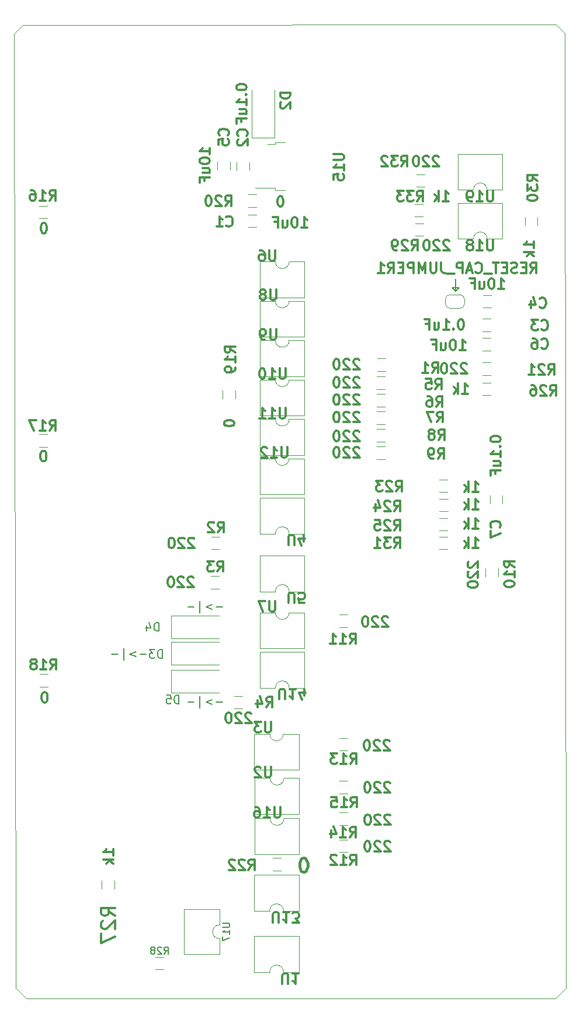
<source format=gbr>
G04 #@! TF.GenerationSoftware,KiCad,Pcbnew,(6.0.0-rc1-dev-347-gd8782b751)*
G04 #@! TF.CreationDate,2019-11-17T15:03:13+01:00*
G04 #@! TF.ProjectId,nano,6E616E6F2E6B696361645F7063620000,rev?*
G04 #@! TF.SameCoordinates,Original*
G04 #@! TF.FileFunction,Legend,Bot*
G04 #@! TF.FilePolarity,Positive*
%FSLAX46Y46*%
G04 Gerber Fmt 4.6, Leading zero omitted, Abs format (unit mm)*
G04 Created by KiCad (PCBNEW (6.0.0-rc1-dev-347-gd8782b751)) date 11/17/19 15:03:13*
%MOMM*%
%LPD*%
G01*
G04 APERTURE LIST*
%ADD10C,0.150000*%
%ADD11C,0.300000*%
%ADD12C,0.400000*%
%ADD13C,0.100000*%
%ADD14C,0.120000*%
%ADD15C,0.200000*%
%ADD16C,1.800000*%
%ADD17R,1.800000X1.800000*%
%ADD18C,1.425000*%
%ADD19R,3.500000X1.800000*%
%ADD20R,1.800000X3.500000*%
%ADD21R,1.500000X1.780000*%
%ADD22C,0.500000*%
%ADD23O,1.700000X1.700000*%
%ADD24R,1.700000X1.700000*%
%ADD25O,3.600000X1.800000*%
%ADD26R,1.780000X1.500000*%
%ADD27C,9.000000*%
%ADD28R,6.400000X5.800000*%
%ADD29R,2.200000X1.200000*%
%ADD30O,2.032000X1.727200*%
G04 APERTURE END LIST*
D10*
X85852000Y-63627000D02*
X86360000Y-64135000D01*
X86868000Y-63627000D02*
X85852000Y-63627000D01*
X86360000Y-64135000D02*
X86868000Y-63627000D01*
X86360000Y-62357000D02*
X86360000Y-64135000D01*
D11*
X92539142Y-63797571D02*
X93396285Y-63797571D01*
X92967714Y-63797571D02*
X92967714Y-62297571D01*
X93110571Y-62511857D01*
X93253428Y-62654714D01*
X93396285Y-62726142D01*
X91610571Y-62297571D02*
X91467714Y-62297571D01*
X91324857Y-62369000D01*
X91253428Y-62440428D01*
X91182000Y-62583285D01*
X91110571Y-62869000D01*
X91110571Y-63226142D01*
X91182000Y-63511857D01*
X91253428Y-63654714D01*
X91324857Y-63726142D01*
X91467714Y-63797571D01*
X91610571Y-63797571D01*
X91753428Y-63726142D01*
X91824857Y-63654714D01*
X91896285Y-63511857D01*
X91967714Y-63226142D01*
X91967714Y-62869000D01*
X91896285Y-62583285D01*
X91824857Y-62440428D01*
X91753428Y-62369000D01*
X91610571Y-62297571D01*
X89824857Y-62797571D02*
X89824857Y-63797571D01*
X90467714Y-62797571D02*
X90467714Y-63583285D01*
X90396285Y-63726142D01*
X90253428Y-63797571D01*
X90039142Y-63797571D01*
X89896285Y-63726142D01*
X89824857Y-63654714D01*
X88610571Y-63011857D02*
X89110571Y-63011857D01*
X89110571Y-63797571D02*
X89110571Y-62297571D01*
X88396285Y-62297571D01*
D12*
X64403238Y-146397761D02*
X64212761Y-146397761D01*
X64022285Y-146493000D01*
X63927047Y-146588238D01*
X63831809Y-146778714D01*
X63736571Y-147159666D01*
X63736571Y-147635857D01*
X63831809Y-148016809D01*
X63927047Y-148207285D01*
X64022285Y-148302523D01*
X64212761Y-148397761D01*
X64403238Y-148397761D01*
X64593714Y-148302523D01*
X64688952Y-148207285D01*
X64784190Y-148016809D01*
X64879428Y-147635857D01*
X64879428Y-147159666D01*
X64784190Y-146778714D01*
X64688952Y-146588238D01*
X64593714Y-146493000D01*
X64403238Y-146397761D01*
D13*
X24130000Y-166751000D02*
X22606000Y-165227000D01*
X23622000Y-25527000D02*
X22352000Y-26797000D01*
X102362000Y-165227000D02*
X100838000Y-166751000D01*
X102171500Y-26733500D02*
X100901500Y-25463500D01*
X51564885Y-141544384D02*
G75*
G03X51564885Y-141544384I-2796885J0D01*
G01*
X85026500Y-141541500D02*
G75*
G03X85026500Y-141541500I-2794000J0D01*
G01*
X51510022Y-36397021D02*
G75*
G03X51510022Y-36397021I-2805522J0D01*
G01*
X84848668Y-36398168D02*
G75*
G03X84848668Y-36398168I-2552668J0D01*
G01*
X22606000Y-165227000D02*
X22352000Y-26797000D01*
X100838000Y-166751000D02*
X24130000Y-166751000D01*
X102171500Y-26733500D02*
X102362000Y-165227000D01*
X23622000Y-25527000D02*
X100901500Y-25463500D01*
D14*
G04 #@! TO.C,C7*
X91292000Y-94963064D02*
X91292000Y-93758936D01*
X93112000Y-94963064D02*
X93112000Y-93758936D01*
G04 #@! TO.C,D5*
X45130000Y-122427000D02*
X52030000Y-122427000D01*
X45130000Y-119127000D02*
X52030000Y-119127000D01*
X45130000Y-122427000D02*
X45130000Y-119127000D01*
G04 #@! TO.C,D4*
X45130000Y-114553000D02*
X52030000Y-114553000D01*
X45130000Y-111253000D02*
X52030000Y-111253000D01*
X45130000Y-114553000D02*
X45130000Y-111253000D01*
G04 #@! TO.C,D3*
X45130000Y-118363000D02*
X52030000Y-118363000D01*
X45130000Y-115063000D02*
X52030000Y-115063000D01*
X45130000Y-118363000D02*
X45130000Y-115063000D01*
G04 #@! TO.C,D2*
X60070000Y-41865000D02*
X60070000Y-34965000D01*
X56770000Y-41865000D02*
X56770000Y-34965000D01*
X60070000Y-41865000D02*
X56770000Y-41865000D01*
G04 #@! TO.C,U19*
X93151000Y-49463000D02*
X90916000Y-49463000D01*
X93151000Y-44263000D02*
X93151000Y-49463000D01*
X86681000Y-44263000D02*
X93151000Y-44263000D01*
X86681000Y-49463000D02*
X86681000Y-44263000D01*
X88916000Y-49463000D02*
X86681000Y-49463000D01*
X90916000Y-49463000D02*
G75*
G03X88916000Y-49463000I-1000000J0D01*
G01*
G04 #@! TO.C,U18*
X93151000Y-56575000D02*
X90916000Y-56575000D01*
X93151000Y-51375000D02*
X93151000Y-56575000D01*
X86681000Y-51375000D02*
X93151000Y-51375000D01*
X86681000Y-56575000D02*
X86681000Y-51375000D01*
X88916000Y-56575000D02*
X86681000Y-56575000D01*
X90916000Y-56575000D02*
G75*
G03X88916000Y-56575000I-1000000J0D01*
G01*
G04 #@! TO.C,R33*
X81628064Y-53361000D02*
X80423936Y-53361000D01*
X81628064Y-51541000D02*
X80423936Y-51541000D01*
G04 #@! TO.C,R32*
X81882064Y-49043000D02*
X80677936Y-49043000D01*
X81882064Y-47223000D02*
X80677936Y-47223000D01*
G04 #@! TO.C,R31*
X83943436Y-99801000D02*
X85147564Y-99801000D01*
X83943436Y-101621000D02*
X85147564Y-101621000D01*
G04 #@! TO.C,R30*
X96372000Y-54577064D02*
X96372000Y-53372936D01*
X98192000Y-54577064D02*
X98192000Y-53372936D01*
G04 #@! TO.C,R29*
X81664564Y-56155000D02*
X80460436Y-56155000D01*
X81664564Y-54335000D02*
X80460436Y-54335000D01*
G04 #@! TO.C,RESET_CAP_JUMPER1*
X85548000Y-66659000D02*
X86948000Y-66659000D01*
X87648000Y-65959000D02*
X87648000Y-65359000D01*
X86948000Y-64659000D02*
X85548000Y-64659000D01*
X84848000Y-65359000D02*
X84848000Y-65959000D01*
X84848000Y-65959000D02*
G75*
G03X85548000Y-66659000I700000J0D01*
G01*
X85548000Y-64659000D02*
G75*
G03X84848000Y-65359000I0J-700000D01*
G01*
X87648000Y-65359000D02*
G75*
G03X86948000Y-64659000I-700000J0D01*
G01*
X86948000Y-66659000D02*
G75*
G03X87648000Y-65959000I0J700000D01*
G01*
G04 #@! TO.C,C4*
X91534064Y-66569000D02*
X90329936Y-66569000D01*
X91534064Y-64749000D02*
X90329936Y-64749000D01*
G04 #@! TO.C,U3*
X57153500Y-128400500D02*
X59388500Y-128400500D01*
X57153500Y-133600500D02*
X57153500Y-128400500D01*
X63623500Y-133600500D02*
X57153500Y-133600500D01*
X63623500Y-128400500D02*
X63623500Y-133600500D01*
X61388500Y-128400500D02*
X63623500Y-128400500D01*
X59388500Y-128400500D02*
G75*
G03X61388500Y-128400500I1000000J0D01*
G01*
G04 #@! TO.C,U17*
X52130000Y-153864000D02*
X52130000Y-156099000D01*
X46930000Y-153864000D02*
X52130000Y-153864000D01*
X46930000Y-160334000D02*
X46930000Y-153864000D01*
X52130000Y-160334000D02*
X46930000Y-160334000D01*
X52130000Y-158099000D02*
X52130000Y-160334000D01*
X52130000Y-156099000D02*
G75*
G03X52130000Y-158099000I0J-1000000D01*
G01*
G04 #@! TO.C,R28*
X44036064Y-162581000D02*
X42831936Y-162581000D01*
X44036064Y-160761000D02*
X42831936Y-160761000D01*
G04 #@! TO.C,R27*
X35031000Y-150843064D02*
X35031000Y-149638936D01*
X36851000Y-150843064D02*
X36851000Y-149638936D01*
G04 #@! TO.C,C6*
X90194397Y-70972000D02*
X91398525Y-70972000D01*
X90194397Y-72792000D02*
X91398525Y-72792000D01*
G04 #@! TO.C,C5*
X53615000Y-45371936D02*
X53615000Y-46576064D01*
X51795000Y-45371936D02*
X51795000Y-46576064D01*
G04 #@! TO.C,R26*
X91398525Y-79249205D02*
X90194397Y-79249205D01*
X91398525Y-77429205D02*
X90194397Y-77429205D01*
G04 #@! TO.C,R25*
X85184064Y-98890500D02*
X83979936Y-98890500D01*
X85184064Y-97070500D02*
X83979936Y-97070500D01*
G04 #@! TO.C,R24*
X85211064Y-96096500D02*
X84006936Y-96096500D01*
X85211064Y-94276500D02*
X84006936Y-94276500D01*
G04 #@! TO.C,R23*
X85184064Y-93302500D02*
X83979936Y-93302500D01*
X85184064Y-91482500D02*
X83979936Y-91482500D01*
G04 #@! TO.C,U16*
X57217000Y-140656000D02*
X59452000Y-140656000D01*
X57217000Y-145856000D02*
X57217000Y-140656000D01*
X63687000Y-145856000D02*
X57217000Y-145856000D01*
X63687000Y-140656000D02*
X63687000Y-145856000D01*
X61452000Y-140656000D02*
X63687000Y-140656000D01*
X59452000Y-140656000D02*
G75*
G03X61452000Y-140656000I1000000J0D01*
G01*
G04 #@! TO.C,R22*
X59849936Y-146410000D02*
X61054064Y-146410000D01*
X59849936Y-148230000D02*
X61054064Y-148230000D01*
G04 #@! TO.C,R21*
X90194397Y-74508205D02*
X91398525Y-74508205D01*
X90194397Y-76328205D02*
X91398525Y-76328205D01*
G04 #@! TO.C,R20*
X56293936Y-50144000D02*
X57498064Y-50144000D01*
X56293936Y-51964000D02*
X57498064Y-51964000D01*
G04 #@! TO.C,R19*
X52557000Y-79723064D02*
X52557000Y-78518936D01*
X54377000Y-79723064D02*
X54377000Y-78518936D01*
G04 #@! TO.C,R18*
X27272064Y-121560000D02*
X26067936Y-121560000D01*
X27272064Y-119740000D02*
X26067936Y-119740000D01*
G04 #@! TO.C,R17*
X27145064Y-86762000D02*
X25940936Y-86762000D01*
X27145064Y-84942000D02*
X25940936Y-84942000D01*
G04 #@! TO.C,R16*
X27145064Y-53615000D02*
X25940936Y-53615000D01*
X27145064Y-51795000D02*
X25940936Y-51795000D01*
G04 #@! TO.C,R12*
X69501936Y-143743000D02*
X70706064Y-143743000D01*
X69501936Y-145563000D02*
X70706064Y-145563000D01*
G04 #@! TO.C,U14*
X64449000Y-121701611D02*
X62214000Y-121701611D01*
X64449000Y-116501611D02*
X64449000Y-121701611D01*
X57979000Y-116501611D02*
X64449000Y-116501611D01*
X57979000Y-121701611D02*
X57979000Y-116501611D01*
X60214000Y-121701611D02*
X57979000Y-121701611D01*
X62214000Y-121701611D02*
G75*
G03X60214000Y-121701611I-1000000J0D01*
G01*
G04 #@! TO.C,U13*
X63623500Y-154047500D02*
X61388500Y-154047500D01*
X63623500Y-148847500D02*
X63623500Y-154047500D01*
X57153500Y-148847500D02*
X63623500Y-148847500D01*
X57153500Y-154047500D02*
X57153500Y-148847500D01*
X59388500Y-154047500D02*
X57153500Y-154047500D01*
X61388500Y-154047500D02*
G75*
G03X59388500Y-154047500I-1000000J0D01*
G01*
G04 #@! TO.C,U12*
X57979000Y-88434611D02*
X60214000Y-88434611D01*
X57979000Y-93634611D02*
X57979000Y-88434611D01*
X64449000Y-93634611D02*
X57979000Y-93634611D01*
X64449000Y-88434611D02*
X64449000Y-93634611D01*
X62214000Y-88434611D02*
X64449000Y-88434611D01*
X60214000Y-88434611D02*
G75*
G03X62214000Y-88434611I1000000J0D01*
G01*
G04 #@! TO.C,U11*
X57979000Y-82719611D02*
X60214000Y-82719611D01*
X57979000Y-87919611D02*
X57979000Y-82719611D01*
X64449000Y-87919611D02*
X57979000Y-87919611D01*
X64449000Y-82719611D02*
X64449000Y-87919611D01*
X62214000Y-82719611D02*
X64449000Y-82719611D01*
X60214000Y-82719611D02*
G75*
G03X62214000Y-82719611I1000000J0D01*
G01*
G04 #@! TO.C,U10*
X57979000Y-77004611D02*
X60214000Y-77004611D01*
X57979000Y-82204611D02*
X57979000Y-77004611D01*
X64449000Y-82204611D02*
X57979000Y-82204611D01*
X64449000Y-77004611D02*
X64449000Y-82204611D01*
X62214000Y-77004611D02*
X64449000Y-77004611D01*
X60214000Y-77004611D02*
G75*
G03X62214000Y-77004611I1000000J0D01*
G01*
G04 #@! TO.C,U9*
X57979000Y-71289611D02*
X60214000Y-71289611D01*
X57979000Y-76489611D02*
X57979000Y-71289611D01*
X64449000Y-76489611D02*
X57979000Y-76489611D01*
X64449000Y-71289611D02*
X64449000Y-76489611D01*
X62214000Y-71289611D02*
X64449000Y-71289611D01*
X60214000Y-71289611D02*
G75*
G03X62214000Y-71289611I1000000J0D01*
G01*
G04 #@! TO.C,U8*
X57979000Y-65574611D02*
X60214000Y-65574611D01*
X57979000Y-70774611D02*
X57979000Y-65574611D01*
X64449000Y-70774611D02*
X57979000Y-70774611D01*
X64449000Y-65574611D02*
X64449000Y-70774611D01*
X62214000Y-65574611D02*
X64449000Y-65574611D01*
X60214000Y-65574611D02*
G75*
G03X62214000Y-65574611I1000000J0D01*
G01*
G04 #@! TO.C,U7*
X57979000Y-110786611D02*
X60214000Y-110786611D01*
X57979000Y-115986611D02*
X57979000Y-110786611D01*
X64449000Y-115986611D02*
X57979000Y-115986611D01*
X64449000Y-110786611D02*
X64449000Y-115986611D01*
X62214000Y-110786611D02*
X64449000Y-110786611D01*
X60214000Y-110786611D02*
G75*
G03X62214000Y-110786611I1000000J0D01*
G01*
G04 #@! TO.C,U6*
X57979000Y-59884000D02*
X60214000Y-59884000D01*
X57979000Y-65084000D02*
X57979000Y-59884000D01*
X64449000Y-65084000D02*
X57979000Y-65084000D01*
X64449000Y-59884000D02*
X64449000Y-65084000D01*
X62214000Y-59884000D02*
X64449000Y-59884000D01*
X60214000Y-59884000D02*
G75*
G03X62214000Y-59884000I1000000J0D01*
G01*
G04 #@! TO.C,U5*
X64449000Y-107731611D02*
X62214000Y-107731611D01*
X64449000Y-102531611D02*
X64449000Y-107731611D01*
X57979000Y-102531611D02*
X64449000Y-102531611D01*
X57979000Y-107731611D02*
X57979000Y-102531611D01*
X60214000Y-107731611D02*
X57979000Y-107731611D01*
X62214000Y-107731611D02*
G75*
G03X60214000Y-107731611I-1000000J0D01*
G01*
G04 #@! TO.C,U4*
X64449000Y-99349611D02*
X62214000Y-99349611D01*
X64449000Y-94149611D02*
X64449000Y-99349611D01*
X57979000Y-94149611D02*
X64449000Y-94149611D01*
X57979000Y-99349611D02*
X57979000Y-94149611D01*
X60214000Y-99349611D02*
X57979000Y-99349611D01*
X62214000Y-99349611D02*
G75*
G03X60214000Y-99349611I-1000000J0D01*
G01*
G04 #@! TO.C,U2*
X57217000Y-134814000D02*
X59452000Y-134814000D01*
X57217000Y-140014000D02*
X57217000Y-134814000D01*
X63687000Y-140014000D02*
X57217000Y-140014000D01*
X63687000Y-134814000D02*
X63687000Y-140014000D01*
X61452000Y-134814000D02*
X63687000Y-134814000D01*
X59452000Y-134814000D02*
G75*
G03X61452000Y-134814000I1000000J0D01*
G01*
G04 #@! TO.C,U1*
X63623500Y-162937500D02*
X61388500Y-162937500D01*
X63623500Y-157737500D02*
X63623500Y-162937500D01*
X57153500Y-157737500D02*
X63623500Y-157737500D01*
X57153500Y-162937500D02*
X57153500Y-157737500D01*
X59388500Y-162937500D02*
X57153500Y-162937500D01*
X61388500Y-162937500D02*
G75*
G03X59388500Y-162937500I-1000000J0D01*
G01*
G04 #@! TO.C,U15*
X60141000Y-42845548D02*
X59041000Y-42845548D01*
X60141000Y-42575548D02*
X60141000Y-42845548D01*
X61641000Y-42575548D02*
X60141000Y-42575548D01*
X60141000Y-49205548D02*
X57311000Y-49205548D01*
X60141000Y-49475548D02*
X60141000Y-49205548D01*
X61641000Y-49475548D02*
X60141000Y-49475548D01*
G04 #@! TO.C,R15*
X69501936Y-135234000D02*
X70706064Y-135234000D01*
X69501936Y-137054000D02*
X70706064Y-137054000D01*
G04 #@! TO.C,R14*
X69501936Y-139806000D02*
X70706064Y-139806000D01*
X69501936Y-141626000D02*
X70706064Y-141626000D01*
G04 #@! TO.C,R13*
X69501936Y-129011000D02*
X70706064Y-129011000D01*
X69501936Y-130831000D02*
X70706064Y-130831000D01*
G04 #@! TO.C,R11*
X69501936Y-111104000D02*
X70706064Y-111104000D01*
X69501936Y-112924000D02*
X70706064Y-112924000D01*
G04 #@! TO.C,R10*
X90657000Y-105594564D02*
X90657000Y-104390436D01*
X92477000Y-105594564D02*
X92477000Y-104390436D01*
G04 #@! TO.C,R9*
X74905272Y-86717002D02*
X76109400Y-86717002D01*
X74905272Y-88537002D02*
X76109400Y-88537002D01*
G04 #@! TO.C,R8*
X74905272Y-84177002D02*
X76109400Y-84177002D01*
X74905272Y-85997002D02*
X76109400Y-85997002D01*
G04 #@! TO.C,R7*
X74905272Y-81637002D02*
X76109400Y-81637002D01*
X74905272Y-83457002D02*
X76109400Y-83457002D01*
G04 #@! TO.C,R6*
X74905272Y-79097002D02*
X76109400Y-79097002D01*
X74905272Y-80917002D02*
X76109400Y-80917002D01*
G04 #@! TO.C,R5*
X74905272Y-76557002D02*
X76109400Y-76557002D01*
X74905272Y-78377002D02*
X76109400Y-78377002D01*
G04 #@! TO.C,R4*
X55466064Y-124735000D02*
X54261936Y-124735000D01*
X55466064Y-122915000D02*
X54261936Y-122915000D01*
G04 #@! TO.C,R3*
X52037064Y-107336000D02*
X50832936Y-107336000D01*
X52037064Y-105516000D02*
X50832936Y-105516000D01*
G04 #@! TO.C,R2*
X52164064Y-101621000D02*
X50959936Y-101621000D01*
X52164064Y-99801000D02*
X50959936Y-99801000D01*
G04 #@! TO.C,C3*
X90202936Y-68178000D02*
X91407064Y-68178000D01*
X90202936Y-69998000D02*
X91407064Y-69998000D01*
G04 #@! TO.C,C2*
X56409000Y-45423484D02*
X56409000Y-46627612D01*
X54589000Y-45423484D02*
X54589000Y-46627612D01*
G04 #@! TO.C,C1*
X57498064Y-54885000D02*
X56293936Y-54885000D01*
X57498064Y-53065000D02*
X56293936Y-53065000D01*
G04 #@! TO.C,R1*
X74962936Y-75734391D02*
X76167064Y-75734391D01*
X74962936Y-73914391D02*
X76167064Y-73914391D01*
G04 #@! TD*
G04 #@! TO.C,C7*
D11*
X92737714Y-98429000D02*
X92809142Y-98357571D01*
X92880571Y-98143285D01*
X92880571Y-98000428D01*
X92809142Y-97786142D01*
X92666285Y-97643285D01*
X92523428Y-97571857D01*
X92237714Y-97500428D01*
X92023428Y-97500428D01*
X91737714Y-97571857D01*
X91594857Y-97643285D01*
X91452000Y-97786142D01*
X91380571Y-98000428D01*
X91380571Y-98143285D01*
X91452000Y-98357571D01*
X91523428Y-98429000D01*
X91380571Y-98929000D02*
X91380571Y-99929000D01*
X92880571Y-99286142D01*
X91380571Y-85546714D02*
X91380571Y-85689571D01*
X91452000Y-85832428D01*
X91523428Y-85903857D01*
X91666285Y-85975285D01*
X91952000Y-86046714D01*
X92309142Y-86046714D01*
X92594857Y-85975285D01*
X92737714Y-85903857D01*
X92809142Y-85832428D01*
X92880571Y-85689571D01*
X92880571Y-85546714D01*
X92809142Y-85403857D01*
X92737714Y-85332428D01*
X92594857Y-85261000D01*
X92309142Y-85189571D01*
X91952000Y-85189571D01*
X91666285Y-85261000D01*
X91523428Y-85332428D01*
X91452000Y-85403857D01*
X91380571Y-85546714D01*
X92737714Y-86689571D02*
X92809142Y-86761000D01*
X92880571Y-86689571D01*
X92809142Y-86618142D01*
X92737714Y-86689571D01*
X92880571Y-86689571D01*
X92880571Y-88189571D02*
X92880571Y-87332428D01*
X92880571Y-87761000D02*
X91380571Y-87761000D01*
X91594857Y-87618142D01*
X91737714Y-87475285D01*
X91809142Y-87332428D01*
X91880571Y-89475285D02*
X92880571Y-89475285D01*
X91880571Y-88832428D02*
X92666285Y-88832428D01*
X92809142Y-88903857D01*
X92880571Y-89046714D01*
X92880571Y-89261000D01*
X92809142Y-89403857D01*
X92737714Y-89475285D01*
X92094857Y-90689571D02*
X92094857Y-90189571D01*
X92880571Y-90189571D02*
X91380571Y-90189571D01*
X91380571Y-90903857D01*
G04 #@! TO.C,D5*
D15*
X46224714Y-123986857D02*
X46224714Y-122786857D01*
X45939000Y-122786857D01*
X45767571Y-122844000D01*
X45653285Y-122958285D01*
X45596142Y-123072571D01*
X45539000Y-123301142D01*
X45539000Y-123472571D01*
X45596142Y-123701142D01*
X45653285Y-123815428D01*
X45767571Y-123929714D01*
X45939000Y-123986857D01*
X46224714Y-123986857D01*
X44453285Y-122786857D02*
X45024714Y-122786857D01*
X45081857Y-123358285D01*
X45024714Y-123301142D01*
X44910428Y-123244000D01*
X44624714Y-123244000D01*
X44510428Y-123301142D01*
X44453285Y-123358285D01*
X44396142Y-123472571D01*
X44396142Y-123758285D01*
X44453285Y-123872571D01*
X44510428Y-123929714D01*
X44624714Y-123986857D01*
X44910428Y-123986857D01*
X45024714Y-123929714D01*
X45081857Y-123872571D01*
X52552285Y-123783714D02*
X51638000Y-123783714D01*
X51066571Y-123440857D02*
X50152285Y-123783714D01*
X51066571Y-124126571D01*
X49295142Y-124640857D02*
X49295142Y-122926571D01*
X48438000Y-123783714D02*
X47523714Y-123783714D01*
G04 #@! TO.C,D4*
X43303714Y-113445857D02*
X43303714Y-112245857D01*
X43018000Y-112245857D01*
X42846571Y-112303000D01*
X42732285Y-112417285D01*
X42675142Y-112531571D01*
X42618000Y-112760142D01*
X42618000Y-112931571D01*
X42675142Y-113160142D01*
X42732285Y-113274428D01*
X42846571Y-113388714D01*
X43018000Y-113445857D01*
X43303714Y-113445857D01*
X41589428Y-112645857D02*
X41589428Y-113445857D01*
X41875142Y-112188714D02*
X42160857Y-113045857D01*
X41418000Y-113045857D01*
X52552285Y-109940714D02*
X51638000Y-109940714D01*
X51066571Y-109597857D02*
X50152285Y-109940714D01*
X51066571Y-110283571D01*
X49295142Y-110797857D02*
X49295142Y-109083571D01*
X48438000Y-109940714D02*
X47523714Y-109940714D01*
G04 #@! TO.C,D3*
X43811714Y-117382857D02*
X43811714Y-116182857D01*
X43526000Y-116182857D01*
X43354571Y-116240000D01*
X43240285Y-116354285D01*
X43183142Y-116468571D01*
X43126000Y-116697142D01*
X43126000Y-116868571D01*
X43183142Y-117097142D01*
X43240285Y-117211428D01*
X43354571Y-117325714D01*
X43526000Y-117382857D01*
X43811714Y-117382857D01*
X42726000Y-116182857D02*
X41983142Y-116182857D01*
X42383142Y-116640000D01*
X42211714Y-116640000D01*
X42097428Y-116697142D01*
X42040285Y-116754285D01*
X41983142Y-116868571D01*
X41983142Y-117154285D01*
X42040285Y-117268571D01*
X42097428Y-117325714D01*
X42211714Y-117382857D01*
X42554571Y-117382857D01*
X42668857Y-117325714D01*
X42726000Y-117268571D01*
X41503285Y-116798714D02*
X40589000Y-116798714D01*
X40017571Y-116455857D02*
X39103285Y-116798714D01*
X40017571Y-117141571D01*
X38246142Y-117655857D02*
X38246142Y-115941571D01*
X37389000Y-116798714D02*
X36474714Y-116798714D01*
G04 #@! TO.C,D2*
D11*
X62400571Y-35341857D02*
X60900571Y-35341857D01*
X60900571Y-35699000D01*
X60972000Y-35913285D01*
X61114857Y-36056142D01*
X61257714Y-36127571D01*
X61543428Y-36199000D01*
X61757714Y-36199000D01*
X62043428Y-36127571D01*
X62186285Y-36056142D01*
X62329142Y-35913285D01*
X62400571Y-35699000D01*
X62400571Y-35341857D01*
X61043428Y-36770428D02*
X60972000Y-36841857D01*
X60900571Y-36984714D01*
X60900571Y-37341857D01*
X60972000Y-37484714D01*
X61043428Y-37556142D01*
X61186285Y-37627571D01*
X61329142Y-37627571D01*
X61543428Y-37556142D01*
X62400571Y-36699000D01*
X62400571Y-37627571D01*
G04 #@! TO.C,U19*
X91773142Y-49641571D02*
X91773142Y-50855857D01*
X91701714Y-50998714D01*
X91630285Y-51070142D01*
X91487428Y-51141571D01*
X91201714Y-51141571D01*
X91058857Y-51070142D01*
X90987428Y-50998714D01*
X90916000Y-50855857D01*
X90916000Y-49641571D01*
X89416000Y-51141571D02*
X90273142Y-51141571D01*
X89844571Y-51141571D02*
X89844571Y-49641571D01*
X89987428Y-49855857D01*
X90130285Y-49998714D01*
X90273142Y-50070142D01*
X88701714Y-51141571D02*
X88416000Y-51141571D01*
X88273142Y-51070142D01*
X88201714Y-50998714D01*
X88058857Y-50784428D01*
X87987428Y-50498714D01*
X87987428Y-49927285D01*
X88058857Y-49784428D01*
X88130285Y-49713000D01*
X88273142Y-49641571D01*
X88558857Y-49641571D01*
X88701714Y-49713000D01*
X88773142Y-49784428D01*
X88844571Y-49927285D01*
X88844571Y-50284428D01*
X88773142Y-50427285D01*
X88701714Y-50498714D01*
X88558857Y-50570142D01*
X88273142Y-50570142D01*
X88130285Y-50498714D01*
X88058857Y-50427285D01*
X87987428Y-50284428D01*
G04 #@! TO.C,U18*
X91773142Y-56753571D02*
X91773142Y-57967857D01*
X91701714Y-58110714D01*
X91630285Y-58182142D01*
X91487428Y-58253571D01*
X91201714Y-58253571D01*
X91058857Y-58182142D01*
X90987428Y-58110714D01*
X90916000Y-57967857D01*
X90916000Y-56753571D01*
X89416000Y-58253571D02*
X90273142Y-58253571D01*
X89844571Y-58253571D02*
X89844571Y-56753571D01*
X89987428Y-56967857D01*
X90130285Y-57110714D01*
X90273142Y-57182142D01*
X88558857Y-57396428D02*
X88701714Y-57325000D01*
X88773142Y-57253571D01*
X88844571Y-57110714D01*
X88844571Y-57039285D01*
X88773142Y-56896428D01*
X88701714Y-56825000D01*
X88558857Y-56753571D01*
X88273142Y-56753571D01*
X88130285Y-56825000D01*
X88058857Y-56896428D01*
X87987428Y-57039285D01*
X87987428Y-57110714D01*
X88058857Y-57253571D01*
X88130285Y-57325000D01*
X88273142Y-57396428D01*
X88558857Y-57396428D01*
X88701714Y-57467857D01*
X88773142Y-57539285D01*
X88844571Y-57682142D01*
X88844571Y-57967857D01*
X88773142Y-58110714D01*
X88701714Y-58182142D01*
X88558857Y-58253571D01*
X88273142Y-58253571D01*
X88130285Y-58182142D01*
X88058857Y-58110714D01*
X87987428Y-57967857D01*
X87987428Y-57682142D01*
X88058857Y-57539285D01*
X88130285Y-57467857D01*
X88273142Y-57396428D01*
G04 #@! TO.C,R33*
X80720285Y-51097571D02*
X81220285Y-50383285D01*
X81577428Y-51097571D02*
X81577428Y-49597571D01*
X81006000Y-49597571D01*
X80863142Y-49669000D01*
X80791714Y-49740428D01*
X80720285Y-49883285D01*
X80720285Y-50097571D01*
X80791714Y-50240428D01*
X80863142Y-50311857D01*
X81006000Y-50383285D01*
X81577428Y-50383285D01*
X80220285Y-49597571D02*
X79291714Y-49597571D01*
X79791714Y-50169000D01*
X79577428Y-50169000D01*
X79434571Y-50240428D01*
X79363142Y-50311857D01*
X79291714Y-50454714D01*
X79291714Y-50811857D01*
X79363142Y-50954714D01*
X79434571Y-51026142D01*
X79577428Y-51097571D01*
X80006000Y-51097571D01*
X80148857Y-51026142D01*
X80220285Y-50954714D01*
X78791714Y-49597571D02*
X77863142Y-49597571D01*
X78363142Y-50169000D01*
X78148857Y-50169000D01*
X78006000Y-50240428D01*
X77934571Y-50311857D01*
X77863142Y-50454714D01*
X77863142Y-50811857D01*
X77934571Y-50954714D01*
X78006000Y-51026142D01*
X78148857Y-51097571D01*
X78577428Y-51097571D01*
X78720285Y-51026142D01*
X78791714Y-50954714D01*
X84506571Y-51097571D02*
X85363714Y-51097571D01*
X84935142Y-51097571D02*
X84935142Y-49597571D01*
X85078000Y-49811857D01*
X85220857Y-49954714D01*
X85363714Y-50026142D01*
X83863714Y-51097571D02*
X83863714Y-49597571D01*
X83720857Y-50526142D02*
X83292285Y-51097571D01*
X83292285Y-50097571D02*
X83863714Y-50669000D01*
G04 #@! TO.C,R32*
X78434285Y-46017571D02*
X78934285Y-45303285D01*
X79291428Y-46017571D02*
X79291428Y-44517571D01*
X78720000Y-44517571D01*
X78577142Y-44589000D01*
X78505714Y-44660428D01*
X78434285Y-44803285D01*
X78434285Y-45017571D01*
X78505714Y-45160428D01*
X78577142Y-45231857D01*
X78720000Y-45303285D01*
X79291428Y-45303285D01*
X77934285Y-44517571D02*
X77005714Y-44517571D01*
X77505714Y-45089000D01*
X77291428Y-45089000D01*
X77148571Y-45160428D01*
X77077142Y-45231857D01*
X77005714Y-45374714D01*
X77005714Y-45731857D01*
X77077142Y-45874714D01*
X77148571Y-45946142D01*
X77291428Y-46017571D01*
X77720000Y-46017571D01*
X77862857Y-45946142D01*
X77934285Y-45874714D01*
X76434285Y-44660428D02*
X76362857Y-44589000D01*
X76220000Y-44517571D01*
X75862857Y-44517571D01*
X75720000Y-44589000D01*
X75648571Y-44660428D01*
X75577142Y-44803285D01*
X75577142Y-44946142D01*
X75648571Y-45160428D01*
X76505714Y-46017571D01*
X75577142Y-46017571D01*
X83899142Y-44660428D02*
X83827714Y-44589000D01*
X83684857Y-44517571D01*
X83327714Y-44517571D01*
X83184857Y-44589000D01*
X83113428Y-44660428D01*
X83042000Y-44803285D01*
X83042000Y-44946142D01*
X83113428Y-45160428D01*
X83970571Y-46017571D01*
X83042000Y-46017571D01*
X82470571Y-44660428D02*
X82399142Y-44589000D01*
X82256285Y-44517571D01*
X81899142Y-44517571D01*
X81756285Y-44589000D01*
X81684857Y-44660428D01*
X81613428Y-44803285D01*
X81613428Y-44946142D01*
X81684857Y-45160428D01*
X82542000Y-46017571D01*
X81613428Y-46017571D01*
X80684857Y-44517571D02*
X80542000Y-44517571D01*
X80399142Y-44589000D01*
X80327714Y-44660428D01*
X80256285Y-44803285D01*
X80184857Y-45089000D01*
X80184857Y-45446142D01*
X80256285Y-45731857D01*
X80327714Y-45874714D01*
X80399142Y-45946142D01*
X80542000Y-46017571D01*
X80684857Y-46017571D01*
X80827714Y-45946142D01*
X80899142Y-45874714D01*
X80970571Y-45731857D01*
X81042000Y-45446142D01*
X81042000Y-45089000D01*
X80970571Y-44803285D01*
X80899142Y-44660428D01*
X80827714Y-44589000D01*
X80684857Y-44517571D01*
G04 #@! TO.C,R31*
X77418285Y-101389571D02*
X77918285Y-100675285D01*
X78275428Y-101389571D02*
X78275428Y-99889571D01*
X77704000Y-99889571D01*
X77561142Y-99961000D01*
X77489714Y-100032428D01*
X77418285Y-100175285D01*
X77418285Y-100389571D01*
X77489714Y-100532428D01*
X77561142Y-100603857D01*
X77704000Y-100675285D01*
X78275428Y-100675285D01*
X76918285Y-99889571D02*
X75989714Y-99889571D01*
X76489714Y-100461000D01*
X76275428Y-100461000D01*
X76132571Y-100532428D01*
X76061142Y-100603857D01*
X75989714Y-100746714D01*
X75989714Y-101103857D01*
X76061142Y-101246714D01*
X76132571Y-101318142D01*
X76275428Y-101389571D01*
X76704000Y-101389571D01*
X76846857Y-101318142D01*
X76918285Y-101246714D01*
X74561142Y-101389571D02*
X75418285Y-101389571D01*
X74989714Y-101389571D02*
X74989714Y-99889571D01*
X75132571Y-100103857D01*
X75275428Y-100246714D01*
X75418285Y-100318142D01*
X88824571Y-101389571D02*
X89681714Y-101389571D01*
X89253142Y-101389571D02*
X89253142Y-99889571D01*
X89396000Y-100103857D01*
X89538857Y-100246714D01*
X89681714Y-100318142D01*
X88181714Y-101389571D02*
X88181714Y-99889571D01*
X88038857Y-100818142D02*
X87610285Y-101389571D01*
X87610285Y-100389571D02*
X88181714Y-100961000D01*
G04 #@! TO.C,R30*
X98214571Y-48184714D02*
X97500285Y-47684714D01*
X98214571Y-47327571D02*
X96714571Y-47327571D01*
X96714571Y-47899000D01*
X96786000Y-48041857D01*
X96857428Y-48113285D01*
X97000285Y-48184714D01*
X97214571Y-48184714D01*
X97357428Y-48113285D01*
X97428857Y-48041857D01*
X97500285Y-47899000D01*
X97500285Y-47327571D01*
X96714571Y-48684714D02*
X96714571Y-49613285D01*
X97286000Y-49113285D01*
X97286000Y-49327571D01*
X97357428Y-49470428D01*
X97428857Y-49541857D01*
X97571714Y-49613285D01*
X97928857Y-49613285D01*
X98071714Y-49541857D01*
X98143142Y-49470428D01*
X98214571Y-49327571D01*
X98214571Y-48899000D01*
X98143142Y-48756142D01*
X98071714Y-48684714D01*
X96714571Y-50541857D02*
X96714571Y-50684714D01*
X96786000Y-50827571D01*
X96857428Y-50899000D01*
X97000285Y-50970428D01*
X97286000Y-51041857D01*
X97643142Y-51041857D01*
X97928857Y-50970428D01*
X98071714Y-50899000D01*
X98143142Y-50827571D01*
X98214571Y-50684714D01*
X98214571Y-50541857D01*
X98143142Y-50399000D01*
X98071714Y-50327571D01*
X97928857Y-50256142D01*
X97643142Y-50184714D01*
X97286000Y-50184714D01*
X97000285Y-50256142D01*
X96857428Y-50327571D01*
X96786000Y-50399000D01*
X96714571Y-50541857D01*
X97706571Y-57860428D02*
X97706571Y-57003285D01*
X97706571Y-57431857D02*
X96206571Y-57431857D01*
X96420857Y-57289000D01*
X96563714Y-57146142D01*
X96635142Y-57003285D01*
X97706571Y-58503285D02*
X96206571Y-58503285D01*
X97135142Y-58646142D02*
X97706571Y-59074714D01*
X96706571Y-59074714D02*
X97278000Y-58503285D01*
G04 #@! TO.C,R29*
X79958285Y-58209571D02*
X80458285Y-57495285D01*
X80815428Y-58209571D02*
X80815428Y-56709571D01*
X80244000Y-56709571D01*
X80101142Y-56781000D01*
X80029714Y-56852428D01*
X79958285Y-56995285D01*
X79958285Y-57209571D01*
X80029714Y-57352428D01*
X80101142Y-57423857D01*
X80244000Y-57495285D01*
X80815428Y-57495285D01*
X79386857Y-56852428D02*
X79315428Y-56781000D01*
X79172571Y-56709571D01*
X78815428Y-56709571D01*
X78672571Y-56781000D01*
X78601142Y-56852428D01*
X78529714Y-56995285D01*
X78529714Y-57138142D01*
X78601142Y-57352428D01*
X79458285Y-58209571D01*
X78529714Y-58209571D01*
X77815428Y-58209571D02*
X77529714Y-58209571D01*
X77386857Y-58138142D01*
X77315428Y-58066714D01*
X77172571Y-57852428D01*
X77101142Y-57566714D01*
X77101142Y-56995285D01*
X77172571Y-56852428D01*
X77244000Y-56781000D01*
X77386857Y-56709571D01*
X77672571Y-56709571D01*
X77815428Y-56781000D01*
X77886857Y-56852428D01*
X77958285Y-56995285D01*
X77958285Y-57352428D01*
X77886857Y-57495285D01*
X77815428Y-57566714D01*
X77672571Y-57638142D01*
X77386857Y-57638142D01*
X77244000Y-57566714D01*
X77172571Y-57495285D01*
X77101142Y-57352428D01*
X85423142Y-56852428D02*
X85351714Y-56781000D01*
X85208857Y-56709571D01*
X84851714Y-56709571D01*
X84708857Y-56781000D01*
X84637428Y-56852428D01*
X84566000Y-56995285D01*
X84566000Y-57138142D01*
X84637428Y-57352428D01*
X85494571Y-58209571D01*
X84566000Y-58209571D01*
X83994571Y-56852428D02*
X83923142Y-56781000D01*
X83780285Y-56709571D01*
X83423142Y-56709571D01*
X83280285Y-56781000D01*
X83208857Y-56852428D01*
X83137428Y-56995285D01*
X83137428Y-57138142D01*
X83208857Y-57352428D01*
X84066000Y-58209571D01*
X83137428Y-58209571D01*
X82208857Y-56709571D02*
X82066000Y-56709571D01*
X81923142Y-56781000D01*
X81851714Y-56852428D01*
X81780285Y-56995285D01*
X81708857Y-57281000D01*
X81708857Y-57638142D01*
X81780285Y-57923857D01*
X81851714Y-58066714D01*
X81923142Y-58138142D01*
X82066000Y-58209571D01*
X82208857Y-58209571D01*
X82351714Y-58138142D01*
X82423142Y-58066714D01*
X82494571Y-57923857D01*
X82566000Y-57638142D01*
X82566000Y-57281000D01*
X82494571Y-56995285D01*
X82423142Y-56852428D01*
X82351714Y-56781000D01*
X82208857Y-56709571D01*
G04 #@! TO.C,RESET_CAP_JUMPER1*
X97185428Y-61511571D02*
X97685428Y-60797285D01*
X98042571Y-61511571D02*
X98042571Y-60011571D01*
X97471142Y-60011571D01*
X97328285Y-60083000D01*
X97256857Y-60154428D01*
X97185428Y-60297285D01*
X97185428Y-60511571D01*
X97256857Y-60654428D01*
X97328285Y-60725857D01*
X97471142Y-60797285D01*
X98042571Y-60797285D01*
X96542571Y-60725857D02*
X96042571Y-60725857D01*
X95828285Y-61511571D02*
X96542571Y-61511571D01*
X96542571Y-60011571D01*
X95828285Y-60011571D01*
X95256857Y-61440142D02*
X95042571Y-61511571D01*
X94685428Y-61511571D01*
X94542571Y-61440142D01*
X94471142Y-61368714D01*
X94399714Y-61225857D01*
X94399714Y-61083000D01*
X94471142Y-60940142D01*
X94542571Y-60868714D01*
X94685428Y-60797285D01*
X94971142Y-60725857D01*
X95114000Y-60654428D01*
X95185428Y-60583000D01*
X95256857Y-60440142D01*
X95256857Y-60297285D01*
X95185428Y-60154428D01*
X95114000Y-60083000D01*
X94971142Y-60011571D01*
X94614000Y-60011571D01*
X94399714Y-60083000D01*
X93756857Y-60725857D02*
X93256857Y-60725857D01*
X93042571Y-61511571D02*
X93756857Y-61511571D01*
X93756857Y-60011571D01*
X93042571Y-60011571D01*
X92614000Y-60011571D02*
X91756857Y-60011571D01*
X92185428Y-61511571D02*
X92185428Y-60011571D01*
X91614000Y-61654428D02*
X90471142Y-61654428D01*
X89256857Y-61368714D02*
X89328285Y-61440142D01*
X89542571Y-61511571D01*
X89685428Y-61511571D01*
X89899714Y-61440142D01*
X90042571Y-61297285D01*
X90114000Y-61154428D01*
X90185428Y-60868714D01*
X90185428Y-60654428D01*
X90114000Y-60368714D01*
X90042571Y-60225857D01*
X89899714Y-60083000D01*
X89685428Y-60011571D01*
X89542571Y-60011571D01*
X89328285Y-60083000D01*
X89256857Y-60154428D01*
X88685428Y-61083000D02*
X87971142Y-61083000D01*
X88828285Y-61511571D02*
X88328285Y-60011571D01*
X87828285Y-61511571D01*
X87328285Y-61511571D02*
X87328285Y-60011571D01*
X86756857Y-60011571D01*
X86614000Y-60083000D01*
X86542571Y-60154428D01*
X86471142Y-60297285D01*
X86471142Y-60511571D01*
X86542571Y-60654428D01*
X86614000Y-60725857D01*
X86756857Y-60797285D01*
X87328285Y-60797285D01*
X86185428Y-61654428D02*
X85042571Y-61654428D01*
X84256857Y-60011571D02*
X84256857Y-61083000D01*
X84328285Y-61297285D01*
X84471142Y-61440142D01*
X84685428Y-61511571D01*
X84828285Y-61511571D01*
X83542571Y-60011571D02*
X83542571Y-61225857D01*
X83471142Y-61368714D01*
X83399714Y-61440142D01*
X83256857Y-61511571D01*
X82971142Y-61511571D01*
X82828285Y-61440142D01*
X82756857Y-61368714D01*
X82685428Y-61225857D01*
X82685428Y-60011571D01*
X81971142Y-61511571D02*
X81971142Y-60011571D01*
X81471142Y-61083000D01*
X80971142Y-60011571D01*
X80971142Y-61511571D01*
X80256857Y-61511571D02*
X80256857Y-60011571D01*
X79685428Y-60011571D01*
X79542571Y-60083000D01*
X79471142Y-60154428D01*
X79399714Y-60297285D01*
X79399714Y-60511571D01*
X79471142Y-60654428D01*
X79542571Y-60725857D01*
X79685428Y-60797285D01*
X80256857Y-60797285D01*
X78756857Y-60725857D02*
X78256857Y-60725857D01*
X78042571Y-61511571D02*
X78756857Y-61511571D01*
X78756857Y-60011571D01*
X78042571Y-60011571D01*
X76542571Y-61511571D02*
X77042571Y-60797285D01*
X77399714Y-61511571D02*
X77399714Y-60011571D01*
X76828285Y-60011571D01*
X76685428Y-60083000D01*
X76614000Y-60154428D01*
X76542571Y-60297285D01*
X76542571Y-60511571D01*
X76614000Y-60654428D01*
X76685428Y-60725857D01*
X76828285Y-60797285D01*
X77399714Y-60797285D01*
X75114000Y-61511571D02*
X75971142Y-61511571D01*
X75542571Y-61511571D02*
X75542571Y-60011571D01*
X75685428Y-60225857D01*
X75828285Y-60368714D01*
X75971142Y-60440142D01*
G04 #@! TO.C,C4*
X98548000Y-66448714D02*
X98619428Y-66520142D01*
X98833714Y-66591571D01*
X98976571Y-66591571D01*
X99190857Y-66520142D01*
X99333714Y-66377285D01*
X99405142Y-66234428D01*
X99476571Y-65948714D01*
X99476571Y-65734428D01*
X99405142Y-65448714D01*
X99333714Y-65305857D01*
X99190857Y-65163000D01*
X98976571Y-65091571D01*
X98833714Y-65091571D01*
X98619428Y-65163000D01*
X98548000Y-65234428D01*
X97262285Y-65591571D02*
X97262285Y-66591571D01*
X97619428Y-65020142D02*
X97976571Y-66091571D01*
X97048000Y-66091571D01*
G04 #@! TO.C,U3*
X59562857Y-126686571D02*
X59562857Y-127900857D01*
X59491428Y-128043714D01*
X59420000Y-128115142D01*
X59277142Y-128186571D01*
X58991428Y-128186571D01*
X58848571Y-128115142D01*
X58777142Y-128043714D01*
X58705714Y-127900857D01*
X58705714Y-126686571D01*
X58134285Y-126686571D02*
X57205714Y-126686571D01*
X57705714Y-127258000D01*
X57491428Y-127258000D01*
X57348571Y-127329428D01*
X57277142Y-127400857D01*
X57205714Y-127543714D01*
X57205714Y-127900857D01*
X57277142Y-128043714D01*
X57348571Y-128115142D01*
X57491428Y-128186571D01*
X57920000Y-128186571D01*
X58062857Y-128115142D01*
X58134285Y-128043714D01*
G04 #@! TO.C,U17*
D10*
X52582380Y-155860904D02*
X53391904Y-155860904D01*
X53487142Y-155908523D01*
X53534761Y-155956142D01*
X53582380Y-156051380D01*
X53582380Y-156241857D01*
X53534761Y-156337095D01*
X53487142Y-156384714D01*
X53391904Y-156432333D01*
X52582380Y-156432333D01*
X53582380Y-157432333D02*
X53582380Y-156860904D01*
X53582380Y-157146619D02*
X52582380Y-157146619D01*
X52725238Y-157051380D01*
X52820476Y-156956142D01*
X52868095Y-156860904D01*
X52582380Y-157765666D02*
X52582380Y-158432333D01*
X53582380Y-158003761D01*
G04 #@! TO.C,R28*
X44076857Y-160303380D02*
X44410190Y-159827190D01*
X44648285Y-160303380D02*
X44648285Y-159303380D01*
X44267333Y-159303380D01*
X44172095Y-159351000D01*
X44124476Y-159398619D01*
X44076857Y-159493857D01*
X44076857Y-159636714D01*
X44124476Y-159731952D01*
X44172095Y-159779571D01*
X44267333Y-159827190D01*
X44648285Y-159827190D01*
X43695904Y-159398619D02*
X43648285Y-159351000D01*
X43553047Y-159303380D01*
X43314952Y-159303380D01*
X43219714Y-159351000D01*
X43172095Y-159398619D01*
X43124476Y-159493857D01*
X43124476Y-159589095D01*
X43172095Y-159731952D01*
X43743523Y-160303380D01*
X43124476Y-160303380D01*
X42553047Y-159731952D02*
X42648285Y-159684333D01*
X42695904Y-159636714D01*
X42743523Y-159541476D01*
X42743523Y-159493857D01*
X42695904Y-159398619D01*
X42648285Y-159351000D01*
X42553047Y-159303380D01*
X42362571Y-159303380D01*
X42267333Y-159351000D01*
X42219714Y-159398619D01*
X42172095Y-159493857D01*
X42172095Y-159541476D01*
X42219714Y-159636714D01*
X42267333Y-159684333D01*
X42362571Y-159731952D01*
X42553047Y-159731952D01*
X42648285Y-159779571D01*
X42695904Y-159827190D01*
X42743523Y-159922428D01*
X42743523Y-160112904D01*
X42695904Y-160208142D01*
X42648285Y-160255761D01*
X42553047Y-160303380D01*
X42362571Y-160303380D01*
X42267333Y-160255761D01*
X42219714Y-160208142D01*
X42172095Y-160112904D01*
X42172095Y-159922428D01*
X42219714Y-159827190D01*
X42267333Y-159779571D01*
X42362571Y-159731952D01*
G04 #@! TO.C,R27*
D11*
X36972761Y-154797285D02*
X36020380Y-154130619D01*
X36972761Y-153654428D02*
X34972761Y-153654428D01*
X34972761Y-154416333D01*
X35068000Y-154606809D01*
X35163238Y-154702047D01*
X35353714Y-154797285D01*
X35639428Y-154797285D01*
X35829904Y-154702047D01*
X35925142Y-154606809D01*
X36020380Y-154416333D01*
X36020380Y-153654428D01*
X35163238Y-155559190D02*
X35068000Y-155654428D01*
X34972761Y-155844904D01*
X34972761Y-156321095D01*
X35068000Y-156511571D01*
X35163238Y-156606809D01*
X35353714Y-156702047D01*
X35544190Y-156702047D01*
X35829904Y-156606809D01*
X36972761Y-155463952D01*
X36972761Y-156702047D01*
X34972761Y-157368714D02*
X34972761Y-158702047D01*
X36972761Y-157844904D01*
X36746571Y-145998428D02*
X36746571Y-145141285D01*
X36746571Y-145569857D02*
X35246571Y-145569857D01*
X35460857Y-145427000D01*
X35603714Y-145284142D01*
X35675142Y-145141285D01*
X36746571Y-146641285D02*
X35246571Y-146641285D01*
X36175142Y-146784142D02*
X36746571Y-147212714D01*
X35746571Y-147212714D02*
X36318000Y-146641285D01*
G04 #@! TO.C,C6*
X98802000Y-72374009D02*
X98873428Y-72445437D01*
X99087714Y-72516866D01*
X99230571Y-72516866D01*
X99444857Y-72445437D01*
X99587714Y-72302580D01*
X99659142Y-72159723D01*
X99730571Y-71874009D01*
X99730571Y-71659723D01*
X99659142Y-71374009D01*
X99587714Y-71231152D01*
X99444857Y-71088295D01*
X99230571Y-71016866D01*
X99087714Y-71016866D01*
X98873428Y-71088295D01*
X98802000Y-71159723D01*
X97516285Y-71016866D02*
X97802000Y-71016866D01*
X97944857Y-71088295D01*
X98016285Y-71159723D01*
X98159142Y-71374009D01*
X98230571Y-71659723D01*
X98230571Y-72231152D01*
X98159142Y-72374009D01*
X98087714Y-72445437D01*
X97944857Y-72516866D01*
X97659142Y-72516866D01*
X97516285Y-72445437D01*
X97444857Y-72374009D01*
X97373428Y-72231152D01*
X97373428Y-71874009D01*
X97444857Y-71731152D01*
X97516285Y-71659723D01*
X97659142Y-71588295D01*
X97944857Y-71588295D01*
X98087714Y-71659723D01*
X98159142Y-71731152D01*
X98230571Y-71874009D01*
X86951142Y-72687571D02*
X87808285Y-72687571D01*
X87379714Y-72687571D02*
X87379714Y-71187571D01*
X87522571Y-71401857D01*
X87665428Y-71544714D01*
X87808285Y-71616142D01*
X86022571Y-71187571D02*
X85879714Y-71187571D01*
X85736857Y-71259000D01*
X85665428Y-71330428D01*
X85594000Y-71473285D01*
X85522571Y-71759000D01*
X85522571Y-72116142D01*
X85594000Y-72401857D01*
X85665428Y-72544714D01*
X85736857Y-72616142D01*
X85879714Y-72687571D01*
X86022571Y-72687571D01*
X86165428Y-72616142D01*
X86236857Y-72544714D01*
X86308285Y-72401857D01*
X86379714Y-72116142D01*
X86379714Y-71759000D01*
X86308285Y-71473285D01*
X86236857Y-71330428D01*
X86165428Y-71259000D01*
X86022571Y-71187571D01*
X84236857Y-71687571D02*
X84236857Y-72687571D01*
X84879714Y-71687571D02*
X84879714Y-72473285D01*
X84808285Y-72616142D01*
X84665428Y-72687571D01*
X84451142Y-72687571D01*
X84308285Y-72616142D01*
X84236857Y-72544714D01*
X83022571Y-71901857D02*
X83522571Y-71901857D01*
X83522571Y-72687571D02*
X83522571Y-71187571D01*
X82808285Y-71187571D01*
G04 #@! TO.C,C5*
X53309714Y-41527000D02*
X53381142Y-41455571D01*
X53452571Y-41241285D01*
X53452571Y-41098428D01*
X53381142Y-40884142D01*
X53238285Y-40741285D01*
X53095428Y-40669857D01*
X52809714Y-40598428D01*
X52595428Y-40598428D01*
X52309714Y-40669857D01*
X52166857Y-40741285D01*
X52024000Y-40884142D01*
X51952571Y-41098428D01*
X51952571Y-41241285D01*
X52024000Y-41455571D01*
X52095428Y-41527000D01*
X51952571Y-42884142D02*
X51952571Y-42169857D01*
X52666857Y-42098428D01*
X52595428Y-42169857D01*
X52524000Y-42312714D01*
X52524000Y-42669857D01*
X52595428Y-42812714D01*
X52666857Y-42884142D01*
X52809714Y-42955571D01*
X53166857Y-42955571D01*
X53309714Y-42884142D01*
X53381142Y-42812714D01*
X53452571Y-42669857D01*
X53452571Y-42312714D01*
X53381142Y-42169857D01*
X53309714Y-42098428D01*
X50716571Y-44239857D02*
X50716571Y-43382714D01*
X50716571Y-43811285D02*
X49216571Y-43811285D01*
X49430857Y-43668428D01*
X49573714Y-43525571D01*
X49645142Y-43382714D01*
X49216571Y-45168428D02*
X49216571Y-45311285D01*
X49288000Y-45454142D01*
X49359428Y-45525571D01*
X49502285Y-45597000D01*
X49788000Y-45668428D01*
X50145142Y-45668428D01*
X50430857Y-45597000D01*
X50573714Y-45525571D01*
X50645142Y-45454142D01*
X50716571Y-45311285D01*
X50716571Y-45168428D01*
X50645142Y-45025571D01*
X50573714Y-44954142D01*
X50430857Y-44882714D01*
X50145142Y-44811285D01*
X49788000Y-44811285D01*
X49502285Y-44882714D01*
X49359428Y-44954142D01*
X49288000Y-45025571D01*
X49216571Y-45168428D01*
X49716571Y-46954142D02*
X50716571Y-46954142D01*
X49716571Y-46311285D02*
X50502285Y-46311285D01*
X50645142Y-46382714D01*
X50716571Y-46525571D01*
X50716571Y-46739857D01*
X50645142Y-46882714D01*
X50573714Y-46954142D01*
X49930857Y-48168428D02*
X49930857Y-47668428D01*
X50716571Y-47668428D02*
X49216571Y-47668428D01*
X49216571Y-48382714D01*
G04 #@! TO.C,R26*
X100024285Y-79291571D02*
X100524285Y-78577285D01*
X100881428Y-79291571D02*
X100881428Y-77791571D01*
X100310000Y-77791571D01*
X100167142Y-77863000D01*
X100095714Y-77934428D01*
X100024285Y-78077285D01*
X100024285Y-78291571D01*
X100095714Y-78434428D01*
X100167142Y-78505857D01*
X100310000Y-78577285D01*
X100881428Y-78577285D01*
X99452857Y-77934428D02*
X99381428Y-77863000D01*
X99238571Y-77791571D01*
X98881428Y-77791571D01*
X98738571Y-77863000D01*
X98667142Y-77934428D01*
X98595714Y-78077285D01*
X98595714Y-78220142D01*
X98667142Y-78434428D01*
X99524285Y-79291571D01*
X98595714Y-79291571D01*
X97310000Y-77791571D02*
X97595714Y-77791571D01*
X97738571Y-77863000D01*
X97810000Y-77934428D01*
X97952857Y-78148714D01*
X98024285Y-78434428D01*
X98024285Y-79005857D01*
X97952857Y-79148714D01*
X97881428Y-79220142D01*
X97738571Y-79291571D01*
X97452857Y-79291571D01*
X97310000Y-79220142D01*
X97238571Y-79148714D01*
X97167142Y-79005857D01*
X97167142Y-78648714D01*
X97238571Y-78505857D01*
X97310000Y-78434428D01*
X97452857Y-78363000D01*
X97738571Y-78363000D01*
X97881428Y-78434428D01*
X97952857Y-78505857D01*
X98024285Y-78648714D01*
X87300571Y-79037571D02*
X88157714Y-79037571D01*
X87729142Y-79037571D02*
X87729142Y-77537571D01*
X87872000Y-77751857D01*
X88014857Y-77894714D01*
X88157714Y-77966142D01*
X86657714Y-79037571D02*
X86657714Y-77537571D01*
X86514857Y-78466142D02*
X86086285Y-79037571D01*
X86086285Y-78037571D02*
X86657714Y-78609000D01*
G04 #@! TO.C,R25*
X77418285Y-98849571D02*
X77918285Y-98135285D01*
X78275428Y-98849571D02*
X78275428Y-97349571D01*
X77704000Y-97349571D01*
X77561142Y-97421000D01*
X77489714Y-97492428D01*
X77418285Y-97635285D01*
X77418285Y-97849571D01*
X77489714Y-97992428D01*
X77561142Y-98063857D01*
X77704000Y-98135285D01*
X78275428Y-98135285D01*
X76846857Y-97492428D02*
X76775428Y-97421000D01*
X76632571Y-97349571D01*
X76275428Y-97349571D01*
X76132571Y-97421000D01*
X76061142Y-97492428D01*
X75989714Y-97635285D01*
X75989714Y-97778142D01*
X76061142Y-97992428D01*
X76918285Y-98849571D01*
X75989714Y-98849571D01*
X74632571Y-97349571D02*
X75346857Y-97349571D01*
X75418285Y-98063857D01*
X75346857Y-97992428D01*
X75204000Y-97921000D01*
X74846857Y-97921000D01*
X74704000Y-97992428D01*
X74632571Y-98063857D01*
X74561142Y-98206714D01*
X74561142Y-98563857D01*
X74632571Y-98706714D01*
X74704000Y-98778142D01*
X74846857Y-98849571D01*
X75204000Y-98849571D01*
X75346857Y-98778142D01*
X75418285Y-98706714D01*
X88824571Y-98595571D02*
X89681714Y-98595571D01*
X89253142Y-98595571D02*
X89253142Y-97095571D01*
X89396000Y-97309857D01*
X89538857Y-97452714D01*
X89681714Y-97524142D01*
X88181714Y-98595571D02*
X88181714Y-97095571D01*
X88038857Y-98024142D02*
X87610285Y-98595571D01*
X87610285Y-97595571D02*
X88181714Y-98167000D01*
G04 #@! TO.C,R24*
X77418285Y-96055571D02*
X77918285Y-95341285D01*
X78275428Y-96055571D02*
X78275428Y-94555571D01*
X77704000Y-94555571D01*
X77561142Y-94627000D01*
X77489714Y-94698428D01*
X77418285Y-94841285D01*
X77418285Y-95055571D01*
X77489714Y-95198428D01*
X77561142Y-95269857D01*
X77704000Y-95341285D01*
X78275428Y-95341285D01*
X76846857Y-94698428D02*
X76775428Y-94627000D01*
X76632571Y-94555571D01*
X76275428Y-94555571D01*
X76132571Y-94627000D01*
X76061142Y-94698428D01*
X75989714Y-94841285D01*
X75989714Y-94984142D01*
X76061142Y-95198428D01*
X76918285Y-96055571D01*
X75989714Y-96055571D01*
X74704000Y-95055571D02*
X74704000Y-96055571D01*
X75061142Y-94484142D02*
X75418285Y-95555571D01*
X74489714Y-95555571D01*
X88824571Y-95801571D02*
X89681714Y-95801571D01*
X89253142Y-95801571D02*
X89253142Y-94301571D01*
X89396000Y-94515857D01*
X89538857Y-94658714D01*
X89681714Y-94730142D01*
X88181714Y-95801571D02*
X88181714Y-94301571D01*
X88038857Y-95230142D02*
X87610285Y-95801571D01*
X87610285Y-94801571D02*
X88181714Y-95373000D01*
G04 #@! TO.C,R23*
X77672285Y-93201571D02*
X78172285Y-92487285D01*
X78529428Y-93201571D02*
X78529428Y-91701571D01*
X77958000Y-91701571D01*
X77815142Y-91773000D01*
X77743714Y-91844428D01*
X77672285Y-91987285D01*
X77672285Y-92201571D01*
X77743714Y-92344428D01*
X77815142Y-92415857D01*
X77958000Y-92487285D01*
X78529428Y-92487285D01*
X77100857Y-91844428D02*
X77029428Y-91773000D01*
X76886571Y-91701571D01*
X76529428Y-91701571D01*
X76386571Y-91773000D01*
X76315142Y-91844428D01*
X76243714Y-91987285D01*
X76243714Y-92130142D01*
X76315142Y-92344428D01*
X77172285Y-93201571D01*
X76243714Y-93201571D01*
X75743714Y-91701571D02*
X74815142Y-91701571D01*
X75315142Y-92273000D01*
X75100857Y-92273000D01*
X74958000Y-92344428D01*
X74886571Y-92415857D01*
X74815142Y-92558714D01*
X74815142Y-92915857D01*
X74886571Y-93058714D01*
X74958000Y-93130142D01*
X75100857Y-93201571D01*
X75529428Y-93201571D01*
X75672285Y-93130142D01*
X75743714Y-93058714D01*
X88824571Y-93261571D02*
X89681714Y-93261571D01*
X89253142Y-93261571D02*
X89253142Y-91761571D01*
X89396000Y-91975857D01*
X89538857Y-92118714D01*
X89681714Y-92190142D01*
X88181714Y-93261571D02*
X88181714Y-91761571D01*
X88038857Y-92690142D02*
X87610285Y-93261571D01*
X87610285Y-92261571D02*
X88181714Y-92833000D01*
G04 #@! TO.C,U16*
X60912142Y-139005571D02*
X60912142Y-140219857D01*
X60840714Y-140362714D01*
X60769285Y-140434142D01*
X60626428Y-140505571D01*
X60340714Y-140505571D01*
X60197857Y-140434142D01*
X60126428Y-140362714D01*
X60055000Y-140219857D01*
X60055000Y-139005571D01*
X58555000Y-140505571D02*
X59412142Y-140505571D01*
X58983571Y-140505571D02*
X58983571Y-139005571D01*
X59126428Y-139219857D01*
X59269285Y-139362714D01*
X59412142Y-139434142D01*
X57269285Y-139005571D02*
X57555000Y-139005571D01*
X57697857Y-139077000D01*
X57769285Y-139148428D01*
X57912142Y-139362714D01*
X57983571Y-139648428D01*
X57983571Y-140219857D01*
X57912142Y-140362714D01*
X57840714Y-140434142D01*
X57697857Y-140505571D01*
X57412142Y-140505571D01*
X57269285Y-140434142D01*
X57197857Y-140362714D01*
X57126428Y-140219857D01*
X57126428Y-139862714D01*
X57197857Y-139719857D01*
X57269285Y-139648428D01*
X57412142Y-139577000D01*
X57697857Y-139577000D01*
X57840714Y-139648428D01*
X57912142Y-139719857D01*
X57983571Y-139862714D01*
G04 #@! TO.C,R22*
X56322285Y-148111571D02*
X56822285Y-147397285D01*
X57179428Y-148111571D02*
X57179428Y-146611571D01*
X56608000Y-146611571D01*
X56465142Y-146683000D01*
X56393714Y-146754428D01*
X56322285Y-146897285D01*
X56322285Y-147111571D01*
X56393714Y-147254428D01*
X56465142Y-147325857D01*
X56608000Y-147397285D01*
X57179428Y-147397285D01*
X55750857Y-146754428D02*
X55679428Y-146683000D01*
X55536571Y-146611571D01*
X55179428Y-146611571D01*
X55036571Y-146683000D01*
X54965142Y-146754428D01*
X54893714Y-146897285D01*
X54893714Y-147040142D01*
X54965142Y-147254428D01*
X55822285Y-148111571D01*
X54893714Y-148111571D01*
X54322285Y-146754428D02*
X54250857Y-146683000D01*
X54108000Y-146611571D01*
X53750857Y-146611571D01*
X53608000Y-146683000D01*
X53536571Y-146754428D01*
X53465142Y-146897285D01*
X53465142Y-147040142D01*
X53536571Y-147254428D01*
X54393714Y-148111571D01*
X53465142Y-148111571D01*
G04 #@! TO.C,R21*
X99770285Y-76243571D02*
X100270285Y-75529285D01*
X100627428Y-76243571D02*
X100627428Y-74743571D01*
X100056000Y-74743571D01*
X99913142Y-74815000D01*
X99841714Y-74886428D01*
X99770285Y-75029285D01*
X99770285Y-75243571D01*
X99841714Y-75386428D01*
X99913142Y-75457857D01*
X100056000Y-75529285D01*
X100627428Y-75529285D01*
X99198857Y-74886428D02*
X99127428Y-74815000D01*
X98984571Y-74743571D01*
X98627428Y-74743571D01*
X98484571Y-74815000D01*
X98413142Y-74886428D01*
X98341714Y-75029285D01*
X98341714Y-75172142D01*
X98413142Y-75386428D01*
X99270285Y-76243571D01*
X98341714Y-76243571D01*
X96913142Y-76243571D02*
X97770285Y-76243571D01*
X97341714Y-76243571D02*
X97341714Y-74743571D01*
X97484571Y-74957857D01*
X97627428Y-75100714D01*
X97770285Y-75172142D01*
X87963142Y-74759428D02*
X87891714Y-74688000D01*
X87748857Y-74616571D01*
X87391714Y-74616571D01*
X87248857Y-74688000D01*
X87177428Y-74759428D01*
X87106000Y-74902285D01*
X87106000Y-75045142D01*
X87177428Y-75259428D01*
X88034571Y-76116571D01*
X87106000Y-76116571D01*
X86534571Y-74759428D02*
X86463142Y-74688000D01*
X86320285Y-74616571D01*
X85963142Y-74616571D01*
X85820285Y-74688000D01*
X85748857Y-74759428D01*
X85677428Y-74902285D01*
X85677428Y-75045142D01*
X85748857Y-75259428D01*
X86606000Y-76116571D01*
X85677428Y-76116571D01*
X84748857Y-74616571D02*
X84606000Y-74616571D01*
X84463142Y-74688000D01*
X84391714Y-74759428D01*
X84320285Y-74902285D01*
X84248857Y-75188000D01*
X84248857Y-75545142D01*
X84320285Y-75830857D01*
X84391714Y-75973714D01*
X84463142Y-76045142D01*
X84606000Y-76116571D01*
X84748857Y-76116571D01*
X84891714Y-76045142D01*
X84963142Y-75973714D01*
X85034571Y-75830857D01*
X85106000Y-75545142D01*
X85106000Y-75188000D01*
X85034571Y-74902285D01*
X84963142Y-74759428D01*
X84891714Y-74688000D01*
X84748857Y-74616571D01*
G04 #@! TO.C,R20*
X52948285Y-51799571D02*
X53448285Y-51085285D01*
X53805428Y-51799571D02*
X53805428Y-50299571D01*
X53234000Y-50299571D01*
X53091142Y-50371000D01*
X53019714Y-50442428D01*
X52948285Y-50585285D01*
X52948285Y-50799571D01*
X53019714Y-50942428D01*
X53091142Y-51013857D01*
X53234000Y-51085285D01*
X53805428Y-51085285D01*
X52376857Y-50442428D02*
X52305428Y-50371000D01*
X52162571Y-50299571D01*
X51805428Y-50299571D01*
X51662571Y-50371000D01*
X51591142Y-50442428D01*
X51519714Y-50585285D01*
X51519714Y-50728142D01*
X51591142Y-50942428D01*
X52448285Y-51799571D01*
X51519714Y-51799571D01*
X50591142Y-50299571D02*
X50448285Y-50299571D01*
X50305428Y-50371000D01*
X50234000Y-50442428D01*
X50162571Y-50585285D01*
X50091142Y-50871000D01*
X50091142Y-51228142D01*
X50162571Y-51513857D01*
X50234000Y-51656714D01*
X50305428Y-51728142D01*
X50448285Y-51799571D01*
X50591142Y-51799571D01*
X50734000Y-51728142D01*
X50805428Y-51656714D01*
X50876857Y-51513857D01*
X50948285Y-51228142D01*
X50948285Y-50871000D01*
X50876857Y-50585285D01*
X50805428Y-50442428D01*
X50734000Y-50371000D01*
X50591142Y-50299571D01*
X61015428Y-50389571D02*
X60872571Y-50389571D01*
X60729714Y-50461000D01*
X60658285Y-50532428D01*
X60586857Y-50675285D01*
X60515428Y-50961000D01*
X60515428Y-51318142D01*
X60586857Y-51603857D01*
X60658285Y-51746714D01*
X60729714Y-51818142D01*
X60872571Y-51889571D01*
X61015428Y-51889571D01*
X61158285Y-51818142D01*
X61229714Y-51746714D01*
X61301142Y-51603857D01*
X61372571Y-51318142D01*
X61372571Y-50961000D01*
X61301142Y-50675285D01*
X61229714Y-50532428D01*
X61158285Y-50461000D01*
X61015428Y-50389571D01*
G04 #@! TO.C,R19*
X54399571Y-73076714D02*
X53685285Y-72576714D01*
X54399571Y-72219571D02*
X52899571Y-72219571D01*
X52899571Y-72791000D01*
X52971000Y-72933857D01*
X53042428Y-73005285D01*
X53185285Y-73076714D01*
X53399571Y-73076714D01*
X53542428Y-73005285D01*
X53613857Y-72933857D01*
X53685285Y-72791000D01*
X53685285Y-72219571D01*
X54399571Y-74505285D02*
X54399571Y-73648142D01*
X54399571Y-74076714D02*
X52899571Y-74076714D01*
X53113857Y-73933857D01*
X53256714Y-73791000D01*
X53328142Y-73648142D01*
X54399571Y-75219571D02*
X54399571Y-75505285D01*
X54328142Y-75648142D01*
X54256714Y-75719571D01*
X54042428Y-75862428D01*
X53756714Y-75933857D01*
X53185285Y-75933857D01*
X53042428Y-75862428D01*
X52971000Y-75791000D01*
X52899571Y-75648142D01*
X52899571Y-75362428D01*
X52971000Y-75219571D01*
X53042428Y-75148142D01*
X53185285Y-75076714D01*
X53542428Y-75076714D01*
X53685285Y-75148142D01*
X53756714Y-75219571D01*
X53828142Y-75362428D01*
X53828142Y-75648142D01*
X53756714Y-75791000D01*
X53685285Y-75862428D01*
X53542428Y-75933857D01*
X52772571Y-83240571D02*
X52772571Y-83383428D01*
X52844000Y-83526285D01*
X52915428Y-83597714D01*
X53058285Y-83669142D01*
X53344000Y-83740571D01*
X53701142Y-83740571D01*
X53986857Y-83669142D01*
X54129714Y-83597714D01*
X54201142Y-83526285D01*
X54272571Y-83383428D01*
X54272571Y-83240571D01*
X54201142Y-83097714D01*
X54129714Y-83026285D01*
X53986857Y-82954857D01*
X53701142Y-82883428D01*
X53344000Y-82883428D01*
X53058285Y-82954857D01*
X52915428Y-83026285D01*
X52844000Y-83097714D01*
X52772571Y-83240571D01*
G04 #@! TO.C,R18*
X27592285Y-119051571D02*
X28092285Y-118337285D01*
X28449428Y-119051571D02*
X28449428Y-117551571D01*
X27878000Y-117551571D01*
X27735142Y-117623000D01*
X27663714Y-117694428D01*
X27592285Y-117837285D01*
X27592285Y-118051571D01*
X27663714Y-118194428D01*
X27735142Y-118265857D01*
X27878000Y-118337285D01*
X28449428Y-118337285D01*
X26163714Y-119051571D02*
X27020857Y-119051571D01*
X26592285Y-119051571D02*
X26592285Y-117551571D01*
X26735142Y-117765857D01*
X26878000Y-117908714D01*
X27020857Y-117980142D01*
X25306571Y-118194428D02*
X25449428Y-118123000D01*
X25520857Y-118051571D01*
X25592285Y-117908714D01*
X25592285Y-117837285D01*
X25520857Y-117694428D01*
X25449428Y-117623000D01*
X25306571Y-117551571D01*
X25020857Y-117551571D01*
X24878000Y-117623000D01*
X24806571Y-117694428D01*
X24735142Y-117837285D01*
X24735142Y-117908714D01*
X24806571Y-118051571D01*
X24878000Y-118123000D01*
X25020857Y-118194428D01*
X25306571Y-118194428D01*
X25449428Y-118265857D01*
X25520857Y-118337285D01*
X25592285Y-118480142D01*
X25592285Y-118765857D01*
X25520857Y-118908714D01*
X25449428Y-118980142D01*
X25306571Y-119051571D01*
X25020857Y-119051571D01*
X24878000Y-118980142D01*
X24806571Y-118908714D01*
X24735142Y-118765857D01*
X24735142Y-118480142D01*
X24806571Y-118337285D01*
X24878000Y-118265857D01*
X25020857Y-118194428D01*
X26839428Y-122321571D02*
X26696571Y-122321571D01*
X26553714Y-122393000D01*
X26482285Y-122464428D01*
X26410857Y-122607285D01*
X26339428Y-122893000D01*
X26339428Y-123250142D01*
X26410857Y-123535857D01*
X26482285Y-123678714D01*
X26553714Y-123750142D01*
X26696571Y-123821571D01*
X26839428Y-123821571D01*
X26982285Y-123750142D01*
X27053714Y-123678714D01*
X27125142Y-123535857D01*
X27196571Y-123250142D01*
X27196571Y-122893000D01*
X27125142Y-122607285D01*
X27053714Y-122464428D01*
X26982285Y-122393000D01*
X26839428Y-122321571D01*
G04 #@! TO.C,R17*
X27502285Y-84371571D02*
X28002285Y-83657285D01*
X28359428Y-84371571D02*
X28359428Y-82871571D01*
X27788000Y-82871571D01*
X27645142Y-82943000D01*
X27573714Y-83014428D01*
X27502285Y-83157285D01*
X27502285Y-83371571D01*
X27573714Y-83514428D01*
X27645142Y-83585857D01*
X27788000Y-83657285D01*
X28359428Y-83657285D01*
X26073714Y-84371571D02*
X26930857Y-84371571D01*
X26502285Y-84371571D02*
X26502285Y-82871571D01*
X26645142Y-83085857D01*
X26788000Y-83228714D01*
X26930857Y-83300142D01*
X25573714Y-82871571D02*
X24573714Y-82871571D01*
X25216571Y-84371571D01*
X26659428Y-87331571D02*
X26516571Y-87331571D01*
X26373714Y-87403000D01*
X26302285Y-87474428D01*
X26230857Y-87617285D01*
X26159428Y-87903000D01*
X26159428Y-88260142D01*
X26230857Y-88545857D01*
X26302285Y-88688714D01*
X26373714Y-88760142D01*
X26516571Y-88831571D01*
X26659428Y-88831571D01*
X26802285Y-88760142D01*
X26873714Y-88688714D01*
X26945142Y-88545857D01*
X27016571Y-88260142D01*
X27016571Y-87903000D01*
X26945142Y-87617285D01*
X26873714Y-87474428D01*
X26802285Y-87403000D01*
X26659428Y-87331571D01*
G04 #@! TO.C,R16*
X27472285Y-51001571D02*
X27972285Y-50287285D01*
X28329428Y-51001571D02*
X28329428Y-49501571D01*
X27758000Y-49501571D01*
X27615142Y-49573000D01*
X27543714Y-49644428D01*
X27472285Y-49787285D01*
X27472285Y-50001571D01*
X27543714Y-50144428D01*
X27615142Y-50215857D01*
X27758000Y-50287285D01*
X28329428Y-50287285D01*
X26043714Y-51001571D02*
X26900857Y-51001571D01*
X26472285Y-51001571D02*
X26472285Y-49501571D01*
X26615142Y-49715857D01*
X26758000Y-49858714D01*
X26900857Y-49930142D01*
X24758000Y-49501571D02*
X25043714Y-49501571D01*
X25186571Y-49573000D01*
X25258000Y-49644428D01*
X25400857Y-49858714D01*
X25472285Y-50144428D01*
X25472285Y-50715857D01*
X25400857Y-50858714D01*
X25329428Y-50930142D01*
X25186571Y-51001571D01*
X24900857Y-51001571D01*
X24758000Y-50930142D01*
X24686571Y-50858714D01*
X24615142Y-50715857D01*
X24615142Y-50358714D01*
X24686571Y-50215857D01*
X24758000Y-50144428D01*
X24900857Y-50073000D01*
X25186571Y-50073000D01*
X25329428Y-50144428D01*
X25400857Y-50215857D01*
X25472285Y-50358714D01*
X26719428Y-54241571D02*
X26576571Y-54241571D01*
X26433714Y-54313000D01*
X26362285Y-54384428D01*
X26290857Y-54527285D01*
X26219428Y-54813000D01*
X26219428Y-55170142D01*
X26290857Y-55455857D01*
X26362285Y-55598714D01*
X26433714Y-55670142D01*
X26576571Y-55741571D01*
X26719428Y-55741571D01*
X26862285Y-55670142D01*
X26933714Y-55598714D01*
X27005142Y-55455857D01*
X27076571Y-55170142D01*
X27076571Y-54813000D01*
X27005142Y-54527285D01*
X26933714Y-54384428D01*
X26862285Y-54313000D01*
X26719428Y-54241571D01*
G04 #@! TO.C,R12*
X71052285Y-147411571D02*
X71552285Y-146697285D01*
X71909428Y-147411571D02*
X71909428Y-145911571D01*
X71338000Y-145911571D01*
X71195142Y-145983000D01*
X71123714Y-146054428D01*
X71052285Y-146197285D01*
X71052285Y-146411571D01*
X71123714Y-146554428D01*
X71195142Y-146625857D01*
X71338000Y-146697285D01*
X71909428Y-146697285D01*
X69623714Y-147411571D02*
X70480857Y-147411571D01*
X70052285Y-147411571D02*
X70052285Y-145911571D01*
X70195142Y-146125857D01*
X70338000Y-146268714D01*
X70480857Y-146340142D01*
X69052285Y-146054428D02*
X68980857Y-145983000D01*
X68838000Y-145911571D01*
X68480857Y-145911571D01*
X68338000Y-145983000D01*
X68266571Y-146054428D01*
X68195142Y-146197285D01*
X68195142Y-146340142D01*
X68266571Y-146554428D01*
X69123714Y-147411571D01*
X68195142Y-147411571D01*
X76845142Y-144074428D02*
X76773714Y-144003000D01*
X76630857Y-143931571D01*
X76273714Y-143931571D01*
X76130857Y-144003000D01*
X76059428Y-144074428D01*
X75988000Y-144217285D01*
X75988000Y-144360142D01*
X76059428Y-144574428D01*
X76916571Y-145431571D01*
X75988000Y-145431571D01*
X75416571Y-144074428D02*
X75345142Y-144003000D01*
X75202285Y-143931571D01*
X74845142Y-143931571D01*
X74702285Y-144003000D01*
X74630857Y-144074428D01*
X74559428Y-144217285D01*
X74559428Y-144360142D01*
X74630857Y-144574428D01*
X75488000Y-145431571D01*
X74559428Y-145431571D01*
X73630857Y-143931571D02*
X73488000Y-143931571D01*
X73345142Y-144003000D01*
X73273714Y-144074428D01*
X73202285Y-144217285D01*
X73130857Y-144503000D01*
X73130857Y-144860142D01*
X73202285Y-145145857D01*
X73273714Y-145288714D01*
X73345142Y-145360142D01*
X73488000Y-145431571D01*
X73630857Y-145431571D01*
X73773714Y-145360142D01*
X73845142Y-145288714D01*
X73916571Y-145145857D01*
X73988000Y-144860142D01*
X73988000Y-144503000D01*
X73916571Y-144217285D01*
X73845142Y-144074428D01*
X73773714Y-144003000D01*
X73630857Y-143931571D01*
G04 #@! TO.C,U14*
X60753857Y-123376428D02*
X60753857Y-122162142D01*
X60825285Y-122019285D01*
X60896714Y-121947857D01*
X61039571Y-121876428D01*
X61325285Y-121876428D01*
X61468142Y-121947857D01*
X61539571Y-122019285D01*
X61611000Y-122162142D01*
X61611000Y-123376428D01*
X63111000Y-121876428D02*
X62253857Y-121876428D01*
X62682428Y-121876428D02*
X62682428Y-123376428D01*
X62539571Y-123162142D01*
X62396714Y-123019285D01*
X62253857Y-122947857D01*
X64396714Y-122876428D02*
X64396714Y-121876428D01*
X64039571Y-123447857D02*
X63682428Y-122376428D01*
X64611000Y-122376428D01*
G04 #@! TO.C,U13*
X59864857Y-155761428D02*
X59864857Y-154547142D01*
X59936285Y-154404285D01*
X60007714Y-154332857D01*
X60150571Y-154261428D01*
X60436285Y-154261428D01*
X60579142Y-154332857D01*
X60650571Y-154404285D01*
X60722000Y-154547142D01*
X60722000Y-155761428D01*
X62222000Y-154261428D02*
X61364857Y-154261428D01*
X61793428Y-154261428D02*
X61793428Y-155761428D01*
X61650571Y-155547142D01*
X61507714Y-155404285D01*
X61364857Y-155332857D01*
X62722000Y-155761428D02*
X63650571Y-155761428D01*
X63150571Y-155190000D01*
X63364857Y-155190000D01*
X63507714Y-155118571D01*
X63579142Y-155047142D01*
X63650571Y-154904285D01*
X63650571Y-154547142D01*
X63579142Y-154404285D01*
X63507714Y-154332857D01*
X63364857Y-154261428D01*
X62936285Y-154261428D01*
X62793428Y-154332857D01*
X62722000Y-154404285D01*
G04 #@! TO.C,U12*
X61928142Y-86808571D02*
X61928142Y-88022857D01*
X61856714Y-88165714D01*
X61785285Y-88237142D01*
X61642428Y-88308571D01*
X61356714Y-88308571D01*
X61213857Y-88237142D01*
X61142428Y-88165714D01*
X61071000Y-88022857D01*
X61071000Y-86808571D01*
X59571000Y-88308571D02*
X60428142Y-88308571D01*
X59999571Y-88308571D02*
X59999571Y-86808571D01*
X60142428Y-87022857D01*
X60285285Y-87165714D01*
X60428142Y-87237142D01*
X58999571Y-86951428D02*
X58928142Y-86880000D01*
X58785285Y-86808571D01*
X58428142Y-86808571D01*
X58285285Y-86880000D01*
X58213857Y-86951428D01*
X58142428Y-87094285D01*
X58142428Y-87237142D01*
X58213857Y-87451428D01*
X59071000Y-88308571D01*
X58142428Y-88308571D01*
G04 #@! TO.C,U11*
X61674142Y-81093571D02*
X61674142Y-82307857D01*
X61602714Y-82450714D01*
X61531285Y-82522142D01*
X61388428Y-82593571D01*
X61102714Y-82593571D01*
X60959857Y-82522142D01*
X60888428Y-82450714D01*
X60817000Y-82307857D01*
X60817000Y-81093571D01*
X59317000Y-82593571D02*
X60174142Y-82593571D01*
X59745571Y-82593571D02*
X59745571Y-81093571D01*
X59888428Y-81307857D01*
X60031285Y-81450714D01*
X60174142Y-81522142D01*
X57888428Y-82593571D02*
X58745571Y-82593571D01*
X58317000Y-82593571D02*
X58317000Y-81093571D01*
X58459857Y-81307857D01*
X58602714Y-81450714D01*
X58745571Y-81522142D01*
G04 #@! TO.C,U10*
X61674142Y-75378571D02*
X61674142Y-76592857D01*
X61602714Y-76735714D01*
X61531285Y-76807142D01*
X61388428Y-76878571D01*
X61102714Y-76878571D01*
X60959857Y-76807142D01*
X60888428Y-76735714D01*
X60817000Y-76592857D01*
X60817000Y-75378571D01*
X59317000Y-76878571D02*
X60174142Y-76878571D01*
X59745571Y-76878571D02*
X59745571Y-75378571D01*
X59888428Y-75592857D01*
X60031285Y-75735714D01*
X60174142Y-75807142D01*
X58388428Y-75378571D02*
X58245571Y-75378571D01*
X58102714Y-75450000D01*
X58031285Y-75521428D01*
X57959857Y-75664285D01*
X57888428Y-75950000D01*
X57888428Y-76307142D01*
X57959857Y-76592857D01*
X58031285Y-76735714D01*
X58102714Y-76807142D01*
X58245571Y-76878571D01*
X58388428Y-76878571D01*
X58531285Y-76807142D01*
X58602714Y-76735714D01*
X58674142Y-76592857D01*
X58745571Y-76307142D01*
X58745571Y-75950000D01*
X58674142Y-75664285D01*
X58602714Y-75521428D01*
X58531285Y-75450000D01*
X58388428Y-75378571D01*
G04 #@! TO.C,U9*
X60324857Y-69663571D02*
X60324857Y-70877857D01*
X60253428Y-71020714D01*
X60182000Y-71092142D01*
X60039142Y-71163571D01*
X59753428Y-71163571D01*
X59610571Y-71092142D01*
X59539142Y-71020714D01*
X59467714Y-70877857D01*
X59467714Y-69663571D01*
X58682000Y-71163571D02*
X58396285Y-71163571D01*
X58253428Y-71092142D01*
X58182000Y-71020714D01*
X58039142Y-70806428D01*
X57967714Y-70520714D01*
X57967714Y-69949285D01*
X58039142Y-69806428D01*
X58110571Y-69735000D01*
X58253428Y-69663571D01*
X58539142Y-69663571D01*
X58682000Y-69735000D01*
X58753428Y-69806428D01*
X58824857Y-69949285D01*
X58824857Y-70306428D01*
X58753428Y-70449285D01*
X58682000Y-70520714D01*
X58539142Y-70592142D01*
X58253428Y-70592142D01*
X58110571Y-70520714D01*
X58039142Y-70449285D01*
X57967714Y-70306428D01*
G04 #@! TO.C,U8*
X60324857Y-63948571D02*
X60324857Y-65162857D01*
X60253428Y-65305714D01*
X60182000Y-65377142D01*
X60039142Y-65448571D01*
X59753428Y-65448571D01*
X59610571Y-65377142D01*
X59539142Y-65305714D01*
X59467714Y-65162857D01*
X59467714Y-63948571D01*
X58539142Y-64591428D02*
X58682000Y-64520000D01*
X58753428Y-64448571D01*
X58824857Y-64305714D01*
X58824857Y-64234285D01*
X58753428Y-64091428D01*
X58682000Y-64020000D01*
X58539142Y-63948571D01*
X58253428Y-63948571D01*
X58110571Y-64020000D01*
X58039142Y-64091428D01*
X57967714Y-64234285D01*
X57967714Y-64305714D01*
X58039142Y-64448571D01*
X58110571Y-64520000D01*
X58253428Y-64591428D01*
X58539142Y-64591428D01*
X58682000Y-64662857D01*
X58753428Y-64734285D01*
X58824857Y-64877142D01*
X58824857Y-65162857D01*
X58753428Y-65305714D01*
X58682000Y-65377142D01*
X58539142Y-65448571D01*
X58253428Y-65448571D01*
X58110571Y-65377142D01*
X58039142Y-65305714D01*
X57967714Y-65162857D01*
X57967714Y-64877142D01*
X58039142Y-64734285D01*
X58110571Y-64662857D01*
X58253428Y-64591428D01*
G04 #@! TO.C,U7*
X60197857Y-109160571D02*
X60197857Y-110374857D01*
X60126428Y-110517714D01*
X60055000Y-110589142D01*
X59912142Y-110660571D01*
X59626428Y-110660571D01*
X59483571Y-110589142D01*
X59412142Y-110517714D01*
X59340714Y-110374857D01*
X59340714Y-109160571D01*
X58769285Y-109160571D02*
X57769285Y-109160571D01*
X58412142Y-110660571D01*
G04 #@! TO.C,U6*
X60197857Y-58233571D02*
X60197857Y-59447857D01*
X60126428Y-59590714D01*
X60055000Y-59662142D01*
X59912142Y-59733571D01*
X59626428Y-59733571D01*
X59483571Y-59662142D01*
X59412142Y-59590714D01*
X59340714Y-59447857D01*
X59340714Y-58233571D01*
X57983571Y-58233571D02*
X58269285Y-58233571D01*
X58412142Y-58305000D01*
X58483571Y-58376428D01*
X58626428Y-58590714D01*
X58697857Y-58876428D01*
X58697857Y-59447857D01*
X58626428Y-59590714D01*
X58555000Y-59662142D01*
X58412142Y-59733571D01*
X58126428Y-59733571D01*
X57983571Y-59662142D01*
X57912142Y-59590714D01*
X57840714Y-59447857D01*
X57840714Y-59090714D01*
X57912142Y-58947857D01*
X57983571Y-58876428D01*
X58126428Y-58805000D01*
X58412142Y-58805000D01*
X58555000Y-58876428D01*
X58626428Y-58947857D01*
X58697857Y-59090714D01*
G04 #@! TO.C,U5*
X62103142Y-109406428D02*
X62103142Y-108192142D01*
X62174571Y-108049285D01*
X62246000Y-107977857D01*
X62388857Y-107906428D01*
X62674571Y-107906428D01*
X62817428Y-107977857D01*
X62888857Y-108049285D01*
X62960285Y-108192142D01*
X62960285Y-109406428D01*
X64388857Y-109406428D02*
X63674571Y-109406428D01*
X63603142Y-108692142D01*
X63674571Y-108763571D01*
X63817428Y-108835000D01*
X64174571Y-108835000D01*
X64317428Y-108763571D01*
X64388857Y-108692142D01*
X64460285Y-108549285D01*
X64460285Y-108192142D01*
X64388857Y-108049285D01*
X64317428Y-107977857D01*
X64174571Y-107906428D01*
X63817428Y-107906428D01*
X63674571Y-107977857D01*
X63603142Y-108049285D01*
G04 #@! TO.C,U4*
X62103142Y-101024428D02*
X62103142Y-99810142D01*
X62174571Y-99667285D01*
X62246000Y-99595857D01*
X62388857Y-99524428D01*
X62674571Y-99524428D01*
X62817428Y-99595857D01*
X62888857Y-99667285D01*
X62960285Y-99810142D01*
X62960285Y-101024428D01*
X64317428Y-100524428D02*
X64317428Y-99524428D01*
X63960285Y-101095857D02*
X63603142Y-100024428D01*
X64531714Y-100024428D01*
G04 #@! TO.C,U2*
X59562857Y-133163571D02*
X59562857Y-134377857D01*
X59491428Y-134520714D01*
X59420000Y-134592142D01*
X59277142Y-134663571D01*
X58991428Y-134663571D01*
X58848571Y-134592142D01*
X58777142Y-134520714D01*
X58705714Y-134377857D01*
X58705714Y-133163571D01*
X58062857Y-133306428D02*
X57991428Y-133235000D01*
X57848571Y-133163571D01*
X57491428Y-133163571D01*
X57348571Y-133235000D01*
X57277142Y-133306428D01*
X57205714Y-133449285D01*
X57205714Y-133592142D01*
X57277142Y-133806428D01*
X58134285Y-134663571D01*
X57205714Y-134663571D01*
G04 #@! TO.C,U1*
X61214142Y-164651428D02*
X61214142Y-163437142D01*
X61285571Y-163294285D01*
X61357000Y-163222857D01*
X61499857Y-163151428D01*
X61785571Y-163151428D01*
X61928428Y-163222857D01*
X61999857Y-163294285D01*
X62071285Y-163437142D01*
X62071285Y-164651428D01*
X63571285Y-163151428D02*
X62714142Y-163151428D01*
X63142714Y-163151428D02*
X63142714Y-164651428D01*
X62999857Y-164437142D01*
X62857000Y-164294285D01*
X62714142Y-164222857D01*
G04 #@! TO.C,U15*
X68642571Y-44259857D02*
X69856857Y-44259857D01*
X69999714Y-44331285D01*
X70071142Y-44402714D01*
X70142571Y-44545571D01*
X70142571Y-44831285D01*
X70071142Y-44974142D01*
X69999714Y-45045571D01*
X69856857Y-45117000D01*
X68642571Y-45117000D01*
X70142571Y-46617000D02*
X70142571Y-45759857D01*
X70142571Y-46188428D02*
X68642571Y-46188428D01*
X68856857Y-46045571D01*
X68999714Y-45902714D01*
X69071142Y-45759857D01*
X68642571Y-47974142D02*
X68642571Y-47259857D01*
X69356857Y-47188428D01*
X69285428Y-47259857D01*
X69214000Y-47402714D01*
X69214000Y-47759857D01*
X69285428Y-47902714D01*
X69356857Y-47974142D01*
X69499714Y-48045571D01*
X69856857Y-48045571D01*
X69999714Y-47974142D01*
X70071142Y-47902714D01*
X70142571Y-47759857D01*
X70142571Y-47402714D01*
X70071142Y-47259857D01*
X69999714Y-47188428D01*
G04 #@! TO.C,R15*
X71132285Y-139041571D02*
X71632285Y-138327285D01*
X71989428Y-139041571D02*
X71989428Y-137541571D01*
X71418000Y-137541571D01*
X71275142Y-137613000D01*
X71203714Y-137684428D01*
X71132285Y-137827285D01*
X71132285Y-138041571D01*
X71203714Y-138184428D01*
X71275142Y-138255857D01*
X71418000Y-138327285D01*
X71989428Y-138327285D01*
X69703714Y-139041571D02*
X70560857Y-139041571D01*
X70132285Y-139041571D02*
X70132285Y-137541571D01*
X70275142Y-137755857D01*
X70418000Y-137898714D01*
X70560857Y-137970142D01*
X68346571Y-137541571D02*
X69060857Y-137541571D01*
X69132285Y-138255857D01*
X69060857Y-138184428D01*
X68918000Y-138113000D01*
X68560857Y-138113000D01*
X68418000Y-138184428D01*
X68346571Y-138255857D01*
X68275142Y-138398714D01*
X68275142Y-138755857D01*
X68346571Y-138898714D01*
X68418000Y-138970142D01*
X68560857Y-139041571D01*
X68918000Y-139041571D01*
X69060857Y-138970142D01*
X69132285Y-138898714D01*
X76825142Y-135524428D02*
X76753714Y-135453000D01*
X76610857Y-135381571D01*
X76253714Y-135381571D01*
X76110857Y-135453000D01*
X76039428Y-135524428D01*
X75968000Y-135667285D01*
X75968000Y-135810142D01*
X76039428Y-136024428D01*
X76896571Y-136881571D01*
X75968000Y-136881571D01*
X75396571Y-135524428D02*
X75325142Y-135453000D01*
X75182285Y-135381571D01*
X74825142Y-135381571D01*
X74682285Y-135453000D01*
X74610857Y-135524428D01*
X74539428Y-135667285D01*
X74539428Y-135810142D01*
X74610857Y-136024428D01*
X75468000Y-136881571D01*
X74539428Y-136881571D01*
X73610857Y-135381571D02*
X73468000Y-135381571D01*
X73325142Y-135453000D01*
X73253714Y-135524428D01*
X73182285Y-135667285D01*
X73110857Y-135953000D01*
X73110857Y-136310142D01*
X73182285Y-136595857D01*
X73253714Y-136738714D01*
X73325142Y-136810142D01*
X73468000Y-136881571D01*
X73610857Y-136881571D01*
X73753714Y-136810142D01*
X73825142Y-136738714D01*
X73896571Y-136595857D01*
X73968000Y-136310142D01*
X73968000Y-135953000D01*
X73896571Y-135667285D01*
X73825142Y-135524428D01*
X73753714Y-135453000D01*
X73610857Y-135381571D01*
G04 #@! TO.C,R14*
X71032285Y-143391571D02*
X71532285Y-142677285D01*
X71889428Y-143391571D02*
X71889428Y-141891571D01*
X71318000Y-141891571D01*
X71175142Y-141963000D01*
X71103714Y-142034428D01*
X71032285Y-142177285D01*
X71032285Y-142391571D01*
X71103714Y-142534428D01*
X71175142Y-142605857D01*
X71318000Y-142677285D01*
X71889428Y-142677285D01*
X69603714Y-143391571D02*
X70460857Y-143391571D01*
X70032285Y-143391571D02*
X70032285Y-141891571D01*
X70175142Y-142105857D01*
X70318000Y-142248714D01*
X70460857Y-142320142D01*
X68318000Y-142391571D02*
X68318000Y-143391571D01*
X68675142Y-141820142D02*
X69032285Y-142891571D01*
X68103714Y-142891571D01*
X76885142Y-140224428D02*
X76813714Y-140153000D01*
X76670857Y-140081571D01*
X76313714Y-140081571D01*
X76170857Y-140153000D01*
X76099428Y-140224428D01*
X76028000Y-140367285D01*
X76028000Y-140510142D01*
X76099428Y-140724428D01*
X76956571Y-141581571D01*
X76028000Y-141581571D01*
X75456571Y-140224428D02*
X75385142Y-140153000D01*
X75242285Y-140081571D01*
X74885142Y-140081571D01*
X74742285Y-140153000D01*
X74670857Y-140224428D01*
X74599428Y-140367285D01*
X74599428Y-140510142D01*
X74670857Y-140724428D01*
X75528000Y-141581571D01*
X74599428Y-141581571D01*
X73670857Y-140081571D02*
X73528000Y-140081571D01*
X73385142Y-140153000D01*
X73313714Y-140224428D01*
X73242285Y-140367285D01*
X73170857Y-140653000D01*
X73170857Y-141010142D01*
X73242285Y-141295857D01*
X73313714Y-141438714D01*
X73385142Y-141510142D01*
X73528000Y-141581571D01*
X73670857Y-141581571D01*
X73813714Y-141510142D01*
X73885142Y-141438714D01*
X73956571Y-141295857D01*
X74028000Y-141010142D01*
X74028000Y-140653000D01*
X73956571Y-140367285D01*
X73885142Y-140224428D01*
X73813714Y-140153000D01*
X73670857Y-140081571D01*
G04 #@! TO.C,R13*
X71092285Y-132731571D02*
X71592285Y-132017285D01*
X71949428Y-132731571D02*
X71949428Y-131231571D01*
X71378000Y-131231571D01*
X71235142Y-131303000D01*
X71163714Y-131374428D01*
X71092285Y-131517285D01*
X71092285Y-131731571D01*
X71163714Y-131874428D01*
X71235142Y-131945857D01*
X71378000Y-132017285D01*
X71949428Y-132017285D01*
X69663714Y-132731571D02*
X70520857Y-132731571D01*
X70092285Y-132731571D02*
X70092285Y-131231571D01*
X70235142Y-131445857D01*
X70378000Y-131588714D01*
X70520857Y-131660142D01*
X69163714Y-131231571D02*
X68235142Y-131231571D01*
X68735142Y-131803000D01*
X68520857Y-131803000D01*
X68378000Y-131874428D01*
X68306571Y-131945857D01*
X68235142Y-132088714D01*
X68235142Y-132445857D01*
X68306571Y-132588714D01*
X68378000Y-132660142D01*
X68520857Y-132731571D01*
X68949428Y-132731571D01*
X69092285Y-132660142D01*
X69163714Y-132588714D01*
X76765142Y-129424428D02*
X76693714Y-129353000D01*
X76550857Y-129281571D01*
X76193714Y-129281571D01*
X76050857Y-129353000D01*
X75979428Y-129424428D01*
X75908000Y-129567285D01*
X75908000Y-129710142D01*
X75979428Y-129924428D01*
X76836571Y-130781571D01*
X75908000Y-130781571D01*
X75336571Y-129424428D02*
X75265142Y-129353000D01*
X75122285Y-129281571D01*
X74765142Y-129281571D01*
X74622285Y-129353000D01*
X74550857Y-129424428D01*
X74479428Y-129567285D01*
X74479428Y-129710142D01*
X74550857Y-129924428D01*
X75408000Y-130781571D01*
X74479428Y-130781571D01*
X73550857Y-129281571D02*
X73408000Y-129281571D01*
X73265142Y-129353000D01*
X73193714Y-129424428D01*
X73122285Y-129567285D01*
X73050857Y-129853000D01*
X73050857Y-130210142D01*
X73122285Y-130495857D01*
X73193714Y-130638714D01*
X73265142Y-130710142D01*
X73408000Y-130781571D01*
X73550857Y-130781571D01*
X73693714Y-130710142D01*
X73765142Y-130638714D01*
X73836571Y-130495857D01*
X73908000Y-130210142D01*
X73908000Y-129853000D01*
X73836571Y-129567285D01*
X73765142Y-129424428D01*
X73693714Y-129353000D01*
X73550857Y-129281571D01*
G04 #@! TO.C,R11*
X71002285Y-115321571D02*
X71502285Y-114607285D01*
X71859428Y-115321571D02*
X71859428Y-113821571D01*
X71288000Y-113821571D01*
X71145142Y-113893000D01*
X71073714Y-113964428D01*
X71002285Y-114107285D01*
X71002285Y-114321571D01*
X71073714Y-114464428D01*
X71145142Y-114535857D01*
X71288000Y-114607285D01*
X71859428Y-114607285D01*
X69573714Y-115321571D02*
X70430857Y-115321571D01*
X70002285Y-115321571D02*
X70002285Y-113821571D01*
X70145142Y-114035857D01*
X70288000Y-114178714D01*
X70430857Y-114250142D01*
X68145142Y-115321571D02*
X69002285Y-115321571D01*
X68573714Y-115321571D02*
X68573714Y-113821571D01*
X68716571Y-114035857D01*
X68859428Y-114178714D01*
X69002285Y-114250142D01*
X76533142Y-111462428D02*
X76461714Y-111391000D01*
X76318857Y-111319571D01*
X75961714Y-111319571D01*
X75818857Y-111391000D01*
X75747428Y-111462428D01*
X75676000Y-111605285D01*
X75676000Y-111748142D01*
X75747428Y-111962428D01*
X76604571Y-112819571D01*
X75676000Y-112819571D01*
X75104571Y-111462428D02*
X75033142Y-111391000D01*
X74890285Y-111319571D01*
X74533142Y-111319571D01*
X74390285Y-111391000D01*
X74318857Y-111462428D01*
X74247428Y-111605285D01*
X74247428Y-111748142D01*
X74318857Y-111962428D01*
X75176000Y-112819571D01*
X74247428Y-112819571D01*
X73318857Y-111319571D02*
X73176000Y-111319571D01*
X73033142Y-111391000D01*
X72961714Y-111462428D01*
X72890285Y-111605285D01*
X72818857Y-111891000D01*
X72818857Y-112248142D01*
X72890285Y-112533857D01*
X72961714Y-112676714D01*
X73033142Y-112748142D01*
X73176000Y-112819571D01*
X73318857Y-112819571D01*
X73461714Y-112748142D01*
X73533142Y-112676714D01*
X73604571Y-112533857D01*
X73676000Y-112248142D01*
X73676000Y-111891000D01*
X73604571Y-111605285D01*
X73533142Y-111462428D01*
X73461714Y-111391000D01*
X73318857Y-111319571D01*
G04 #@! TO.C,R10*
X94856571Y-104191714D02*
X94142285Y-103691714D01*
X94856571Y-103334571D02*
X93356571Y-103334571D01*
X93356571Y-103906000D01*
X93428000Y-104048857D01*
X93499428Y-104120285D01*
X93642285Y-104191714D01*
X93856571Y-104191714D01*
X93999428Y-104120285D01*
X94070857Y-104048857D01*
X94142285Y-103906000D01*
X94142285Y-103334571D01*
X94856571Y-105620285D02*
X94856571Y-104763142D01*
X94856571Y-105191714D02*
X93356571Y-105191714D01*
X93570857Y-105048857D01*
X93713714Y-104906000D01*
X93785142Y-104763142D01*
X93356571Y-106548857D02*
X93356571Y-106691714D01*
X93428000Y-106834571D01*
X93499428Y-106906000D01*
X93642285Y-106977428D01*
X93928000Y-107048857D01*
X94285142Y-107048857D01*
X94570857Y-106977428D01*
X94713714Y-106906000D01*
X94785142Y-106834571D01*
X94856571Y-106691714D01*
X94856571Y-106548857D01*
X94785142Y-106406000D01*
X94713714Y-106334571D01*
X94570857Y-106263142D01*
X94285142Y-106191714D01*
X93928000Y-106191714D01*
X93642285Y-106263142D01*
X93499428Y-106334571D01*
X93428000Y-106406000D01*
X93356571Y-106548857D01*
X88221428Y-103425857D02*
X88150000Y-103497285D01*
X88078571Y-103640142D01*
X88078571Y-103997285D01*
X88150000Y-104140142D01*
X88221428Y-104211571D01*
X88364285Y-104283000D01*
X88507142Y-104283000D01*
X88721428Y-104211571D01*
X89578571Y-103354428D01*
X89578571Y-104283000D01*
X88221428Y-104854428D02*
X88150000Y-104925857D01*
X88078571Y-105068714D01*
X88078571Y-105425857D01*
X88150000Y-105568714D01*
X88221428Y-105640142D01*
X88364285Y-105711571D01*
X88507142Y-105711571D01*
X88721428Y-105640142D01*
X89578571Y-104783000D01*
X89578571Y-105711571D01*
X88078571Y-106640142D02*
X88078571Y-106783000D01*
X88150000Y-106925857D01*
X88221428Y-106997285D01*
X88364285Y-107068714D01*
X88650000Y-107140142D01*
X89007142Y-107140142D01*
X89292857Y-107068714D01*
X89435714Y-106997285D01*
X89507142Y-106925857D01*
X89578571Y-106783000D01*
X89578571Y-106640142D01*
X89507142Y-106497285D01*
X89435714Y-106425857D01*
X89292857Y-106354428D01*
X89007142Y-106283000D01*
X88650000Y-106283000D01*
X88364285Y-106354428D01*
X88221428Y-106425857D01*
X88150000Y-106497285D01*
X88078571Y-106640142D01*
G04 #@! TO.C,R9*
X83798000Y-88451571D02*
X84298000Y-87737285D01*
X84655142Y-88451571D02*
X84655142Y-86951571D01*
X84083714Y-86951571D01*
X83940857Y-87023000D01*
X83869428Y-87094428D01*
X83798000Y-87237285D01*
X83798000Y-87451571D01*
X83869428Y-87594428D01*
X83940857Y-87665857D01*
X84083714Y-87737285D01*
X84655142Y-87737285D01*
X83083714Y-88451571D02*
X82798000Y-88451571D01*
X82655142Y-88380142D01*
X82583714Y-88308714D01*
X82440857Y-88094428D01*
X82369428Y-87808714D01*
X82369428Y-87237285D01*
X82440857Y-87094428D01*
X82512285Y-87023000D01*
X82655142Y-86951571D01*
X82940857Y-86951571D01*
X83083714Y-87023000D01*
X83155142Y-87094428D01*
X83226571Y-87237285D01*
X83226571Y-87594428D01*
X83155142Y-87737285D01*
X83083714Y-87808714D01*
X82940857Y-87880142D01*
X82655142Y-87880142D01*
X82512285Y-87808714D01*
X82440857Y-87737285D01*
X82369428Y-87594428D01*
X72375142Y-86904428D02*
X72303714Y-86833000D01*
X72160857Y-86761571D01*
X71803714Y-86761571D01*
X71660857Y-86833000D01*
X71589428Y-86904428D01*
X71518000Y-87047285D01*
X71518000Y-87190142D01*
X71589428Y-87404428D01*
X72446571Y-88261571D01*
X71518000Y-88261571D01*
X70946571Y-86904428D02*
X70875142Y-86833000D01*
X70732285Y-86761571D01*
X70375142Y-86761571D01*
X70232285Y-86833000D01*
X70160857Y-86904428D01*
X70089428Y-87047285D01*
X70089428Y-87190142D01*
X70160857Y-87404428D01*
X71018000Y-88261571D01*
X70089428Y-88261571D01*
X69160857Y-86761571D02*
X69018000Y-86761571D01*
X68875142Y-86833000D01*
X68803714Y-86904428D01*
X68732285Y-87047285D01*
X68660857Y-87333000D01*
X68660857Y-87690142D01*
X68732285Y-87975857D01*
X68803714Y-88118714D01*
X68875142Y-88190142D01*
X69018000Y-88261571D01*
X69160857Y-88261571D01*
X69303714Y-88190142D01*
X69375142Y-88118714D01*
X69446571Y-87975857D01*
X69518000Y-87690142D01*
X69518000Y-87333000D01*
X69446571Y-87047285D01*
X69375142Y-86904428D01*
X69303714Y-86833000D01*
X69160857Y-86761571D01*
G04 #@! TO.C,R8*
X83848000Y-85721571D02*
X84348000Y-85007285D01*
X84705142Y-85721571D02*
X84705142Y-84221571D01*
X84133714Y-84221571D01*
X83990857Y-84293000D01*
X83919428Y-84364428D01*
X83848000Y-84507285D01*
X83848000Y-84721571D01*
X83919428Y-84864428D01*
X83990857Y-84935857D01*
X84133714Y-85007285D01*
X84705142Y-85007285D01*
X82990857Y-84864428D02*
X83133714Y-84793000D01*
X83205142Y-84721571D01*
X83276571Y-84578714D01*
X83276571Y-84507285D01*
X83205142Y-84364428D01*
X83133714Y-84293000D01*
X82990857Y-84221571D01*
X82705142Y-84221571D01*
X82562285Y-84293000D01*
X82490857Y-84364428D01*
X82419428Y-84507285D01*
X82419428Y-84578714D01*
X82490857Y-84721571D01*
X82562285Y-84793000D01*
X82705142Y-84864428D01*
X82990857Y-84864428D01*
X83133714Y-84935857D01*
X83205142Y-85007285D01*
X83276571Y-85150142D01*
X83276571Y-85435857D01*
X83205142Y-85578714D01*
X83133714Y-85650142D01*
X82990857Y-85721571D01*
X82705142Y-85721571D01*
X82562285Y-85650142D01*
X82490857Y-85578714D01*
X82419428Y-85435857D01*
X82419428Y-85150142D01*
X82490857Y-85007285D01*
X82562285Y-84935857D01*
X82705142Y-84864428D01*
X72375142Y-84564428D02*
X72303714Y-84493000D01*
X72160857Y-84421571D01*
X71803714Y-84421571D01*
X71660857Y-84493000D01*
X71589428Y-84564428D01*
X71518000Y-84707285D01*
X71518000Y-84850142D01*
X71589428Y-85064428D01*
X72446571Y-85921571D01*
X71518000Y-85921571D01*
X70946571Y-84564428D02*
X70875142Y-84493000D01*
X70732285Y-84421571D01*
X70375142Y-84421571D01*
X70232285Y-84493000D01*
X70160857Y-84564428D01*
X70089428Y-84707285D01*
X70089428Y-84850142D01*
X70160857Y-85064428D01*
X71018000Y-85921571D01*
X70089428Y-85921571D01*
X69160857Y-84421571D02*
X69018000Y-84421571D01*
X68875142Y-84493000D01*
X68803714Y-84564428D01*
X68732285Y-84707285D01*
X68660857Y-84993000D01*
X68660857Y-85350142D01*
X68732285Y-85635857D01*
X68803714Y-85778714D01*
X68875142Y-85850142D01*
X69018000Y-85921571D01*
X69160857Y-85921571D01*
X69303714Y-85850142D01*
X69375142Y-85778714D01*
X69446571Y-85635857D01*
X69518000Y-85350142D01*
X69518000Y-84993000D01*
X69446571Y-84707285D01*
X69375142Y-84564428D01*
X69303714Y-84493000D01*
X69160857Y-84421571D01*
G04 #@! TO.C,R7*
X83648000Y-83161571D02*
X84148000Y-82447285D01*
X84505142Y-83161571D02*
X84505142Y-81661571D01*
X83933714Y-81661571D01*
X83790857Y-81733000D01*
X83719428Y-81804428D01*
X83648000Y-81947285D01*
X83648000Y-82161571D01*
X83719428Y-82304428D01*
X83790857Y-82375857D01*
X83933714Y-82447285D01*
X84505142Y-82447285D01*
X83148000Y-81661571D02*
X82148000Y-81661571D01*
X82790857Y-83161571D01*
X72375142Y-81807928D02*
X72303714Y-81736500D01*
X72160857Y-81665071D01*
X71803714Y-81665071D01*
X71660857Y-81736500D01*
X71589428Y-81807928D01*
X71518000Y-81950785D01*
X71518000Y-82093642D01*
X71589428Y-82307928D01*
X72446571Y-83165071D01*
X71518000Y-83165071D01*
X70946571Y-81807928D02*
X70875142Y-81736500D01*
X70732285Y-81665071D01*
X70375142Y-81665071D01*
X70232285Y-81736500D01*
X70160857Y-81807928D01*
X70089428Y-81950785D01*
X70089428Y-82093642D01*
X70160857Y-82307928D01*
X71018000Y-83165071D01*
X70089428Y-83165071D01*
X69160857Y-81665071D02*
X69018000Y-81665071D01*
X68875142Y-81736500D01*
X68803714Y-81807928D01*
X68732285Y-81950785D01*
X68660857Y-82236500D01*
X68660857Y-82593642D01*
X68732285Y-82879357D01*
X68803714Y-83022214D01*
X68875142Y-83093642D01*
X69018000Y-83165071D01*
X69160857Y-83165071D01*
X69303714Y-83093642D01*
X69375142Y-83022214D01*
X69446571Y-82879357D01*
X69518000Y-82593642D01*
X69518000Y-82236500D01*
X69446571Y-81950785D01*
X69375142Y-81807928D01*
X69303714Y-81736500D01*
X69160857Y-81665071D01*
G04 #@! TO.C,R6*
X83562000Y-80942571D02*
X84062000Y-80228285D01*
X84419142Y-80942571D02*
X84419142Y-79442571D01*
X83847714Y-79442571D01*
X83704857Y-79514000D01*
X83633428Y-79585428D01*
X83562000Y-79728285D01*
X83562000Y-79942571D01*
X83633428Y-80085428D01*
X83704857Y-80156857D01*
X83847714Y-80228285D01*
X84419142Y-80228285D01*
X82276285Y-79442571D02*
X82562000Y-79442571D01*
X82704857Y-79514000D01*
X82776285Y-79585428D01*
X82919142Y-79799714D01*
X82990571Y-80085428D01*
X82990571Y-80656857D01*
X82919142Y-80799714D01*
X82847714Y-80871142D01*
X82704857Y-80942571D01*
X82419142Y-80942571D01*
X82276285Y-80871142D01*
X82204857Y-80799714D01*
X82133428Y-80656857D01*
X82133428Y-80299714D01*
X82204857Y-80156857D01*
X82276285Y-80085428D01*
X82419142Y-80014000D01*
X82704857Y-80014000D01*
X82847714Y-80085428D01*
X82919142Y-80156857D01*
X82990571Y-80299714D01*
X72375142Y-79267928D02*
X72303714Y-79196500D01*
X72160857Y-79125071D01*
X71803714Y-79125071D01*
X71660857Y-79196500D01*
X71589428Y-79267928D01*
X71518000Y-79410785D01*
X71518000Y-79553642D01*
X71589428Y-79767928D01*
X72446571Y-80625071D01*
X71518000Y-80625071D01*
X70946571Y-79267928D02*
X70875142Y-79196500D01*
X70732285Y-79125071D01*
X70375142Y-79125071D01*
X70232285Y-79196500D01*
X70160857Y-79267928D01*
X70089428Y-79410785D01*
X70089428Y-79553642D01*
X70160857Y-79767928D01*
X71018000Y-80625071D01*
X70089428Y-80625071D01*
X69160857Y-79125071D02*
X69018000Y-79125071D01*
X68875142Y-79196500D01*
X68803714Y-79267928D01*
X68732285Y-79410785D01*
X68660857Y-79696500D01*
X68660857Y-80053642D01*
X68732285Y-80339357D01*
X68803714Y-80482214D01*
X68875142Y-80553642D01*
X69018000Y-80625071D01*
X69160857Y-80625071D01*
X69303714Y-80553642D01*
X69375142Y-80482214D01*
X69446571Y-80339357D01*
X69518000Y-80053642D01*
X69518000Y-79696500D01*
X69446571Y-79410785D01*
X69375142Y-79267928D01*
X69303714Y-79196500D01*
X69160857Y-79125071D01*
G04 #@! TO.C,R5*
X83408000Y-78402571D02*
X83908000Y-77688285D01*
X84265142Y-78402571D02*
X84265142Y-76902571D01*
X83693714Y-76902571D01*
X83550857Y-76974000D01*
X83479428Y-77045428D01*
X83408000Y-77188285D01*
X83408000Y-77402571D01*
X83479428Y-77545428D01*
X83550857Y-77616857D01*
X83693714Y-77688285D01*
X84265142Y-77688285D01*
X82050857Y-76902571D02*
X82765142Y-76902571D01*
X82836571Y-77616857D01*
X82765142Y-77545428D01*
X82622285Y-77474000D01*
X82265142Y-77474000D01*
X82122285Y-77545428D01*
X82050857Y-77616857D01*
X81979428Y-77759714D01*
X81979428Y-78116857D01*
X82050857Y-78259714D01*
X82122285Y-78331142D01*
X82265142Y-78402571D01*
X82622285Y-78402571D01*
X82765142Y-78331142D01*
X82836571Y-78259714D01*
X72375142Y-76791428D02*
X72303714Y-76720000D01*
X72160857Y-76648571D01*
X71803714Y-76648571D01*
X71660857Y-76720000D01*
X71589428Y-76791428D01*
X71518000Y-76934285D01*
X71518000Y-77077142D01*
X71589428Y-77291428D01*
X72446571Y-78148571D01*
X71518000Y-78148571D01*
X70946571Y-76791428D02*
X70875142Y-76720000D01*
X70732285Y-76648571D01*
X70375142Y-76648571D01*
X70232285Y-76720000D01*
X70160857Y-76791428D01*
X70089428Y-76934285D01*
X70089428Y-77077142D01*
X70160857Y-77291428D01*
X71018000Y-78148571D01*
X70089428Y-78148571D01*
X69160857Y-76648571D02*
X69018000Y-76648571D01*
X68875142Y-76720000D01*
X68803714Y-76791428D01*
X68732285Y-76934285D01*
X68660857Y-77220000D01*
X68660857Y-77577142D01*
X68732285Y-77862857D01*
X68803714Y-78005714D01*
X68875142Y-78077142D01*
X69018000Y-78148571D01*
X69160857Y-78148571D01*
X69303714Y-78077142D01*
X69375142Y-78005714D01*
X69446571Y-77862857D01*
X69518000Y-77577142D01*
X69518000Y-77220000D01*
X69446571Y-76934285D01*
X69375142Y-76791428D01*
X69303714Y-76720000D01*
X69160857Y-76648571D01*
G04 #@! TO.C,R4*
X58924000Y-124503571D02*
X59424000Y-123789285D01*
X59781142Y-124503571D02*
X59781142Y-123003571D01*
X59209714Y-123003571D01*
X59066857Y-123075000D01*
X58995428Y-123146428D01*
X58924000Y-123289285D01*
X58924000Y-123503571D01*
X58995428Y-123646428D01*
X59066857Y-123717857D01*
X59209714Y-123789285D01*
X59781142Y-123789285D01*
X57638285Y-123503571D02*
X57638285Y-124503571D01*
X57995428Y-122932142D02*
X58352571Y-124003571D01*
X57424000Y-124003571D01*
X56721142Y-125432428D02*
X56649714Y-125361000D01*
X56506857Y-125289571D01*
X56149714Y-125289571D01*
X56006857Y-125361000D01*
X55935428Y-125432428D01*
X55864000Y-125575285D01*
X55864000Y-125718142D01*
X55935428Y-125932428D01*
X56792571Y-126789571D01*
X55864000Y-126789571D01*
X55292571Y-125432428D02*
X55221142Y-125361000D01*
X55078285Y-125289571D01*
X54721142Y-125289571D01*
X54578285Y-125361000D01*
X54506857Y-125432428D01*
X54435428Y-125575285D01*
X54435428Y-125718142D01*
X54506857Y-125932428D01*
X55364000Y-126789571D01*
X54435428Y-126789571D01*
X53506857Y-125289571D02*
X53364000Y-125289571D01*
X53221142Y-125361000D01*
X53149714Y-125432428D01*
X53078285Y-125575285D01*
X53006857Y-125861000D01*
X53006857Y-126218142D01*
X53078285Y-126503857D01*
X53149714Y-126646714D01*
X53221142Y-126718142D01*
X53364000Y-126789571D01*
X53506857Y-126789571D01*
X53649714Y-126718142D01*
X53721142Y-126646714D01*
X53792571Y-126503857D01*
X53864000Y-126218142D01*
X53864000Y-125861000D01*
X53792571Y-125575285D01*
X53721142Y-125432428D01*
X53649714Y-125361000D01*
X53506857Y-125289571D01*
G04 #@! TO.C,R3*
X51768000Y-104841571D02*
X52268000Y-104127285D01*
X52625142Y-104841571D02*
X52625142Y-103341571D01*
X52053714Y-103341571D01*
X51910857Y-103413000D01*
X51839428Y-103484428D01*
X51768000Y-103627285D01*
X51768000Y-103841571D01*
X51839428Y-103984428D01*
X51910857Y-104055857D01*
X52053714Y-104127285D01*
X52625142Y-104127285D01*
X51268000Y-103341571D02*
X50339428Y-103341571D01*
X50839428Y-103913000D01*
X50625142Y-103913000D01*
X50482285Y-103984428D01*
X50410857Y-104055857D01*
X50339428Y-104198714D01*
X50339428Y-104555857D01*
X50410857Y-104698714D01*
X50482285Y-104770142D01*
X50625142Y-104841571D01*
X51053714Y-104841571D01*
X51196571Y-104770142D01*
X51268000Y-104698714D01*
X48345142Y-105724428D02*
X48273714Y-105653000D01*
X48130857Y-105581571D01*
X47773714Y-105581571D01*
X47630857Y-105653000D01*
X47559428Y-105724428D01*
X47488000Y-105867285D01*
X47488000Y-106010142D01*
X47559428Y-106224428D01*
X48416571Y-107081571D01*
X47488000Y-107081571D01*
X46916571Y-105724428D02*
X46845142Y-105653000D01*
X46702285Y-105581571D01*
X46345142Y-105581571D01*
X46202285Y-105653000D01*
X46130857Y-105724428D01*
X46059428Y-105867285D01*
X46059428Y-106010142D01*
X46130857Y-106224428D01*
X46988000Y-107081571D01*
X46059428Y-107081571D01*
X45130857Y-105581571D02*
X44988000Y-105581571D01*
X44845142Y-105653000D01*
X44773714Y-105724428D01*
X44702285Y-105867285D01*
X44630857Y-106153000D01*
X44630857Y-106510142D01*
X44702285Y-106795857D01*
X44773714Y-106938714D01*
X44845142Y-107010142D01*
X44988000Y-107081571D01*
X45130857Y-107081571D01*
X45273714Y-107010142D01*
X45345142Y-106938714D01*
X45416571Y-106795857D01*
X45488000Y-106510142D01*
X45488000Y-106153000D01*
X45416571Y-105867285D01*
X45345142Y-105724428D01*
X45273714Y-105653000D01*
X45130857Y-105581571D01*
G04 #@! TO.C,R2*
X51888000Y-99161571D02*
X52388000Y-98447285D01*
X52745142Y-99161571D02*
X52745142Y-97661571D01*
X52173714Y-97661571D01*
X52030857Y-97733000D01*
X51959428Y-97804428D01*
X51888000Y-97947285D01*
X51888000Y-98161571D01*
X51959428Y-98304428D01*
X52030857Y-98375857D01*
X52173714Y-98447285D01*
X52745142Y-98447285D01*
X51316571Y-97804428D02*
X51245142Y-97733000D01*
X51102285Y-97661571D01*
X50745142Y-97661571D01*
X50602285Y-97733000D01*
X50530857Y-97804428D01*
X50459428Y-97947285D01*
X50459428Y-98090142D01*
X50530857Y-98304428D01*
X51388000Y-99161571D01*
X50459428Y-99161571D01*
X48445142Y-100084428D02*
X48373714Y-100013000D01*
X48230857Y-99941571D01*
X47873714Y-99941571D01*
X47730857Y-100013000D01*
X47659428Y-100084428D01*
X47588000Y-100227285D01*
X47588000Y-100370142D01*
X47659428Y-100584428D01*
X48516571Y-101441571D01*
X47588000Y-101441571D01*
X47016571Y-100084428D02*
X46945142Y-100013000D01*
X46802285Y-99941571D01*
X46445142Y-99941571D01*
X46302285Y-100013000D01*
X46230857Y-100084428D01*
X46159428Y-100227285D01*
X46159428Y-100370142D01*
X46230857Y-100584428D01*
X47088000Y-101441571D01*
X46159428Y-101441571D01*
X45230857Y-99941571D02*
X45088000Y-99941571D01*
X44945142Y-100013000D01*
X44873714Y-100084428D01*
X44802285Y-100227285D01*
X44730857Y-100513000D01*
X44730857Y-100870142D01*
X44802285Y-101155857D01*
X44873714Y-101298714D01*
X44945142Y-101370142D01*
X45088000Y-101441571D01*
X45230857Y-101441571D01*
X45373714Y-101370142D01*
X45445142Y-101298714D01*
X45516571Y-101155857D01*
X45588000Y-100870142D01*
X45588000Y-100513000D01*
X45516571Y-100227285D01*
X45445142Y-100084428D01*
X45373714Y-100013000D01*
X45230857Y-99941571D01*
G04 #@! TO.C,C3*
X98810539Y-69707009D02*
X98881967Y-69778437D01*
X99096253Y-69849866D01*
X99239110Y-69849866D01*
X99453396Y-69778437D01*
X99596253Y-69635580D01*
X99667681Y-69492723D01*
X99739110Y-69207009D01*
X99739110Y-68992723D01*
X99667681Y-68707009D01*
X99596253Y-68564152D01*
X99453396Y-68421295D01*
X99239110Y-68349866D01*
X99096253Y-68349866D01*
X98881967Y-68421295D01*
X98810539Y-68492723D01*
X98310539Y-68349866D02*
X97381967Y-68349866D01*
X97881967Y-68921295D01*
X97667681Y-68921295D01*
X97524824Y-68992723D01*
X97453396Y-69064152D01*
X97381967Y-69207009D01*
X97381967Y-69564152D01*
X97453396Y-69707009D01*
X97524824Y-69778437D01*
X97667681Y-69849866D01*
X98096253Y-69849866D01*
X98239110Y-69778437D01*
X98310539Y-69707009D01*
X87181824Y-68222866D02*
X87038967Y-68222866D01*
X86896110Y-68294295D01*
X86824681Y-68365723D01*
X86753253Y-68508580D01*
X86681824Y-68794295D01*
X86681824Y-69151437D01*
X86753253Y-69437152D01*
X86824681Y-69580009D01*
X86896110Y-69651437D01*
X87038967Y-69722866D01*
X87181824Y-69722866D01*
X87324681Y-69651437D01*
X87396110Y-69580009D01*
X87467539Y-69437152D01*
X87538967Y-69151437D01*
X87538967Y-68794295D01*
X87467539Y-68508580D01*
X87396110Y-68365723D01*
X87324681Y-68294295D01*
X87181824Y-68222866D01*
X86038967Y-69580009D02*
X85967539Y-69651437D01*
X86038967Y-69722866D01*
X86110396Y-69651437D01*
X86038967Y-69580009D01*
X86038967Y-69722866D01*
X84538967Y-69722866D02*
X85396110Y-69722866D01*
X84967539Y-69722866D02*
X84967539Y-68222866D01*
X85110396Y-68437152D01*
X85253253Y-68580009D01*
X85396110Y-68651437D01*
X83253253Y-68722866D02*
X83253253Y-69722866D01*
X83896110Y-68722866D02*
X83896110Y-69508580D01*
X83824681Y-69651437D01*
X83681824Y-69722866D01*
X83467539Y-69722866D01*
X83324681Y-69651437D01*
X83253253Y-69580009D01*
X82038967Y-68937152D02*
X82538967Y-68937152D01*
X82538967Y-69722866D02*
X82538967Y-68222866D01*
X81824681Y-68222866D01*
G04 #@! TO.C,C2*
X56039714Y-41607000D02*
X56111142Y-41535571D01*
X56182571Y-41321285D01*
X56182571Y-41178428D01*
X56111142Y-40964142D01*
X55968285Y-40821285D01*
X55825428Y-40749857D01*
X55539714Y-40678428D01*
X55325428Y-40678428D01*
X55039714Y-40749857D01*
X54896857Y-40821285D01*
X54754000Y-40964142D01*
X54682571Y-41178428D01*
X54682571Y-41321285D01*
X54754000Y-41535571D01*
X54825428Y-41607000D01*
X54825428Y-42178428D02*
X54754000Y-42249857D01*
X54682571Y-42392714D01*
X54682571Y-42749857D01*
X54754000Y-42892714D01*
X54825428Y-42964142D01*
X54968285Y-43035571D01*
X55111142Y-43035571D01*
X55325428Y-42964142D01*
X56182571Y-42107000D01*
X56182571Y-43035571D01*
X54550571Y-34492714D02*
X54550571Y-34635571D01*
X54622000Y-34778428D01*
X54693428Y-34849857D01*
X54836285Y-34921285D01*
X55122000Y-34992714D01*
X55479142Y-34992714D01*
X55764857Y-34921285D01*
X55907714Y-34849857D01*
X55979142Y-34778428D01*
X56050571Y-34635571D01*
X56050571Y-34492714D01*
X55979142Y-34349857D01*
X55907714Y-34278428D01*
X55764857Y-34207000D01*
X55479142Y-34135571D01*
X55122000Y-34135571D01*
X54836285Y-34207000D01*
X54693428Y-34278428D01*
X54622000Y-34349857D01*
X54550571Y-34492714D01*
X55907714Y-35635571D02*
X55979142Y-35707000D01*
X56050571Y-35635571D01*
X55979142Y-35564142D01*
X55907714Y-35635571D01*
X56050571Y-35635571D01*
X56050571Y-37135571D02*
X56050571Y-36278428D01*
X56050571Y-36707000D02*
X54550571Y-36707000D01*
X54764857Y-36564142D01*
X54907714Y-36421285D01*
X54979142Y-36278428D01*
X55050571Y-38421285D02*
X56050571Y-38421285D01*
X55050571Y-37778428D02*
X55836285Y-37778428D01*
X55979142Y-37849857D01*
X56050571Y-37992714D01*
X56050571Y-38207000D01*
X55979142Y-38349857D01*
X55907714Y-38421285D01*
X55264857Y-39635571D02*
X55264857Y-39135571D01*
X56050571Y-39135571D02*
X54550571Y-39135571D01*
X54550571Y-39849857D01*
G04 #@! TO.C,C1*
X53104000Y-54650714D02*
X53175428Y-54722142D01*
X53389714Y-54793571D01*
X53532571Y-54793571D01*
X53746857Y-54722142D01*
X53889714Y-54579285D01*
X53961142Y-54436428D01*
X54032571Y-54150714D01*
X54032571Y-53936428D01*
X53961142Y-53650714D01*
X53889714Y-53507857D01*
X53746857Y-53365000D01*
X53532571Y-53293571D01*
X53389714Y-53293571D01*
X53175428Y-53365000D01*
X53104000Y-53436428D01*
X51675428Y-54793571D02*
X52532571Y-54793571D01*
X52104000Y-54793571D02*
X52104000Y-53293571D01*
X52246857Y-53507857D01*
X52389714Y-53650714D01*
X52532571Y-53722142D01*
X64001142Y-54913571D02*
X64858285Y-54913571D01*
X64429714Y-54913571D02*
X64429714Y-53413571D01*
X64572571Y-53627857D01*
X64715428Y-53770714D01*
X64858285Y-53842142D01*
X63072571Y-53413571D02*
X62929714Y-53413571D01*
X62786857Y-53485000D01*
X62715428Y-53556428D01*
X62644000Y-53699285D01*
X62572571Y-53985000D01*
X62572571Y-54342142D01*
X62644000Y-54627857D01*
X62715428Y-54770714D01*
X62786857Y-54842142D01*
X62929714Y-54913571D01*
X63072571Y-54913571D01*
X63215428Y-54842142D01*
X63286857Y-54770714D01*
X63358285Y-54627857D01*
X63429714Y-54342142D01*
X63429714Y-53985000D01*
X63358285Y-53699285D01*
X63286857Y-53556428D01*
X63215428Y-53485000D01*
X63072571Y-53413571D01*
X61286857Y-53913571D02*
X61286857Y-54913571D01*
X61929714Y-53913571D02*
X61929714Y-54699285D01*
X61858285Y-54842142D01*
X61715428Y-54913571D01*
X61501142Y-54913571D01*
X61358285Y-54842142D01*
X61286857Y-54770714D01*
X60072571Y-54127857D02*
X60572571Y-54127857D01*
X60572571Y-54913571D02*
X60572571Y-53413571D01*
X59858285Y-53413571D01*
G04 #@! TO.C,R1*
X82927000Y-75989571D02*
X83427000Y-75275285D01*
X83784142Y-75989571D02*
X83784142Y-74489571D01*
X83212714Y-74489571D01*
X83069857Y-74561000D01*
X82998428Y-74632428D01*
X82927000Y-74775285D01*
X82927000Y-74989571D01*
X82998428Y-75132428D01*
X83069857Y-75203857D01*
X83212714Y-75275285D01*
X83784142Y-75275285D01*
X81498428Y-75989571D02*
X82355571Y-75989571D01*
X81927000Y-75989571D02*
X81927000Y-74489571D01*
X82069857Y-74703857D01*
X82212714Y-74846714D01*
X82355571Y-74918142D01*
X72375142Y-74144428D02*
X72303714Y-74073000D01*
X72160857Y-74001571D01*
X71803714Y-74001571D01*
X71660857Y-74073000D01*
X71589428Y-74144428D01*
X71518000Y-74287285D01*
X71518000Y-74430142D01*
X71589428Y-74644428D01*
X72446571Y-75501571D01*
X71518000Y-75501571D01*
X70946571Y-74144428D02*
X70875142Y-74073000D01*
X70732285Y-74001571D01*
X70375142Y-74001571D01*
X70232285Y-74073000D01*
X70160857Y-74144428D01*
X70089428Y-74287285D01*
X70089428Y-74430142D01*
X70160857Y-74644428D01*
X71018000Y-75501571D01*
X70089428Y-75501571D01*
X69160857Y-74001571D02*
X69018000Y-74001571D01*
X68875142Y-74073000D01*
X68803714Y-74144428D01*
X68732285Y-74287285D01*
X68660857Y-74573000D01*
X68660857Y-74930142D01*
X68732285Y-75215857D01*
X68803714Y-75358714D01*
X68875142Y-75430142D01*
X69018000Y-75501571D01*
X69160857Y-75501571D01*
X69303714Y-75430142D01*
X69375142Y-75358714D01*
X69446571Y-75215857D01*
X69518000Y-74930142D01*
X69518000Y-74573000D01*
X69446571Y-74287285D01*
X69375142Y-74144428D01*
X69303714Y-74073000D01*
X69160857Y-74001571D01*
G04 #@! TD*
%LPC*%
D16*
G04 #@! TO.C,D1*
X96393000Y-36195000D03*
D17*
X93853000Y-36195000D03*
G04 #@! TD*
D13*
G04 #@! TO.C,C7*
G36*
X92851504Y-92162204D02*
X92875773Y-92165804D01*
X92899571Y-92171765D01*
X92922671Y-92180030D01*
X92944849Y-92190520D01*
X92965893Y-92203133D01*
X92985598Y-92217747D01*
X93003777Y-92234223D01*
X93020253Y-92252402D01*
X93034867Y-92272107D01*
X93047480Y-92293151D01*
X93057970Y-92315329D01*
X93066235Y-92338429D01*
X93072196Y-92362227D01*
X93075796Y-92386496D01*
X93077000Y-92411000D01*
X93077000Y-93336000D01*
X93075796Y-93360504D01*
X93072196Y-93384773D01*
X93066235Y-93408571D01*
X93057970Y-93431671D01*
X93047480Y-93453849D01*
X93034867Y-93474893D01*
X93020253Y-93494598D01*
X93003777Y-93512777D01*
X92985598Y-93529253D01*
X92965893Y-93543867D01*
X92944849Y-93556480D01*
X92922671Y-93566970D01*
X92899571Y-93575235D01*
X92875773Y-93581196D01*
X92851504Y-93584796D01*
X92827000Y-93586000D01*
X91577000Y-93586000D01*
X91552496Y-93584796D01*
X91528227Y-93581196D01*
X91504429Y-93575235D01*
X91481329Y-93566970D01*
X91459151Y-93556480D01*
X91438107Y-93543867D01*
X91418402Y-93529253D01*
X91400223Y-93512777D01*
X91383747Y-93494598D01*
X91369133Y-93474893D01*
X91356520Y-93453849D01*
X91346030Y-93431671D01*
X91337765Y-93408571D01*
X91331804Y-93384773D01*
X91328204Y-93360504D01*
X91327000Y-93336000D01*
X91327000Y-92411000D01*
X91328204Y-92386496D01*
X91331804Y-92362227D01*
X91337765Y-92338429D01*
X91346030Y-92315329D01*
X91356520Y-92293151D01*
X91369133Y-92272107D01*
X91383747Y-92252402D01*
X91400223Y-92234223D01*
X91418402Y-92217747D01*
X91438107Y-92203133D01*
X91459151Y-92190520D01*
X91481329Y-92180030D01*
X91504429Y-92171765D01*
X91528227Y-92165804D01*
X91552496Y-92162204D01*
X91577000Y-92161000D01*
X92827000Y-92161000D01*
X92851504Y-92162204D01*
X92851504Y-92162204D01*
G37*
D18*
X92202000Y-92873500D03*
D13*
G36*
X92851504Y-95137204D02*
X92875773Y-95140804D01*
X92899571Y-95146765D01*
X92922671Y-95155030D01*
X92944849Y-95165520D01*
X92965893Y-95178133D01*
X92985598Y-95192747D01*
X93003777Y-95209223D01*
X93020253Y-95227402D01*
X93034867Y-95247107D01*
X93047480Y-95268151D01*
X93057970Y-95290329D01*
X93066235Y-95313429D01*
X93072196Y-95337227D01*
X93075796Y-95361496D01*
X93077000Y-95386000D01*
X93077000Y-96311000D01*
X93075796Y-96335504D01*
X93072196Y-96359773D01*
X93066235Y-96383571D01*
X93057970Y-96406671D01*
X93047480Y-96428849D01*
X93034867Y-96449893D01*
X93020253Y-96469598D01*
X93003777Y-96487777D01*
X92985598Y-96504253D01*
X92965893Y-96518867D01*
X92944849Y-96531480D01*
X92922671Y-96541970D01*
X92899571Y-96550235D01*
X92875773Y-96556196D01*
X92851504Y-96559796D01*
X92827000Y-96561000D01*
X91577000Y-96561000D01*
X91552496Y-96559796D01*
X91528227Y-96556196D01*
X91504429Y-96550235D01*
X91481329Y-96541970D01*
X91459151Y-96531480D01*
X91438107Y-96518867D01*
X91418402Y-96504253D01*
X91400223Y-96487777D01*
X91383747Y-96469598D01*
X91369133Y-96449893D01*
X91356520Y-96428849D01*
X91346030Y-96406671D01*
X91337765Y-96383571D01*
X91331804Y-96359773D01*
X91328204Y-96335504D01*
X91327000Y-96311000D01*
X91327000Y-95386000D01*
X91328204Y-95361496D01*
X91331804Y-95337227D01*
X91337765Y-95313429D01*
X91346030Y-95290329D01*
X91356520Y-95268151D01*
X91369133Y-95247107D01*
X91383747Y-95227402D01*
X91400223Y-95209223D01*
X91418402Y-95192747D01*
X91438107Y-95178133D01*
X91459151Y-95165520D01*
X91481329Y-95155030D01*
X91504429Y-95146765D01*
X91528227Y-95140804D01*
X91552496Y-95137204D01*
X91577000Y-95136000D01*
X92827000Y-95136000D01*
X92851504Y-95137204D01*
X92851504Y-95137204D01*
G37*
D18*
X92202000Y-95848500D03*
G04 #@! TD*
D19*
G04 #@! TO.C,D5*
X52030000Y-120777000D03*
X47030000Y-120777000D03*
G04 #@! TD*
G04 #@! TO.C,D4*
X52030000Y-112903000D03*
X47030000Y-112903000D03*
G04 #@! TD*
G04 #@! TO.C,D3*
X52030000Y-116713000D03*
X47030000Y-116713000D03*
G04 #@! TD*
D20*
G04 #@! TO.C,D2*
X58420000Y-34965000D03*
X58420000Y-39965000D03*
G04 #@! TD*
D21*
G04 #@! TO.C,U19*
X94681000Y-48133000D03*
X85151000Y-45593000D03*
X94681000Y-45593000D03*
X85151000Y-48133000D03*
G04 #@! TD*
G04 #@! TO.C,U18*
X94681000Y-55245000D03*
X85151000Y-52705000D03*
X94681000Y-52705000D03*
X85151000Y-55245000D03*
G04 #@! TD*
D13*
G04 #@! TO.C,R33*
G36*
X80025504Y-51577204D02*
X80049773Y-51580804D01*
X80073571Y-51586765D01*
X80096671Y-51595030D01*
X80118849Y-51605520D01*
X80139893Y-51618133D01*
X80159598Y-51632747D01*
X80177777Y-51649223D01*
X80194253Y-51667402D01*
X80208867Y-51687107D01*
X80221480Y-51708151D01*
X80231970Y-51730329D01*
X80240235Y-51753429D01*
X80246196Y-51777227D01*
X80249796Y-51801496D01*
X80251000Y-51826000D01*
X80251000Y-53076000D01*
X80249796Y-53100504D01*
X80246196Y-53124773D01*
X80240235Y-53148571D01*
X80231970Y-53171671D01*
X80221480Y-53193849D01*
X80208867Y-53214893D01*
X80194253Y-53234598D01*
X80177777Y-53252777D01*
X80159598Y-53269253D01*
X80139893Y-53283867D01*
X80118849Y-53296480D01*
X80096671Y-53306970D01*
X80073571Y-53315235D01*
X80049773Y-53321196D01*
X80025504Y-53324796D01*
X80001000Y-53326000D01*
X79076000Y-53326000D01*
X79051496Y-53324796D01*
X79027227Y-53321196D01*
X79003429Y-53315235D01*
X78980329Y-53306970D01*
X78958151Y-53296480D01*
X78937107Y-53283867D01*
X78917402Y-53269253D01*
X78899223Y-53252777D01*
X78882747Y-53234598D01*
X78868133Y-53214893D01*
X78855520Y-53193849D01*
X78845030Y-53171671D01*
X78836765Y-53148571D01*
X78830804Y-53124773D01*
X78827204Y-53100504D01*
X78826000Y-53076000D01*
X78826000Y-51826000D01*
X78827204Y-51801496D01*
X78830804Y-51777227D01*
X78836765Y-51753429D01*
X78845030Y-51730329D01*
X78855520Y-51708151D01*
X78868133Y-51687107D01*
X78882747Y-51667402D01*
X78899223Y-51649223D01*
X78917402Y-51632747D01*
X78937107Y-51618133D01*
X78958151Y-51605520D01*
X78980329Y-51595030D01*
X79003429Y-51586765D01*
X79027227Y-51580804D01*
X79051496Y-51577204D01*
X79076000Y-51576000D01*
X80001000Y-51576000D01*
X80025504Y-51577204D01*
X80025504Y-51577204D01*
G37*
D18*
X79538500Y-52451000D03*
D13*
G36*
X83000504Y-51577204D02*
X83024773Y-51580804D01*
X83048571Y-51586765D01*
X83071671Y-51595030D01*
X83093849Y-51605520D01*
X83114893Y-51618133D01*
X83134598Y-51632747D01*
X83152777Y-51649223D01*
X83169253Y-51667402D01*
X83183867Y-51687107D01*
X83196480Y-51708151D01*
X83206970Y-51730329D01*
X83215235Y-51753429D01*
X83221196Y-51777227D01*
X83224796Y-51801496D01*
X83226000Y-51826000D01*
X83226000Y-53076000D01*
X83224796Y-53100504D01*
X83221196Y-53124773D01*
X83215235Y-53148571D01*
X83206970Y-53171671D01*
X83196480Y-53193849D01*
X83183867Y-53214893D01*
X83169253Y-53234598D01*
X83152777Y-53252777D01*
X83134598Y-53269253D01*
X83114893Y-53283867D01*
X83093849Y-53296480D01*
X83071671Y-53306970D01*
X83048571Y-53315235D01*
X83024773Y-53321196D01*
X83000504Y-53324796D01*
X82976000Y-53326000D01*
X82051000Y-53326000D01*
X82026496Y-53324796D01*
X82002227Y-53321196D01*
X81978429Y-53315235D01*
X81955329Y-53306970D01*
X81933151Y-53296480D01*
X81912107Y-53283867D01*
X81892402Y-53269253D01*
X81874223Y-53252777D01*
X81857747Y-53234598D01*
X81843133Y-53214893D01*
X81830520Y-53193849D01*
X81820030Y-53171671D01*
X81811765Y-53148571D01*
X81805804Y-53124773D01*
X81802204Y-53100504D01*
X81801000Y-53076000D01*
X81801000Y-51826000D01*
X81802204Y-51801496D01*
X81805804Y-51777227D01*
X81811765Y-51753429D01*
X81820030Y-51730329D01*
X81830520Y-51708151D01*
X81843133Y-51687107D01*
X81857747Y-51667402D01*
X81874223Y-51649223D01*
X81892402Y-51632747D01*
X81912107Y-51618133D01*
X81933151Y-51605520D01*
X81955329Y-51595030D01*
X81978429Y-51586765D01*
X82002227Y-51580804D01*
X82026496Y-51577204D01*
X82051000Y-51576000D01*
X82976000Y-51576000D01*
X83000504Y-51577204D01*
X83000504Y-51577204D01*
G37*
D18*
X82513500Y-52451000D03*
G04 #@! TD*
D13*
G04 #@! TO.C,R32*
G36*
X80279504Y-47259204D02*
X80303773Y-47262804D01*
X80327571Y-47268765D01*
X80350671Y-47277030D01*
X80372849Y-47287520D01*
X80393893Y-47300133D01*
X80413598Y-47314747D01*
X80431777Y-47331223D01*
X80448253Y-47349402D01*
X80462867Y-47369107D01*
X80475480Y-47390151D01*
X80485970Y-47412329D01*
X80494235Y-47435429D01*
X80500196Y-47459227D01*
X80503796Y-47483496D01*
X80505000Y-47508000D01*
X80505000Y-48758000D01*
X80503796Y-48782504D01*
X80500196Y-48806773D01*
X80494235Y-48830571D01*
X80485970Y-48853671D01*
X80475480Y-48875849D01*
X80462867Y-48896893D01*
X80448253Y-48916598D01*
X80431777Y-48934777D01*
X80413598Y-48951253D01*
X80393893Y-48965867D01*
X80372849Y-48978480D01*
X80350671Y-48988970D01*
X80327571Y-48997235D01*
X80303773Y-49003196D01*
X80279504Y-49006796D01*
X80255000Y-49008000D01*
X79330000Y-49008000D01*
X79305496Y-49006796D01*
X79281227Y-49003196D01*
X79257429Y-48997235D01*
X79234329Y-48988970D01*
X79212151Y-48978480D01*
X79191107Y-48965867D01*
X79171402Y-48951253D01*
X79153223Y-48934777D01*
X79136747Y-48916598D01*
X79122133Y-48896893D01*
X79109520Y-48875849D01*
X79099030Y-48853671D01*
X79090765Y-48830571D01*
X79084804Y-48806773D01*
X79081204Y-48782504D01*
X79080000Y-48758000D01*
X79080000Y-47508000D01*
X79081204Y-47483496D01*
X79084804Y-47459227D01*
X79090765Y-47435429D01*
X79099030Y-47412329D01*
X79109520Y-47390151D01*
X79122133Y-47369107D01*
X79136747Y-47349402D01*
X79153223Y-47331223D01*
X79171402Y-47314747D01*
X79191107Y-47300133D01*
X79212151Y-47287520D01*
X79234329Y-47277030D01*
X79257429Y-47268765D01*
X79281227Y-47262804D01*
X79305496Y-47259204D01*
X79330000Y-47258000D01*
X80255000Y-47258000D01*
X80279504Y-47259204D01*
X80279504Y-47259204D01*
G37*
D18*
X79792500Y-48133000D03*
D13*
G36*
X83254504Y-47259204D02*
X83278773Y-47262804D01*
X83302571Y-47268765D01*
X83325671Y-47277030D01*
X83347849Y-47287520D01*
X83368893Y-47300133D01*
X83388598Y-47314747D01*
X83406777Y-47331223D01*
X83423253Y-47349402D01*
X83437867Y-47369107D01*
X83450480Y-47390151D01*
X83460970Y-47412329D01*
X83469235Y-47435429D01*
X83475196Y-47459227D01*
X83478796Y-47483496D01*
X83480000Y-47508000D01*
X83480000Y-48758000D01*
X83478796Y-48782504D01*
X83475196Y-48806773D01*
X83469235Y-48830571D01*
X83460970Y-48853671D01*
X83450480Y-48875849D01*
X83437867Y-48896893D01*
X83423253Y-48916598D01*
X83406777Y-48934777D01*
X83388598Y-48951253D01*
X83368893Y-48965867D01*
X83347849Y-48978480D01*
X83325671Y-48988970D01*
X83302571Y-48997235D01*
X83278773Y-49003196D01*
X83254504Y-49006796D01*
X83230000Y-49008000D01*
X82305000Y-49008000D01*
X82280496Y-49006796D01*
X82256227Y-49003196D01*
X82232429Y-48997235D01*
X82209329Y-48988970D01*
X82187151Y-48978480D01*
X82166107Y-48965867D01*
X82146402Y-48951253D01*
X82128223Y-48934777D01*
X82111747Y-48916598D01*
X82097133Y-48896893D01*
X82084520Y-48875849D01*
X82074030Y-48853671D01*
X82065765Y-48830571D01*
X82059804Y-48806773D01*
X82056204Y-48782504D01*
X82055000Y-48758000D01*
X82055000Y-47508000D01*
X82056204Y-47483496D01*
X82059804Y-47459227D01*
X82065765Y-47435429D01*
X82074030Y-47412329D01*
X82084520Y-47390151D01*
X82097133Y-47369107D01*
X82111747Y-47349402D01*
X82128223Y-47331223D01*
X82146402Y-47314747D01*
X82166107Y-47300133D01*
X82187151Y-47287520D01*
X82209329Y-47277030D01*
X82232429Y-47268765D01*
X82256227Y-47262804D01*
X82280496Y-47259204D01*
X82305000Y-47258000D01*
X83230000Y-47258000D01*
X83254504Y-47259204D01*
X83254504Y-47259204D01*
G37*
D18*
X82767500Y-48133000D03*
G04 #@! TD*
D13*
G04 #@! TO.C,R31*
G36*
X86520004Y-99837204D02*
X86544273Y-99840804D01*
X86568071Y-99846765D01*
X86591171Y-99855030D01*
X86613349Y-99865520D01*
X86634393Y-99878133D01*
X86654098Y-99892747D01*
X86672277Y-99909223D01*
X86688753Y-99927402D01*
X86703367Y-99947107D01*
X86715980Y-99968151D01*
X86726470Y-99990329D01*
X86734735Y-100013429D01*
X86740696Y-100037227D01*
X86744296Y-100061496D01*
X86745500Y-100086000D01*
X86745500Y-101336000D01*
X86744296Y-101360504D01*
X86740696Y-101384773D01*
X86734735Y-101408571D01*
X86726470Y-101431671D01*
X86715980Y-101453849D01*
X86703367Y-101474893D01*
X86688753Y-101494598D01*
X86672277Y-101512777D01*
X86654098Y-101529253D01*
X86634393Y-101543867D01*
X86613349Y-101556480D01*
X86591171Y-101566970D01*
X86568071Y-101575235D01*
X86544273Y-101581196D01*
X86520004Y-101584796D01*
X86495500Y-101586000D01*
X85570500Y-101586000D01*
X85545996Y-101584796D01*
X85521727Y-101581196D01*
X85497929Y-101575235D01*
X85474829Y-101566970D01*
X85452651Y-101556480D01*
X85431607Y-101543867D01*
X85411902Y-101529253D01*
X85393723Y-101512777D01*
X85377247Y-101494598D01*
X85362633Y-101474893D01*
X85350020Y-101453849D01*
X85339530Y-101431671D01*
X85331265Y-101408571D01*
X85325304Y-101384773D01*
X85321704Y-101360504D01*
X85320500Y-101336000D01*
X85320500Y-100086000D01*
X85321704Y-100061496D01*
X85325304Y-100037227D01*
X85331265Y-100013429D01*
X85339530Y-99990329D01*
X85350020Y-99968151D01*
X85362633Y-99947107D01*
X85377247Y-99927402D01*
X85393723Y-99909223D01*
X85411902Y-99892747D01*
X85431607Y-99878133D01*
X85452651Y-99865520D01*
X85474829Y-99855030D01*
X85497929Y-99846765D01*
X85521727Y-99840804D01*
X85545996Y-99837204D01*
X85570500Y-99836000D01*
X86495500Y-99836000D01*
X86520004Y-99837204D01*
X86520004Y-99837204D01*
G37*
D18*
X86033000Y-100711000D03*
D13*
G36*
X83545004Y-99837204D02*
X83569273Y-99840804D01*
X83593071Y-99846765D01*
X83616171Y-99855030D01*
X83638349Y-99865520D01*
X83659393Y-99878133D01*
X83679098Y-99892747D01*
X83697277Y-99909223D01*
X83713753Y-99927402D01*
X83728367Y-99947107D01*
X83740980Y-99968151D01*
X83751470Y-99990329D01*
X83759735Y-100013429D01*
X83765696Y-100037227D01*
X83769296Y-100061496D01*
X83770500Y-100086000D01*
X83770500Y-101336000D01*
X83769296Y-101360504D01*
X83765696Y-101384773D01*
X83759735Y-101408571D01*
X83751470Y-101431671D01*
X83740980Y-101453849D01*
X83728367Y-101474893D01*
X83713753Y-101494598D01*
X83697277Y-101512777D01*
X83679098Y-101529253D01*
X83659393Y-101543867D01*
X83638349Y-101556480D01*
X83616171Y-101566970D01*
X83593071Y-101575235D01*
X83569273Y-101581196D01*
X83545004Y-101584796D01*
X83520500Y-101586000D01*
X82595500Y-101586000D01*
X82570996Y-101584796D01*
X82546727Y-101581196D01*
X82522929Y-101575235D01*
X82499829Y-101566970D01*
X82477651Y-101556480D01*
X82456607Y-101543867D01*
X82436902Y-101529253D01*
X82418723Y-101512777D01*
X82402247Y-101494598D01*
X82387633Y-101474893D01*
X82375020Y-101453849D01*
X82364530Y-101431671D01*
X82356265Y-101408571D01*
X82350304Y-101384773D01*
X82346704Y-101360504D01*
X82345500Y-101336000D01*
X82345500Y-100086000D01*
X82346704Y-100061496D01*
X82350304Y-100037227D01*
X82356265Y-100013429D01*
X82364530Y-99990329D01*
X82375020Y-99968151D01*
X82387633Y-99947107D01*
X82402247Y-99927402D01*
X82418723Y-99909223D01*
X82436902Y-99892747D01*
X82456607Y-99878133D01*
X82477651Y-99865520D01*
X82499829Y-99855030D01*
X82522929Y-99846765D01*
X82546727Y-99840804D01*
X82570996Y-99837204D01*
X82595500Y-99836000D01*
X83520500Y-99836000D01*
X83545004Y-99837204D01*
X83545004Y-99837204D01*
G37*
D18*
X83058000Y-100711000D03*
G04 #@! TD*
D13*
G04 #@! TO.C,R30*
G36*
X97931504Y-51776204D02*
X97955773Y-51779804D01*
X97979571Y-51785765D01*
X98002671Y-51794030D01*
X98024849Y-51804520D01*
X98045893Y-51817133D01*
X98065598Y-51831747D01*
X98083777Y-51848223D01*
X98100253Y-51866402D01*
X98114867Y-51886107D01*
X98127480Y-51907151D01*
X98137970Y-51929329D01*
X98146235Y-51952429D01*
X98152196Y-51976227D01*
X98155796Y-52000496D01*
X98157000Y-52025000D01*
X98157000Y-52950000D01*
X98155796Y-52974504D01*
X98152196Y-52998773D01*
X98146235Y-53022571D01*
X98137970Y-53045671D01*
X98127480Y-53067849D01*
X98114867Y-53088893D01*
X98100253Y-53108598D01*
X98083777Y-53126777D01*
X98065598Y-53143253D01*
X98045893Y-53157867D01*
X98024849Y-53170480D01*
X98002671Y-53180970D01*
X97979571Y-53189235D01*
X97955773Y-53195196D01*
X97931504Y-53198796D01*
X97907000Y-53200000D01*
X96657000Y-53200000D01*
X96632496Y-53198796D01*
X96608227Y-53195196D01*
X96584429Y-53189235D01*
X96561329Y-53180970D01*
X96539151Y-53170480D01*
X96518107Y-53157867D01*
X96498402Y-53143253D01*
X96480223Y-53126777D01*
X96463747Y-53108598D01*
X96449133Y-53088893D01*
X96436520Y-53067849D01*
X96426030Y-53045671D01*
X96417765Y-53022571D01*
X96411804Y-52998773D01*
X96408204Y-52974504D01*
X96407000Y-52950000D01*
X96407000Y-52025000D01*
X96408204Y-52000496D01*
X96411804Y-51976227D01*
X96417765Y-51952429D01*
X96426030Y-51929329D01*
X96436520Y-51907151D01*
X96449133Y-51886107D01*
X96463747Y-51866402D01*
X96480223Y-51848223D01*
X96498402Y-51831747D01*
X96518107Y-51817133D01*
X96539151Y-51804520D01*
X96561329Y-51794030D01*
X96584429Y-51785765D01*
X96608227Y-51779804D01*
X96632496Y-51776204D01*
X96657000Y-51775000D01*
X97907000Y-51775000D01*
X97931504Y-51776204D01*
X97931504Y-51776204D01*
G37*
D18*
X97282000Y-52487500D03*
D13*
G36*
X97931504Y-54751204D02*
X97955773Y-54754804D01*
X97979571Y-54760765D01*
X98002671Y-54769030D01*
X98024849Y-54779520D01*
X98045893Y-54792133D01*
X98065598Y-54806747D01*
X98083777Y-54823223D01*
X98100253Y-54841402D01*
X98114867Y-54861107D01*
X98127480Y-54882151D01*
X98137970Y-54904329D01*
X98146235Y-54927429D01*
X98152196Y-54951227D01*
X98155796Y-54975496D01*
X98157000Y-55000000D01*
X98157000Y-55925000D01*
X98155796Y-55949504D01*
X98152196Y-55973773D01*
X98146235Y-55997571D01*
X98137970Y-56020671D01*
X98127480Y-56042849D01*
X98114867Y-56063893D01*
X98100253Y-56083598D01*
X98083777Y-56101777D01*
X98065598Y-56118253D01*
X98045893Y-56132867D01*
X98024849Y-56145480D01*
X98002671Y-56155970D01*
X97979571Y-56164235D01*
X97955773Y-56170196D01*
X97931504Y-56173796D01*
X97907000Y-56175000D01*
X96657000Y-56175000D01*
X96632496Y-56173796D01*
X96608227Y-56170196D01*
X96584429Y-56164235D01*
X96561329Y-56155970D01*
X96539151Y-56145480D01*
X96518107Y-56132867D01*
X96498402Y-56118253D01*
X96480223Y-56101777D01*
X96463747Y-56083598D01*
X96449133Y-56063893D01*
X96436520Y-56042849D01*
X96426030Y-56020671D01*
X96417765Y-55997571D01*
X96411804Y-55973773D01*
X96408204Y-55949504D01*
X96407000Y-55925000D01*
X96407000Y-55000000D01*
X96408204Y-54975496D01*
X96411804Y-54951227D01*
X96417765Y-54927429D01*
X96426030Y-54904329D01*
X96436520Y-54882151D01*
X96449133Y-54861107D01*
X96463747Y-54841402D01*
X96480223Y-54823223D01*
X96498402Y-54806747D01*
X96518107Y-54792133D01*
X96539151Y-54779520D01*
X96561329Y-54769030D01*
X96584429Y-54760765D01*
X96608227Y-54754804D01*
X96632496Y-54751204D01*
X96657000Y-54750000D01*
X97907000Y-54750000D01*
X97931504Y-54751204D01*
X97931504Y-54751204D01*
G37*
D18*
X97282000Y-55462500D03*
G04 #@! TD*
D13*
G04 #@! TO.C,R29*
G36*
X80062004Y-54371204D02*
X80086273Y-54374804D01*
X80110071Y-54380765D01*
X80133171Y-54389030D01*
X80155349Y-54399520D01*
X80176393Y-54412133D01*
X80196098Y-54426747D01*
X80214277Y-54443223D01*
X80230753Y-54461402D01*
X80245367Y-54481107D01*
X80257980Y-54502151D01*
X80268470Y-54524329D01*
X80276735Y-54547429D01*
X80282696Y-54571227D01*
X80286296Y-54595496D01*
X80287500Y-54620000D01*
X80287500Y-55870000D01*
X80286296Y-55894504D01*
X80282696Y-55918773D01*
X80276735Y-55942571D01*
X80268470Y-55965671D01*
X80257980Y-55987849D01*
X80245367Y-56008893D01*
X80230753Y-56028598D01*
X80214277Y-56046777D01*
X80196098Y-56063253D01*
X80176393Y-56077867D01*
X80155349Y-56090480D01*
X80133171Y-56100970D01*
X80110071Y-56109235D01*
X80086273Y-56115196D01*
X80062004Y-56118796D01*
X80037500Y-56120000D01*
X79112500Y-56120000D01*
X79087996Y-56118796D01*
X79063727Y-56115196D01*
X79039929Y-56109235D01*
X79016829Y-56100970D01*
X78994651Y-56090480D01*
X78973607Y-56077867D01*
X78953902Y-56063253D01*
X78935723Y-56046777D01*
X78919247Y-56028598D01*
X78904633Y-56008893D01*
X78892020Y-55987849D01*
X78881530Y-55965671D01*
X78873265Y-55942571D01*
X78867304Y-55918773D01*
X78863704Y-55894504D01*
X78862500Y-55870000D01*
X78862500Y-54620000D01*
X78863704Y-54595496D01*
X78867304Y-54571227D01*
X78873265Y-54547429D01*
X78881530Y-54524329D01*
X78892020Y-54502151D01*
X78904633Y-54481107D01*
X78919247Y-54461402D01*
X78935723Y-54443223D01*
X78953902Y-54426747D01*
X78973607Y-54412133D01*
X78994651Y-54399520D01*
X79016829Y-54389030D01*
X79039929Y-54380765D01*
X79063727Y-54374804D01*
X79087996Y-54371204D01*
X79112500Y-54370000D01*
X80037500Y-54370000D01*
X80062004Y-54371204D01*
X80062004Y-54371204D01*
G37*
D18*
X79575000Y-55245000D03*
D13*
G36*
X83037004Y-54371204D02*
X83061273Y-54374804D01*
X83085071Y-54380765D01*
X83108171Y-54389030D01*
X83130349Y-54399520D01*
X83151393Y-54412133D01*
X83171098Y-54426747D01*
X83189277Y-54443223D01*
X83205753Y-54461402D01*
X83220367Y-54481107D01*
X83232980Y-54502151D01*
X83243470Y-54524329D01*
X83251735Y-54547429D01*
X83257696Y-54571227D01*
X83261296Y-54595496D01*
X83262500Y-54620000D01*
X83262500Y-55870000D01*
X83261296Y-55894504D01*
X83257696Y-55918773D01*
X83251735Y-55942571D01*
X83243470Y-55965671D01*
X83232980Y-55987849D01*
X83220367Y-56008893D01*
X83205753Y-56028598D01*
X83189277Y-56046777D01*
X83171098Y-56063253D01*
X83151393Y-56077867D01*
X83130349Y-56090480D01*
X83108171Y-56100970D01*
X83085071Y-56109235D01*
X83061273Y-56115196D01*
X83037004Y-56118796D01*
X83012500Y-56120000D01*
X82087500Y-56120000D01*
X82062996Y-56118796D01*
X82038727Y-56115196D01*
X82014929Y-56109235D01*
X81991829Y-56100970D01*
X81969651Y-56090480D01*
X81948607Y-56077867D01*
X81928902Y-56063253D01*
X81910723Y-56046777D01*
X81894247Y-56028598D01*
X81879633Y-56008893D01*
X81867020Y-55987849D01*
X81856530Y-55965671D01*
X81848265Y-55942571D01*
X81842304Y-55918773D01*
X81838704Y-55894504D01*
X81837500Y-55870000D01*
X81837500Y-54620000D01*
X81838704Y-54595496D01*
X81842304Y-54571227D01*
X81848265Y-54547429D01*
X81856530Y-54524329D01*
X81867020Y-54502151D01*
X81879633Y-54481107D01*
X81894247Y-54461402D01*
X81910723Y-54443223D01*
X81928902Y-54426747D01*
X81948607Y-54412133D01*
X81969651Y-54399520D01*
X81991829Y-54389030D01*
X82014929Y-54380765D01*
X82038727Y-54374804D01*
X82062996Y-54371204D01*
X82087500Y-54370000D01*
X83012500Y-54370000D01*
X83037004Y-54371204D01*
X83037004Y-54371204D01*
G37*
D18*
X82550000Y-55245000D03*
G04 #@! TD*
D22*
G04 #@! TO.C,RESET_CAP_JUMPER1*
X86898000Y-65659000D03*
D13*
G36*
X86898000Y-64909602D02*
X86922534Y-64909602D01*
X86971365Y-64914412D01*
X87019490Y-64923984D01*
X87066445Y-64938228D01*
X87111778Y-64957005D01*
X87155051Y-64980136D01*
X87195850Y-65007396D01*
X87233779Y-65038524D01*
X87268476Y-65073221D01*
X87299604Y-65111150D01*
X87326864Y-65151949D01*
X87349995Y-65195222D01*
X87368772Y-65240555D01*
X87383016Y-65287510D01*
X87392588Y-65335635D01*
X87397398Y-65384466D01*
X87397398Y-65409000D01*
X87398000Y-65409000D01*
X87398000Y-65909000D01*
X87397398Y-65909000D01*
X87397398Y-65933534D01*
X87392588Y-65982365D01*
X87383016Y-66030490D01*
X87368772Y-66077445D01*
X87349995Y-66122778D01*
X87326864Y-66166051D01*
X87299604Y-66206850D01*
X87268476Y-66244779D01*
X87233779Y-66279476D01*
X87195850Y-66310604D01*
X87155051Y-66337864D01*
X87111778Y-66360995D01*
X87066445Y-66379772D01*
X87019490Y-66394016D01*
X86971365Y-66403588D01*
X86922534Y-66408398D01*
X86898000Y-66408398D01*
X86898000Y-66409000D01*
X86398000Y-66409000D01*
X86398000Y-64909000D01*
X86898000Y-64909000D01*
X86898000Y-64909602D01*
X86898000Y-64909602D01*
G37*
D22*
X85598000Y-65659000D03*
D13*
G36*
X86098000Y-65359000D02*
X86498000Y-65359000D01*
X86498000Y-65959000D01*
X86098000Y-65959000D01*
X86098000Y-66409000D01*
X85598000Y-66409000D01*
X85598000Y-66408398D01*
X85573466Y-66408398D01*
X85524635Y-66403588D01*
X85476510Y-66394016D01*
X85429555Y-66379772D01*
X85384222Y-66360995D01*
X85340949Y-66337864D01*
X85300150Y-66310604D01*
X85262221Y-66279476D01*
X85227524Y-66244779D01*
X85196396Y-66206850D01*
X85169136Y-66166051D01*
X85146005Y-66122778D01*
X85127228Y-66077445D01*
X85112984Y-66030490D01*
X85103412Y-65982365D01*
X85098602Y-65933534D01*
X85098602Y-65909000D01*
X85098000Y-65909000D01*
X85098000Y-65409000D01*
X85098602Y-65409000D01*
X85098602Y-65384466D01*
X85103412Y-65335635D01*
X85112984Y-65287510D01*
X85127228Y-65240555D01*
X85146005Y-65195222D01*
X85169136Y-65151949D01*
X85196396Y-65111150D01*
X85227524Y-65073221D01*
X85262221Y-65038524D01*
X85300150Y-65007396D01*
X85340949Y-64980136D01*
X85384222Y-64957005D01*
X85429555Y-64938228D01*
X85476510Y-64923984D01*
X85524635Y-64914412D01*
X85573466Y-64909602D01*
X85598000Y-64909602D01*
X85598000Y-64909000D01*
X86098000Y-64909000D01*
X86098000Y-65359000D01*
X86098000Y-65359000D01*
G37*
G04 #@! TD*
D23*
G04 #@! TO.C,Serial_conn1*
X75946000Y-55245000D03*
X75946000Y-52705000D03*
X75946000Y-50165000D03*
D24*
X75946000Y-47625000D03*
G04 #@! TD*
D13*
G04 #@! TO.C,C4*
G36*
X89931504Y-64785204D02*
X89955773Y-64788804D01*
X89979571Y-64794765D01*
X90002671Y-64803030D01*
X90024849Y-64813520D01*
X90045893Y-64826133D01*
X90065598Y-64840747D01*
X90083777Y-64857223D01*
X90100253Y-64875402D01*
X90114867Y-64895107D01*
X90127480Y-64916151D01*
X90137970Y-64938329D01*
X90146235Y-64961429D01*
X90152196Y-64985227D01*
X90155796Y-65009496D01*
X90157000Y-65034000D01*
X90157000Y-66284000D01*
X90155796Y-66308504D01*
X90152196Y-66332773D01*
X90146235Y-66356571D01*
X90137970Y-66379671D01*
X90127480Y-66401849D01*
X90114867Y-66422893D01*
X90100253Y-66442598D01*
X90083777Y-66460777D01*
X90065598Y-66477253D01*
X90045893Y-66491867D01*
X90024849Y-66504480D01*
X90002671Y-66514970D01*
X89979571Y-66523235D01*
X89955773Y-66529196D01*
X89931504Y-66532796D01*
X89907000Y-66534000D01*
X88982000Y-66534000D01*
X88957496Y-66532796D01*
X88933227Y-66529196D01*
X88909429Y-66523235D01*
X88886329Y-66514970D01*
X88864151Y-66504480D01*
X88843107Y-66491867D01*
X88823402Y-66477253D01*
X88805223Y-66460777D01*
X88788747Y-66442598D01*
X88774133Y-66422893D01*
X88761520Y-66401849D01*
X88751030Y-66379671D01*
X88742765Y-66356571D01*
X88736804Y-66332773D01*
X88733204Y-66308504D01*
X88732000Y-66284000D01*
X88732000Y-65034000D01*
X88733204Y-65009496D01*
X88736804Y-64985227D01*
X88742765Y-64961429D01*
X88751030Y-64938329D01*
X88761520Y-64916151D01*
X88774133Y-64895107D01*
X88788747Y-64875402D01*
X88805223Y-64857223D01*
X88823402Y-64840747D01*
X88843107Y-64826133D01*
X88864151Y-64813520D01*
X88886329Y-64803030D01*
X88909429Y-64794765D01*
X88933227Y-64788804D01*
X88957496Y-64785204D01*
X88982000Y-64784000D01*
X89907000Y-64784000D01*
X89931504Y-64785204D01*
X89931504Y-64785204D01*
G37*
D18*
X89444500Y-65659000D03*
D13*
G36*
X92906504Y-64785204D02*
X92930773Y-64788804D01*
X92954571Y-64794765D01*
X92977671Y-64803030D01*
X92999849Y-64813520D01*
X93020893Y-64826133D01*
X93040598Y-64840747D01*
X93058777Y-64857223D01*
X93075253Y-64875402D01*
X93089867Y-64895107D01*
X93102480Y-64916151D01*
X93112970Y-64938329D01*
X93121235Y-64961429D01*
X93127196Y-64985227D01*
X93130796Y-65009496D01*
X93132000Y-65034000D01*
X93132000Y-66284000D01*
X93130796Y-66308504D01*
X93127196Y-66332773D01*
X93121235Y-66356571D01*
X93112970Y-66379671D01*
X93102480Y-66401849D01*
X93089867Y-66422893D01*
X93075253Y-66442598D01*
X93058777Y-66460777D01*
X93040598Y-66477253D01*
X93020893Y-66491867D01*
X92999849Y-66504480D01*
X92977671Y-66514970D01*
X92954571Y-66523235D01*
X92930773Y-66529196D01*
X92906504Y-66532796D01*
X92882000Y-66534000D01*
X91957000Y-66534000D01*
X91932496Y-66532796D01*
X91908227Y-66529196D01*
X91884429Y-66523235D01*
X91861329Y-66514970D01*
X91839151Y-66504480D01*
X91818107Y-66491867D01*
X91798402Y-66477253D01*
X91780223Y-66460777D01*
X91763747Y-66442598D01*
X91749133Y-66422893D01*
X91736520Y-66401849D01*
X91726030Y-66379671D01*
X91717765Y-66356571D01*
X91711804Y-66332773D01*
X91708204Y-66308504D01*
X91707000Y-66284000D01*
X91707000Y-65034000D01*
X91708204Y-65009496D01*
X91711804Y-64985227D01*
X91717765Y-64961429D01*
X91726030Y-64938329D01*
X91736520Y-64916151D01*
X91749133Y-64895107D01*
X91763747Y-64875402D01*
X91780223Y-64857223D01*
X91798402Y-64840747D01*
X91818107Y-64826133D01*
X91839151Y-64813520D01*
X91861329Y-64803030D01*
X91884429Y-64794765D01*
X91908227Y-64788804D01*
X91932496Y-64785204D01*
X91957000Y-64784000D01*
X92882000Y-64784000D01*
X92906504Y-64785204D01*
X92906504Y-64785204D01*
G37*
D18*
X92419500Y-65659000D03*
G04 #@! TD*
D25*
G04 #@! TO.C,SIGNAL_SOCKET1*
X32258000Y-162295000D03*
X32258000Y-158795000D03*
X32258000Y-155295000D03*
X32258000Y-151795000D03*
X32258000Y-148295000D03*
X32258000Y-144795000D03*
X32258000Y-141295000D03*
D13*
G36*
X33832504Y-136896204D02*
X33856773Y-136899804D01*
X33880571Y-136905765D01*
X33903671Y-136914030D01*
X33925849Y-136924520D01*
X33946893Y-136937133D01*
X33966598Y-136951747D01*
X33984777Y-136968223D01*
X34001253Y-136986402D01*
X34015867Y-137006107D01*
X34028480Y-137027151D01*
X34038970Y-137049329D01*
X34047235Y-137072429D01*
X34053196Y-137096227D01*
X34056796Y-137120496D01*
X34058000Y-137145000D01*
X34058000Y-138445000D01*
X34056796Y-138469504D01*
X34053196Y-138493773D01*
X34047235Y-138517571D01*
X34038970Y-138540671D01*
X34028480Y-138562849D01*
X34015867Y-138583893D01*
X34001253Y-138603598D01*
X33984777Y-138621777D01*
X33966598Y-138638253D01*
X33946893Y-138652867D01*
X33925849Y-138665480D01*
X33903671Y-138675970D01*
X33880571Y-138684235D01*
X33856773Y-138690196D01*
X33832504Y-138693796D01*
X33808000Y-138695000D01*
X30708000Y-138695000D01*
X30683496Y-138693796D01*
X30659227Y-138690196D01*
X30635429Y-138684235D01*
X30612329Y-138675970D01*
X30590151Y-138665480D01*
X30569107Y-138652867D01*
X30549402Y-138638253D01*
X30531223Y-138621777D01*
X30514747Y-138603598D01*
X30500133Y-138583893D01*
X30487520Y-138562849D01*
X30477030Y-138540671D01*
X30468765Y-138517571D01*
X30462804Y-138493773D01*
X30459204Y-138469504D01*
X30458000Y-138445000D01*
X30458000Y-137145000D01*
X30459204Y-137120496D01*
X30462804Y-137096227D01*
X30468765Y-137072429D01*
X30477030Y-137049329D01*
X30487520Y-137027151D01*
X30500133Y-137006107D01*
X30514747Y-136986402D01*
X30531223Y-136968223D01*
X30549402Y-136951747D01*
X30569107Y-136937133D01*
X30590151Y-136924520D01*
X30612329Y-136914030D01*
X30635429Y-136905765D01*
X30659227Y-136899804D01*
X30683496Y-136896204D01*
X30708000Y-136895000D01*
X33808000Y-136895000D01*
X33832504Y-136896204D01*
X33832504Y-136896204D01*
G37*
D16*
X32258000Y-137795000D03*
G04 #@! TD*
D25*
G04 #@! TO.C,Z_PLUG_SOCKET1*
X32385000Y-131180000D03*
X32385000Y-127680000D03*
X32385000Y-124180000D03*
X32385000Y-120680000D03*
X32385000Y-117180000D03*
X32385000Y-113680000D03*
X32385000Y-110180000D03*
D13*
G36*
X33959504Y-105781204D02*
X33983773Y-105784804D01*
X34007571Y-105790765D01*
X34030671Y-105799030D01*
X34052849Y-105809520D01*
X34073893Y-105822133D01*
X34093598Y-105836747D01*
X34111777Y-105853223D01*
X34128253Y-105871402D01*
X34142867Y-105891107D01*
X34155480Y-105912151D01*
X34165970Y-105934329D01*
X34174235Y-105957429D01*
X34180196Y-105981227D01*
X34183796Y-106005496D01*
X34185000Y-106030000D01*
X34185000Y-107330000D01*
X34183796Y-107354504D01*
X34180196Y-107378773D01*
X34174235Y-107402571D01*
X34165970Y-107425671D01*
X34155480Y-107447849D01*
X34142867Y-107468893D01*
X34128253Y-107488598D01*
X34111777Y-107506777D01*
X34093598Y-107523253D01*
X34073893Y-107537867D01*
X34052849Y-107550480D01*
X34030671Y-107560970D01*
X34007571Y-107569235D01*
X33983773Y-107575196D01*
X33959504Y-107578796D01*
X33935000Y-107580000D01*
X30835000Y-107580000D01*
X30810496Y-107578796D01*
X30786227Y-107575196D01*
X30762429Y-107569235D01*
X30739329Y-107560970D01*
X30717151Y-107550480D01*
X30696107Y-107537867D01*
X30676402Y-107523253D01*
X30658223Y-107506777D01*
X30641747Y-107488598D01*
X30627133Y-107468893D01*
X30614520Y-107447849D01*
X30604030Y-107425671D01*
X30595765Y-107402571D01*
X30589804Y-107378773D01*
X30586204Y-107354504D01*
X30585000Y-107330000D01*
X30585000Y-106030000D01*
X30586204Y-106005496D01*
X30589804Y-105981227D01*
X30595765Y-105957429D01*
X30604030Y-105934329D01*
X30614520Y-105912151D01*
X30627133Y-105891107D01*
X30641747Y-105871402D01*
X30658223Y-105853223D01*
X30676402Y-105836747D01*
X30696107Y-105822133D01*
X30717151Y-105809520D01*
X30739329Y-105799030D01*
X30762429Y-105790765D01*
X30786227Y-105784804D01*
X30810496Y-105781204D01*
X30835000Y-105780000D01*
X33935000Y-105780000D01*
X33959504Y-105781204D01*
X33959504Y-105781204D01*
G37*
D16*
X32385000Y-106680000D03*
G04 #@! TD*
D21*
G04 #@! TO.C,U3*
X55623500Y-129730500D03*
X65153500Y-132270500D03*
X55623500Y-132270500D03*
X65153500Y-129730500D03*
G04 #@! TD*
D26*
G04 #@! TO.C,U17*
X50800000Y-152334000D03*
X48260000Y-161864000D03*
X48260000Y-152334000D03*
X50800000Y-161864000D03*
G04 #@! TD*
D13*
G04 #@! TO.C,R28*
G36*
X42433504Y-160797204D02*
X42457773Y-160800804D01*
X42481571Y-160806765D01*
X42504671Y-160815030D01*
X42526849Y-160825520D01*
X42547893Y-160838133D01*
X42567598Y-160852747D01*
X42585777Y-160869223D01*
X42602253Y-160887402D01*
X42616867Y-160907107D01*
X42629480Y-160928151D01*
X42639970Y-160950329D01*
X42648235Y-160973429D01*
X42654196Y-160997227D01*
X42657796Y-161021496D01*
X42659000Y-161046000D01*
X42659000Y-162296000D01*
X42657796Y-162320504D01*
X42654196Y-162344773D01*
X42648235Y-162368571D01*
X42639970Y-162391671D01*
X42629480Y-162413849D01*
X42616867Y-162434893D01*
X42602253Y-162454598D01*
X42585777Y-162472777D01*
X42567598Y-162489253D01*
X42547893Y-162503867D01*
X42526849Y-162516480D01*
X42504671Y-162526970D01*
X42481571Y-162535235D01*
X42457773Y-162541196D01*
X42433504Y-162544796D01*
X42409000Y-162546000D01*
X41484000Y-162546000D01*
X41459496Y-162544796D01*
X41435227Y-162541196D01*
X41411429Y-162535235D01*
X41388329Y-162526970D01*
X41366151Y-162516480D01*
X41345107Y-162503867D01*
X41325402Y-162489253D01*
X41307223Y-162472777D01*
X41290747Y-162454598D01*
X41276133Y-162434893D01*
X41263520Y-162413849D01*
X41253030Y-162391671D01*
X41244765Y-162368571D01*
X41238804Y-162344773D01*
X41235204Y-162320504D01*
X41234000Y-162296000D01*
X41234000Y-161046000D01*
X41235204Y-161021496D01*
X41238804Y-160997227D01*
X41244765Y-160973429D01*
X41253030Y-160950329D01*
X41263520Y-160928151D01*
X41276133Y-160907107D01*
X41290747Y-160887402D01*
X41307223Y-160869223D01*
X41325402Y-160852747D01*
X41345107Y-160838133D01*
X41366151Y-160825520D01*
X41388329Y-160815030D01*
X41411429Y-160806765D01*
X41435227Y-160800804D01*
X41459496Y-160797204D01*
X41484000Y-160796000D01*
X42409000Y-160796000D01*
X42433504Y-160797204D01*
X42433504Y-160797204D01*
G37*
D18*
X41946500Y-161671000D03*
D13*
G36*
X45408504Y-160797204D02*
X45432773Y-160800804D01*
X45456571Y-160806765D01*
X45479671Y-160815030D01*
X45501849Y-160825520D01*
X45522893Y-160838133D01*
X45542598Y-160852747D01*
X45560777Y-160869223D01*
X45577253Y-160887402D01*
X45591867Y-160907107D01*
X45604480Y-160928151D01*
X45614970Y-160950329D01*
X45623235Y-160973429D01*
X45629196Y-160997227D01*
X45632796Y-161021496D01*
X45634000Y-161046000D01*
X45634000Y-162296000D01*
X45632796Y-162320504D01*
X45629196Y-162344773D01*
X45623235Y-162368571D01*
X45614970Y-162391671D01*
X45604480Y-162413849D01*
X45591867Y-162434893D01*
X45577253Y-162454598D01*
X45560777Y-162472777D01*
X45542598Y-162489253D01*
X45522893Y-162503867D01*
X45501849Y-162516480D01*
X45479671Y-162526970D01*
X45456571Y-162535235D01*
X45432773Y-162541196D01*
X45408504Y-162544796D01*
X45384000Y-162546000D01*
X44459000Y-162546000D01*
X44434496Y-162544796D01*
X44410227Y-162541196D01*
X44386429Y-162535235D01*
X44363329Y-162526970D01*
X44341151Y-162516480D01*
X44320107Y-162503867D01*
X44300402Y-162489253D01*
X44282223Y-162472777D01*
X44265747Y-162454598D01*
X44251133Y-162434893D01*
X44238520Y-162413849D01*
X44228030Y-162391671D01*
X44219765Y-162368571D01*
X44213804Y-162344773D01*
X44210204Y-162320504D01*
X44209000Y-162296000D01*
X44209000Y-161046000D01*
X44210204Y-161021496D01*
X44213804Y-160997227D01*
X44219765Y-160973429D01*
X44228030Y-160950329D01*
X44238520Y-160928151D01*
X44251133Y-160907107D01*
X44265747Y-160887402D01*
X44282223Y-160869223D01*
X44300402Y-160852747D01*
X44320107Y-160838133D01*
X44341151Y-160825520D01*
X44363329Y-160815030D01*
X44386429Y-160806765D01*
X44410227Y-160800804D01*
X44434496Y-160797204D01*
X44459000Y-160796000D01*
X45384000Y-160796000D01*
X45408504Y-160797204D01*
X45408504Y-160797204D01*
G37*
D18*
X44921500Y-161671000D03*
G04 #@! TD*
D13*
G04 #@! TO.C,R27*
G36*
X36590504Y-148042204D02*
X36614773Y-148045804D01*
X36638571Y-148051765D01*
X36661671Y-148060030D01*
X36683849Y-148070520D01*
X36704893Y-148083133D01*
X36724598Y-148097747D01*
X36742777Y-148114223D01*
X36759253Y-148132402D01*
X36773867Y-148152107D01*
X36786480Y-148173151D01*
X36796970Y-148195329D01*
X36805235Y-148218429D01*
X36811196Y-148242227D01*
X36814796Y-148266496D01*
X36816000Y-148291000D01*
X36816000Y-149216000D01*
X36814796Y-149240504D01*
X36811196Y-149264773D01*
X36805235Y-149288571D01*
X36796970Y-149311671D01*
X36786480Y-149333849D01*
X36773867Y-149354893D01*
X36759253Y-149374598D01*
X36742777Y-149392777D01*
X36724598Y-149409253D01*
X36704893Y-149423867D01*
X36683849Y-149436480D01*
X36661671Y-149446970D01*
X36638571Y-149455235D01*
X36614773Y-149461196D01*
X36590504Y-149464796D01*
X36566000Y-149466000D01*
X35316000Y-149466000D01*
X35291496Y-149464796D01*
X35267227Y-149461196D01*
X35243429Y-149455235D01*
X35220329Y-149446970D01*
X35198151Y-149436480D01*
X35177107Y-149423867D01*
X35157402Y-149409253D01*
X35139223Y-149392777D01*
X35122747Y-149374598D01*
X35108133Y-149354893D01*
X35095520Y-149333849D01*
X35085030Y-149311671D01*
X35076765Y-149288571D01*
X35070804Y-149264773D01*
X35067204Y-149240504D01*
X35066000Y-149216000D01*
X35066000Y-148291000D01*
X35067204Y-148266496D01*
X35070804Y-148242227D01*
X35076765Y-148218429D01*
X35085030Y-148195329D01*
X35095520Y-148173151D01*
X35108133Y-148152107D01*
X35122747Y-148132402D01*
X35139223Y-148114223D01*
X35157402Y-148097747D01*
X35177107Y-148083133D01*
X35198151Y-148070520D01*
X35220329Y-148060030D01*
X35243429Y-148051765D01*
X35267227Y-148045804D01*
X35291496Y-148042204D01*
X35316000Y-148041000D01*
X36566000Y-148041000D01*
X36590504Y-148042204D01*
X36590504Y-148042204D01*
G37*
D18*
X35941000Y-148753500D03*
D13*
G36*
X36590504Y-151017204D02*
X36614773Y-151020804D01*
X36638571Y-151026765D01*
X36661671Y-151035030D01*
X36683849Y-151045520D01*
X36704893Y-151058133D01*
X36724598Y-151072747D01*
X36742777Y-151089223D01*
X36759253Y-151107402D01*
X36773867Y-151127107D01*
X36786480Y-151148151D01*
X36796970Y-151170329D01*
X36805235Y-151193429D01*
X36811196Y-151217227D01*
X36814796Y-151241496D01*
X36816000Y-151266000D01*
X36816000Y-152191000D01*
X36814796Y-152215504D01*
X36811196Y-152239773D01*
X36805235Y-152263571D01*
X36796970Y-152286671D01*
X36786480Y-152308849D01*
X36773867Y-152329893D01*
X36759253Y-152349598D01*
X36742777Y-152367777D01*
X36724598Y-152384253D01*
X36704893Y-152398867D01*
X36683849Y-152411480D01*
X36661671Y-152421970D01*
X36638571Y-152430235D01*
X36614773Y-152436196D01*
X36590504Y-152439796D01*
X36566000Y-152441000D01*
X35316000Y-152441000D01*
X35291496Y-152439796D01*
X35267227Y-152436196D01*
X35243429Y-152430235D01*
X35220329Y-152421970D01*
X35198151Y-152411480D01*
X35177107Y-152398867D01*
X35157402Y-152384253D01*
X35139223Y-152367777D01*
X35122747Y-152349598D01*
X35108133Y-152329893D01*
X35095520Y-152308849D01*
X35085030Y-152286671D01*
X35076765Y-152263571D01*
X35070804Y-152239773D01*
X35067204Y-152215504D01*
X35066000Y-152191000D01*
X35066000Y-151266000D01*
X35067204Y-151241496D01*
X35070804Y-151217227D01*
X35076765Y-151193429D01*
X35085030Y-151170329D01*
X35095520Y-151148151D01*
X35108133Y-151127107D01*
X35122747Y-151107402D01*
X35139223Y-151089223D01*
X35157402Y-151072747D01*
X35177107Y-151058133D01*
X35198151Y-151045520D01*
X35220329Y-151035030D01*
X35243429Y-151026765D01*
X35267227Y-151020804D01*
X35291496Y-151017204D01*
X35316000Y-151016000D01*
X36566000Y-151016000D01*
X36590504Y-151017204D01*
X36590504Y-151017204D01*
G37*
D18*
X35941000Y-151728500D03*
G04 #@! TD*
D13*
G04 #@! TO.C,C6*
G36*
X92770965Y-71008204D02*
X92795234Y-71011804D01*
X92819032Y-71017765D01*
X92842132Y-71026030D01*
X92864310Y-71036520D01*
X92885354Y-71049133D01*
X92905059Y-71063747D01*
X92923238Y-71080223D01*
X92939714Y-71098402D01*
X92954328Y-71118107D01*
X92966941Y-71139151D01*
X92977431Y-71161329D01*
X92985696Y-71184429D01*
X92991657Y-71208227D01*
X92995257Y-71232496D01*
X92996461Y-71257000D01*
X92996461Y-72507000D01*
X92995257Y-72531504D01*
X92991657Y-72555773D01*
X92985696Y-72579571D01*
X92977431Y-72602671D01*
X92966941Y-72624849D01*
X92954328Y-72645893D01*
X92939714Y-72665598D01*
X92923238Y-72683777D01*
X92905059Y-72700253D01*
X92885354Y-72714867D01*
X92864310Y-72727480D01*
X92842132Y-72737970D01*
X92819032Y-72746235D01*
X92795234Y-72752196D01*
X92770965Y-72755796D01*
X92746461Y-72757000D01*
X91821461Y-72757000D01*
X91796957Y-72755796D01*
X91772688Y-72752196D01*
X91748890Y-72746235D01*
X91725790Y-72737970D01*
X91703612Y-72727480D01*
X91682568Y-72714867D01*
X91662863Y-72700253D01*
X91644684Y-72683777D01*
X91628208Y-72665598D01*
X91613594Y-72645893D01*
X91600981Y-72624849D01*
X91590491Y-72602671D01*
X91582226Y-72579571D01*
X91576265Y-72555773D01*
X91572665Y-72531504D01*
X91571461Y-72507000D01*
X91571461Y-71257000D01*
X91572665Y-71232496D01*
X91576265Y-71208227D01*
X91582226Y-71184429D01*
X91590491Y-71161329D01*
X91600981Y-71139151D01*
X91613594Y-71118107D01*
X91628208Y-71098402D01*
X91644684Y-71080223D01*
X91662863Y-71063747D01*
X91682568Y-71049133D01*
X91703612Y-71036520D01*
X91725790Y-71026030D01*
X91748890Y-71017765D01*
X91772688Y-71011804D01*
X91796957Y-71008204D01*
X91821461Y-71007000D01*
X92746461Y-71007000D01*
X92770965Y-71008204D01*
X92770965Y-71008204D01*
G37*
D18*
X92283961Y-71882000D03*
D13*
G36*
X89795965Y-71008204D02*
X89820234Y-71011804D01*
X89844032Y-71017765D01*
X89867132Y-71026030D01*
X89889310Y-71036520D01*
X89910354Y-71049133D01*
X89930059Y-71063747D01*
X89948238Y-71080223D01*
X89964714Y-71098402D01*
X89979328Y-71118107D01*
X89991941Y-71139151D01*
X90002431Y-71161329D01*
X90010696Y-71184429D01*
X90016657Y-71208227D01*
X90020257Y-71232496D01*
X90021461Y-71257000D01*
X90021461Y-72507000D01*
X90020257Y-72531504D01*
X90016657Y-72555773D01*
X90010696Y-72579571D01*
X90002431Y-72602671D01*
X89991941Y-72624849D01*
X89979328Y-72645893D01*
X89964714Y-72665598D01*
X89948238Y-72683777D01*
X89930059Y-72700253D01*
X89910354Y-72714867D01*
X89889310Y-72727480D01*
X89867132Y-72737970D01*
X89844032Y-72746235D01*
X89820234Y-72752196D01*
X89795965Y-72755796D01*
X89771461Y-72757000D01*
X88846461Y-72757000D01*
X88821957Y-72755796D01*
X88797688Y-72752196D01*
X88773890Y-72746235D01*
X88750790Y-72737970D01*
X88728612Y-72727480D01*
X88707568Y-72714867D01*
X88687863Y-72700253D01*
X88669684Y-72683777D01*
X88653208Y-72665598D01*
X88638594Y-72645893D01*
X88625981Y-72624849D01*
X88615491Y-72602671D01*
X88607226Y-72579571D01*
X88601265Y-72555773D01*
X88597665Y-72531504D01*
X88596461Y-72507000D01*
X88596461Y-71257000D01*
X88597665Y-71232496D01*
X88601265Y-71208227D01*
X88607226Y-71184429D01*
X88615491Y-71161329D01*
X88625981Y-71139151D01*
X88638594Y-71118107D01*
X88653208Y-71098402D01*
X88669684Y-71080223D01*
X88687863Y-71063747D01*
X88707568Y-71049133D01*
X88728612Y-71036520D01*
X88750790Y-71026030D01*
X88773890Y-71017765D01*
X88797688Y-71011804D01*
X88821957Y-71008204D01*
X88846461Y-71007000D01*
X89771461Y-71007000D01*
X89795965Y-71008204D01*
X89795965Y-71008204D01*
G37*
D18*
X89308961Y-71882000D03*
G04 #@! TD*
D13*
G04 #@! TO.C,C5*
G36*
X53354504Y-46750204D02*
X53378773Y-46753804D01*
X53402571Y-46759765D01*
X53425671Y-46768030D01*
X53447849Y-46778520D01*
X53468893Y-46791133D01*
X53488598Y-46805747D01*
X53506777Y-46822223D01*
X53523253Y-46840402D01*
X53537867Y-46860107D01*
X53550480Y-46881151D01*
X53560970Y-46903329D01*
X53569235Y-46926429D01*
X53575196Y-46950227D01*
X53578796Y-46974496D01*
X53580000Y-46999000D01*
X53580000Y-47924000D01*
X53578796Y-47948504D01*
X53575196Y-47972773D01*
X53569235Y-47996571D01*
X53560970Y-48019671D01*
X53550480Y-48041849D01*
X53537867Y-48062893D01*
X53523253Y-48082598D01*
X53506777Y-48100777D01*
X53488598Y-48117253D01*
X53468893Y-48131867D01*
X53447849Y-48144480D01*
X53425671Y-48154970D01*
X53402571Y-48163235D01*
X53378773Y-48169196D01*
X53354504Y-48172796D01*
X53330000Y-48174000D01*
X52080000Y-48174000D01*
X52055496Y-48172796D01*
X52031227Y-48169196D01*
X52007429Y-48163235D01*
X51984329Y-48154970D01*
X51962151Y-48144480D01*
X51941107Y-48131867D01*
X51921402Y-48117253D01*
X51903223Y-48100777D01*
X51886747Y-48082598D01*
X51872133Y-48062893D01*
X51859520Y-48041849D01*
X51849030Y-48019671D01*
X51840765Y-47996571D01*
X51834804Y-47972773D01*
X51831204Y-47948504D01*
X51830000Y-47924000D01*
X51830000Y-46999000D01*
X51831204Y-46974496D01*
X51834804Y-46950227D01*
X51840765Y-46926429D01*
X51849030Y-46903329D01*
X51859520Y-46881151D01*
X51872133Y-46860107D01*
X51886747Y-46840402D01*
X51903223Y-46822223D01*
X51921402Y-46805747D01*
X51941107Y-46791133D01*
X51962151Y-46778520D01*
X51984329Y-46768030D01*
X52007429Y-46759765D01*
X52031227Y-46753804D01*
X52055496Y-46750204D01*
X52080000Y-46749000D01*
X53330000Y-46749000D01*
X53354504Y-46750204D01*
X53354504Y-46750204D01*
G37*
D18*
X52705000Y-47461500D03*
D13*
G36*
X53354504Y-43775204D02*
X53378773Y-43778804D01*
X53402571Y-43784765D01*
X53425671Y-43793030D01*
X53447849Y-43803520D01*
X53468893Y-43816133D01*
X53488598Y-43830747D01*
X53506777Y-43847223D01*
X53523253Y-43865402D01*
X53537867Y-43885107D01*
X53550480Y-43906151D01*
X53560970Y-43928329D01*
X53569235Y-43951429D01*
X53575196Y-43975227D01*
X53578796Y-43999496D01*
X53580000Y-44024000D01*
X53580000Y-44949000D01*
X53578796Y-44973504D01*
X53575196Y-44997773D01*
X53569235Y-45021571D01*
X53560970Y-45044671D01*
X53550480Y-45066849D01*
X53537867Y-45087893D01*
X53523253Y-45107598D01*
X53506777Y-45125777D01*
X53488598Y-45142253D01*
X53468893Y-45156867D01*
X53447849Y-45169480D01*
X53425671Y-45179970D01*
X53402571Y-45188235D01*
X53378773Y-45194196D01*
X53354504Y-45197796D01*
X53330000Y-45199000D01*
X52080000Y-45199000D01*
X52055496Y-45197796D01*
X52031227Y-45194196D01*
X52007429Y-45188235D01*
X51984329Y-45179970D01*
X51962151Y-45169480D01*
X51941107Y-45156867D01*
X51921402Y-45142253D01*
X51903223Y-45125777D01*
X51886747Y-45107598D01*
X51872133Y-45087893D01*
X51859520Y-45066849D01*
X51849030Y-45044671D01*
X51840765Y-45021571D01*
X51834804Y-44997773D01*
X51831204Y-44973504D01*
X51830000Y-44949000D01*
X51830000Y-44024000D01*
X51831204Y-43999496D01*
X51834804Y-43975227D01*
X51840765Y-43951429D01*
X51849030Y-43928329D01*
X51859520Y-43906151D01*
X51872133Y-43885107D01*
X51886747Y-43865402D01*
X51903223Y-43847223D01*
X51921402Y-43830747D01*
X51941107Y-43816133D01*
X51962151Y-43803520D01*
X51984329Y-43793030D01*
X52007429Y-43784765D01*
X52031227Y-43778804D01*
X52055496Y-43775204D01*
X52080000Y-43774000D01*
X53330000Y-43774000D01*
X53354504Y-43775204D01*
X53354504Y-43775204D01*
G37*
D18*
X52705000Y-44486500D03*
G04 #@! TD*
D13*
G04 #@! TO.C,R26*
G36*
X89795965Y-77465409D02*
X89820234Y-77469009D01*
X89844032Y-77474970D01*
X89867132Y-77483235D01*
X89889310Y-77493725D01*
X89910354Y-77506338D01*
X89930059Y-77520952D01*
X89948238Y-77537428D01*
X89964714Y-77555607D01*
X89979328Y-77575312D01*
X89991941Y-77596356D01*
X90002431Y-77618534D01*
X90010696Y-77641634D01*
X90016657Y-77665432D01*
X90020257Y-77689701D01*
X90021461Y-77714205D01*
X90021461Y-78964205D01*
X90020257Y-78988709D01*
X90016657Y-79012978D01*
X90010696Y-79036776D01*
X90002431Y-79059876D01*
X89991941Y-79082054D01*
X89979328Y-79103098D01*
X89964714Y-79122803D01*
X89948238Y-79140982D01*
X89930059Y-79157458D01*
X89910354Y-79172072D01*
X89889310Y-79184685D01*
X89867132Y-79195175D01*
X89844032Y-79203440D01*
X89820234Y-79209401D01*
X89795965Y-79213001D01*
X89771461Y-79214205D01*
X88846461Y-79214205D01*
X88821957Y-79213001D01*
X88797688Y-79209401D01*
X88773890Y-79203440D01*
X88750790Y-79195175D01*
X88728612Y-79184685D01*
X88707568Y-79172072D01*
X88687863Y-79157458D01*
X88669684Y-79140982D01*
X88653208Y-79122803D01*
X88638594Y-79103098D01*
X88625981Y-79082054D01*
X88615491Y-79059876D01*
X88607226Y-79036776D01*
X88601265Y-79012978D01*
X88597665Y-78988709D01*
X88596461Y-78964205D01*
X88596461Y-77714205D01*
X88597665Y-77689701D01*
X88601265Y-77665432D01*
X88607226Y-77641634D01*
X88615491Y-77618534D01*
X88625981Y-77596356D01*
X88638594Y-77575312D01*
X88653208Y-77555607D01*
X88669684Y-77537428D01*
X88687863Y-77520952D01*
X88707568Y-77506338D01*
X88728612Y-77493725D01*
X88750790Y-77483235D01*
X88773890Y-77474970D01*
X88797688Y-77469009D01*
X88821957Y-77465409D01*
X88846461Y-77464205D01*
X89771461Y-77464205D01*
X89795965Y-77465409D01*
X89795965Y-77465409D01*
G37*
D18*
X89308961Y-78339205D03*
D13*
G36*
X92770965Y-77465409D02*
X92795234Y-77469009D01*
X92819032Y-77474970D01*
X92842132Y-77483235D01*
X92864310Y-77493725D01*
X92885354Y-77506338D01*
X92905059Y-77520952D01*
X92923238Y-77537428D01*
X92939714Y-77555607D01*
X92954328Y-77575312D01*
X92966941Y-77596356D01*
X92977431Y-77618534D01*
X92985696Y-77641634D01*
X92991657Y-77665432D01*
X92995257Y-77689701D01*
X92996461Y-77714205D01*
X92996461Y-78964205D01*
X92995257Y-78988709D01*
X92991657Y-79012978D01*
X92985696Y-79036776D01*
X92977431Y-79059876D01*
X92966941Y-79082054D01*
X92954328Y-79103098D01*
X92939714Y-79122803D01*
X92923238Y-79140982D01*
X92905059Y-79157458D01*
X92885354Y-79172072D01*
X92864310Y-79184685D01*
X92842132Y-79195175D01*
X92819032Y-79203440D01*
X92795234Y-79209401D01*
X92770965Y-79213001D01*
X92746461Y-79214205D01*
X91821461Y-79214205D01*
X91796957Y-79213001D01*
X91772688Y-79209401D01*
X91748890Y-79203440D01*
X91725790Y-79195175D01*
X91703612Y-79184685D01*
X91682568Y-79172072D01*
X91662863Y-79157458D01*
X91644684Y-79140982D01*
X91628208Y-79122803D01*
X91613594Y-79103098D01*
X91600981Y-79082054D01*
X91590491Y-79059876D01*
X91582226Y-79036776D01*
X91576265Y-79012978D01*
X91572665Y-78988709D01*
X91571461Y-78964205D01*
X91571461Y-77714205D01*
X91572665Y-77689701D01*
X91576265Y-77665432D01*
X91582226Y-77641634D01*
X91590491Y-77618534D01*
X91600981Y-77596356D01*
X91613594Y-77575312D01*
X91628208Y-77555607D01*
X91644684Y-77537428D01*
X91662863Y-77520952D01*
X91682568Y-77506338D01*
X91703612Y-77493725D01*
X91725790Y-77483235D01*
X91748890Y-77474970D01*
X91772688Y-77469009D01*
X91796957Y-77465409D01*
X91821461Y-77464205D01*
X92746461Y-77464205D01*
X92770965Y-77465409D01*
X92770965Y-77465409D01*
G37*
D18*
X92283961Y-78339205D03*
G04 #@! TD*
D13*
G04 #@! TO.C,R25*
G36*
X83581504Y-97106704D02*
X83605773Y-97110304D01*
X83629571Y-97116265D01*
X83652671Y-97124530D01*
X83674849Y-97135020D01*
X83695893Y-97147633D01*
X83715598Y-97162247D01*
X83733777Y-97178723D01*
X83750253Y-97196902D01*
X83764867Y-97216607D01*
X83777480Y-97237651D01*
X83787970Y-97259829D01*
X83796235Y-97282929D01*
X83802196Y-97306727D01*
X83805796Y-97330996D01*
X83807000Y-97355500D01*
X83807000Y-98605500D01*
X83805796Y-98630004D01*
X83802196Y-98654273D01*
X83796235Y-98678071D01*
X83787970Y-98701171D01*
X83777480Y-98723349D01*
X83764867Y-98744393D01*
X83750253Y-98764098D01*
X83733777Y-98782277D01*
X83715598Y-98798753D01*
X83695893Y-98813367D01*
X83674849Y-98825980D01*
X83652671Y-98836470D01*
X83629571Y-98844735D01*
X83605773Y-98850696D01*
X83581504Y-98854296D01*
X83557000Y-98855500D01*
X82632000Y-98855500D01*
X82607496Y-98854296D01*
X82583227Y-98850696D01*
X82559429Y-98844735D01*
X82536329Y-98836470D01*
X82514151Y-98825980D01*
X82493107Y-98813367D01*
X82473402Y-98798753D01*
X82455223Y-98782277D01*
X82438747Y-98764098D01*
X82424133Y-98744393D01*
X82411520Y-98723349D01*
X82401030Y-98701171D01*
X82392765Y-98678071D01*
X82386804Y-98654273D01*
X82383204Y-98630004D01*
X82382000Y-98605500D01*
X82382000Y-97355500D01*
X82383204Y-97330996D01*
X82386804Y-97306727D01*
X82392765Y-97282929D01*
X82401030Y-97259829D01*
X82411520Y-97237651D01*
X82424133Y-97216607D01*
X82438747Y-97196902D01*
X82455223Y-97178723D01*
X82473402Y-97162247D01*
X82493107Y-97147633D01*
X82514151Y-97135020D01*
X82536329Y-97124530D01*
X82559429Y-97116265D01*
X82583227Y-97110304D01*
X82607496Y-97106704D01*
X82632000Y-97105500D01*
X83557000Y-97105500D01*
X83581504Y-97106704D01*
X83581504Y-97106704D01*
G37*
D18*
X83094500Y-97980500D03*
D13*
G36*
X86556504Y-97106704D02*
X86580773Y-97110304D01*
X86604571Y-97116265D01*
X86627671Y-97124530D01*
X86649849Y-97135020D01*
X86670893Y-97147633D01*
X86690598Y-97162247D01*
X86708777Y-97178723D01*
X86725253Y-97196902D01*
X86739867Y-97216607D01*
X86752480Y-97237651D01*
X86762970Y-97259829D01*
X86771235Y-97282929D01*
X86777196Y-97306727D01*
X86780796Y-97330996D01*
X86782000Y-97355500D01*
X86782000Y-98605500D01*
X86780796Y-98630004D01*
X86777196Y-98654273D01*
X86771235Y-98678071D01*
X86762970Y-98701171D01*
X86752480Y-98723349D01*
X86739867Y-98744393D01*
X86725253Y-98764098D01*
X86708777Y-98782277D01*
X86690598Y-98798753D01*
X86670893Y-98813367D01*
X86649849Y-98825980D01*
X86627671Y-98836470D01*
X86604571Y-98844735D01*
X86580773Y-98850696D01*
X86556504Y-98854296D01*
X86532000Y-98855500D01*
X85607000Y-98855500D01*
X85582496Y-98854296D01*
X85558227Y-98850696D01*
X85534429Y-98844735D01*
X85511329Y-98836470D01*
X85489151Y-98825980D01*
X85468107Y-98813367D01*
X85448402Y-98798753D01*
X85430223Y-98782277D01*
X85413747Y-98764098D01*
X85399133Y-98744393D01*
X85386520Y-98723349D01*
X85376030Y-98701171D01*
X85367765Y-98678071D01*
X85361804Y-98654273D01*
X85358204Y-98630004D01*
X85357000Y-98605500D01*
X85357000Y-97355500D01*
X85358204Y-97330996D01*
X85361804Y-97306727D01*
X85367765Y-97282929D01*
X85376030Y-97259829D01*
X85386520Y-97237651D01*
X85399133Y-97216607D01*
X85413747Y-97196902D01*
X85430223Y-97178723D01*
X85448402Y-97162247D01*
X85468107Y-97147633D01*
X85489151Y-97135020D01*
X85511329Y-97124530D01*
X85534429Y-97116265D01*
X85558227Y-97110304D01*
X85582496Y-97106704D01*
X85607000Y-97105500D01*
X86532000Y-97105500D01*
X86556504Y-97106704D01*
X86556504Y-97106704D01*
G37*
D18*
X86069500Y-97980500D03*
G04 #@! TD*
D13*
G04 #@! TO.C,R24*
G36*
X83608504Y-94312704D02*
X83632773Y-94316304D01*
X83656571Y-94322265D01*
X83679671Y-94330530D01*
X83701849Y-94341020D01*
X83722893Y-94353633D01*
X83742598Y-94368247D01*
X83760777Y-94384723D01*
X83777253Y-94402902D01*
X83791867Y-94422607D01*
X83804480Y-94443651D01*
X83814970Y-94465829D01*
X83823235Y-94488929D01*
X83829196Y-94512727D01*
X83832796Y-94536996D01*
X83834000Y-94561500D01*
X83834000Y-95811500D01*
X83832796Y-95836004D01*
X83829196Y-95860273D01*
X83823235Y-95884071D01*
X83814970Y-95907171D01*
X83804480Y-95929349D01*
X83791867Y-95950393D01*
X83777253Y-95970098D01*
X83760777Y-95988277D01*
X83742598Y-96004753D01*
X83722893Y-96019367D01*
X83701849Y-96031980D01*
X83679671Y-96042470D01*
X83656571Y-96050735D01*
X83632773Y-96056696D01*
X83608504Y-96060296D01*
X83584000Y-96061500D01*
X82659000Y-96061500D01*
X82634496Y-96060296D01*
X82610227Y-96056696D01*
X82586429Y-96050735D01*
X82563329Y-96042470D01*
X82541151Y-96031980D01*
X82520107Y-96019367D01*
X82500402Y-96004753D01*
X82482223Y-95988277D01*
X82465747Y-95970098D01*
X82451133Y-95950393D01*
X82438520Y-95929349D01*
X82428030Y-95907171D01*
X82419765Y-95884071D01*
X82413804Y-95860273D01*
X82410204Y-95836004D01*
X82409000Y-95811500D01*
X82409000Y-94561500D01*
X82410204Y-94536996D01*
X82413804Y-94512727D01*
X82419765Y-94488929D01*
X82428030Y-94465829D01*
X82438520Y-94443651D01*
X82451133Y-94422607D01*
X82465747Y-94402902D01*
X82482223Y-94384723D01*
X82500402Y-94368247D01*
X82520107Y-94353633D01*
X82541151Y-94341020D01*
X82563329Y-94330530D01*
X82586429Y-94322265D01*
X82610227Y-94316304D01*
X82634496Y-94312704D01*
X82659000Y-94311500D01*
X83584000Y-94311500D01*
X83608504Y-94312704D01*
X83608504Y-94312704D01*
G37*
D18*
X83121500Y-95186500D03*
D13*
G36*
X86583504Y-94312704D02*
X86607773Y-94316304D01*
X86631571Y-94322265D01*
X86654671Y-94330530D01*
X86676849Y-94341020D01*
X86697893Y-94353633D01*
X86717598Y-94368247D01*
X86735777Y-94384723D01*
X86752253Y-94402902D01*
X86766867Y-94422607D01*
X86779480Y-94443651D01*
X86789970Y-94465829D01*
X86798235Y-94488929D01*
X86804196Y-94512727D01*
X86807796Y-94536996D01*
X86809000Y-94561500D01*
X86809000Y-95811500D01*
X86807796Y-95836004D01*
X86804196Y-95860273D01*
X86798235Y-95884071D01*
X86789970Y-95907171D01*
X86779480Y-95929349D01*
X86766867Y-95950393D01*
X86752253Y-95970098D01*
X86735777Y-95988277D01*
X86717598Y-96004753D01*
X86697893Y-96019367D01*
X86676849Y-96031980D01*
X86654671Y-96042470D01*
X86631571Y-96050735D01*
X86607773Y-96056696D01*
X86583504Y-96060296D01*
X86559000Y-96061500D01*
X85634000Y-96061500D01*
X85609496Y-96060296D01*
X85585227Y-96056696D01*
X85561429Y-96050735D01*
X85538329Y-96042470D01*
X85516151Y-96031980D01*
X85495107Y-96019367D01*
X85475402Y-96004753D01*
X85457223Y-95988277D01*
X85440747Y-95970098D01*
X85426133Y-95950393D01*
X85413520Y-95929349D01*
X85403030Y-95907171D01*
X85394765Y-95884071D01*
X85388804Y-95860273D01*
X85385204Y-95836004D01*
X85384000Y-95811500D01*
X85384000Y-94561500D01*
X85385204Y-94536996D01*
X85388804Y-94512727D01*
X85394765Y-94488929D01*
X85403030Y-94465829D01*
X85413520Y-94443651D01*
X85426133Y-94422607D01*
X85440747Y-94402902D01*
X85457223Y-94384723D01*
X85475402Y-94368247D01*
X85495107Y-94353633D01*
X85516151Y-94341020D01*
X85538329Y-94330530D01*
X85561429Y-94322265D01*
X85585227Y-94316304D01*
X85609496Y-94312704D01*
X85634000Y-94311500D01*
X86559000Y-94311500D01*
X86583504Y-94312704D01*
X86583504Y-94312704D01*
G37*
D18*
X86096500Y-95186500D03*
G04 #@! TD*
D13*
G04 #@! TO.C,R23*
G36*
X83581504Y-91518704D02*
X83605773Y-91522304D01*
X83629571Y-91528265D01*
X83652671Y-91536530D01*
X83674849Y-91547020D01*
X83695893Y-91559633D01*
X83715598Y-91574247D01*
X83733777Y-91590723D01*
X83750253Y-91608902D01*
X83764867Y-91628607D01*
X83777480Y-91649651D01*
X83787970Y-91671829D01*
X83796235Y-91694929D01*
X83802196Y-91718727D01*
X83805796Y-91742996D01*
X83807000Y-91767500D01*
X83807000Y-93017500D01*
X83805796Y-93042004D01*
X83802196Y-93066273D01*
X83796235Y-93090071D01*
X83787970Y-93113171D01*
X83777480Y-93135349D01*
X83764867Y-93156393D01*
X83750253Y-93176098D01*
X83733777Y-93194277D01*
X83715598Y-93210753D01*
X83695893Y-93225367D01*
X83674849Y-93237980D01*
X83652671Y-93248470D01*
X83629571Y-93256735D01*
X83605773Y-93262696D01*
X83581504Y-93266296D01*
X83557000Y-93267500D01*
X82632000Y-93267500D01*
X82607496Y-93266296D01*
X82583227Y-93262696D01*
X82559429Y-93256735D01*
X82536329Y-93248470D01*
X82514151Y-93237980D01*
X82493107Y-93225367D01*
X82473402Y-93210753D01*
X82455223Y-93194277D01*
X82438747Y-93176098D01*
X82424133Y-93156393D01*
X82411520Y-93135349D01*
X82401030Y-93113171D01*
X82392765Y-93090071D01*
X82386804Y-93066273D01*
X82383204Y-93042004D01*
X82382000Y-93017500D01*
X82382000Y-91767500D01*
X82383204Y-91742996D01*
X82386804Y-91718727D01*
X82392765Y-91694929D01*
X82401030Y-91671829D01*
X82411520Y-91649651D01*
X82424133Y-91628607D01*
X82438747Y-91608902D01*
X82455223Y-91590723D01*
X82473402Y-91574247D01*
X82493107Y-91559633D01*
X82514151Y-91547020D01*
X82536329Y-91536530D01*
X82559429Y-91528265D01*
X82583227Y-91522304D01*
X82607496Y-91518704D01*
X82632000Y-91517500D01*
X83557000Y-91517500D01*
X83581504Y-91518704D01*
X83581504Y-91518704D01*
G37*
D18*
X83094500Y-92392500D03*
D13*
G36*
X86556504Y-91518704D02*
X86580773Y-91522304D01*
X86604571Y-91528265D01*
X86627671Y-91536530D01*
X86649849Y-91547020D01*
X86670893Y-91559633D01*
X86690598Y-91574247D01*
X86708777Y-91590723D01*
X86725253Y-91608902D01*
X86739867Y-91628607D01*
X86752480Y-91649651D01*
X86762970Y-91671829D01*
X86771235Y-91694929D01*
X86777196Y-91718727D01*
X86780796Y-91742996D01*
X86782000Y-91767500D01*
X86782000Y-93017500D01*
X86780796Y-93042004D01*
X86777196Y-93066273D01*
X86771235Y-93090071D01*
X86762970Y-93113171D01*
X86752480Y-93135349D01*
X86739867Y-93156393D01*
X86725253Y-93176098D01*
X86708777Y-93194277D01*
X86690598Y-93210753D01*
X86670893Y-93225367D01*
X86649849Y-93237980D01*
X86627671Y-93248470D01*
X86604571Y-93256735D01*
X86580773Y-93262696D01*
X86556504Y-93266296D01*
X86532000Y-93267500D01*
X85607000Y-93267500D01*
X85582496Y-93266296D01*
X85558227Y-93262696D01*
X85534429Y-93256735D01*
X85511329Y-93248470D01*
X85489151Y-93237980D01*
X85468107Y-93225367D01*
X85448402Y-93210753D01*
X85430223Y-93194277D01*
X85413747Y-93176098D01*
X85399133Y-93156393D01*
X85386520Y-93135349D01*
X85376030Y-93113171D01*
X85367765Y-93090071D01*
X85361804Y-93066273D01*
X85358204Y-93042004D01*
X85357000Y-93017500D01*
X85357000Y-91767500D01*
X85358204Y-91742996D01*
X85361804Y-91718727D01*
X85367765Y-91694929D01*
X85376030Y-91671829D01*
X85386520Y-91649651D01*
X85399133Y-91628607D01*
X85413747Y-91608902D01*
X85430223Y-91590723D01*
X85448402Y-91574247D01*
X85468107Y-91559633D01*
X85489151Y-91547020D01*
X85511329Y-91536530D01*
X85534429Y-91528265D01*
X85558227Y-91522304D01*
X85582496Y-91518704D01*
X85607000Y-91517500D01*
X86532000Y-91517500D01*
X86556504Y-91518704D01*
X86556504Y-91518704D01*
G37*
D18*
X86069500Y-92392500D03*
G04 #@! TD*
D21*
G04 #@! TO.C,U16*
X55687000Y-141986000D03*
X65217000Y-144526000D03*
X55687000Y-144526000D03*
X65217000Y-141986000D03*
G04 #@! TD*
D13*
G04 #@! TO.C,R22*
G36*
X62426504Y-146446204D02*
X62450773Y-146449804D01*
X62474571Y-146455765D01*
X62497671Y-146464030D01*
X62519849Y-146474520D01*
X62540893Y-146487133D01*
X62560598Y-146501747D01*
X62578777Y-146518223D01*
X62595253Y-146536402D01*
X62609867Y-146556107D01*
X62622480Y-146577151D01*
X62632970Y-146599329D01*
X62641235Y-146622429D01*
X62647196Y-146646227D01*
X62650796Y-146670496D01*
X62652000Y-146695000D01*
X62652000Y-147945000D01*
X62650796Y-147969504D01*
X62647196Y-147993773D01*
X62641235Y-148017571D01*
X62632970Y-148040671D01*
X62622480Y-148062849D01*
X62609867Y-148083893D01*
X62595253Y-148103598D01*
X62578777Y-148121777D01*
X62560598Y-148138253D01*
X62540893Y-148152867D01*
X62519849Y-148165480D01*
X62497671Y-148175970D01*
X62474571Y-148184235D01*
X62450773Y-148190196D01*
X62426504Y-148193796D01*
X62402000Y-148195000D01*
X61477000Y-148195000D01*
X61452496Y-148193796D01*
X61428227Y-148190196D01*
X61404429Y-148184235D01*
X61381329Y-148175970D01*
X61359151Y-148165480D01*
X61338107Y-148152867D01*
X61318402Y-148138253D01*
X61300223Y-148121777D01*
X61283747Y-148103598D01*
X61269133Y-148083893D01*
X61256520Y-148062849D01*
X61246030Y-148040671D01*
X61237765Y-148017571D01*
X61231804Y-147993773D01*
X61228204Y-147969504D01*
X61227000Y-147945000D01*
X61227000Y-146695000D01*
X61228204Y-146670496D01*
X61231804Y-146646227D01*
X61237765Y-146622429D01*
X61246030Y-146599329D01*
X61256520Y-146577151D01*
X61269133Y-146556107D01*
X61283747Y-146536402D01*
X61300223Y-146518223D01*
X61318402Y-146501747D01*
X61338107Y-146487133D01*
X61359151Y-146474520D01*
X61381329Y-146464030D01*
X61404429Y-146455765D01*
X61428227Y-146449804D01*
X61452496Y-146446204D01*
X61477000Y-146445000D01*
X62402000Y-146445000D01*
X62426504Y-146446204D01*
X62426504Y-146446204D01*
G37*
D18*
X61939500Y-147320000D03*
D13*
G36*
X59451504Y-146446204D02*
X59475773Y-146449804D01*
X59499571Y-146455765D01*
X59522671Y-146464030D01*
X59544849Y-146474520D01*
X59565893Y-146487133D01*
X59585598Y-146501747D01*
X59603777Y-146518223D01*
X59620253Y-146536402D01*
X59634867Y-146556107D01*
X59647480Y-146577151D01*
X59657970Y-146599329D01*
X59666235Y-146622429D01*
X59672196Y-146646227D01*
X59675796Y-146670496D01*
X59677000Y-146695000D01*
X59677000Y-147945000D01*
X59675796Y-147969504D01*
X59672196Y-147993773D01*
X59666235Y-148017571D01*
X59657970Y-148040671D01*
X59647480Y-148062849D01*
X59634867Y-148083893D01*
X59620253Y-148103598D01*
X59603777Y-148121777D01*
X59585598Y-148138253D01*
X59565893Y-148152867D01*
X59544849Y-148165480D01*
X59522671Y-148175970D01*
X59499571Y-148184235D01*
X59475773Y-148190196D01*
X59451504Y-148193796D01*
X59427000Y-148195000D01*
X58502000Y-148195000D01*
X58477496Y-148193796D01*
X58453227Y-148190196D01*
X58429429Y-148184235D01*
X58406329Y-148175970D01*
X58384151Y-148165480D01*
X58363107Y-148152867D01*
X58343402Y-148138253D01*
X58325223Y-148121777D01*
X58308747Y-148103598D01*
X58294133Y-148083893D01*
X58281520Y-148062849D01*
X58271030Y-148040671D01*
X58262765Y-148017571D01*
X58256804Y-147993773D01*
X58253204Y-147969504D01*
X58252000Y-147945000D01*
X58252000Y-146695000D01*
X58253204Y-146670496D01*
X58256804Y-146646227D01*
X58262765Y-146622429D01*
X58271030Y-146599329D01*
X58281520Y-146577151D01*
X58294133Y-146556107D01*
X58308747Y-146536402D01*
X58325223Y-146518223D01*
X58343402Y-146501747D01*
X58363107Y-146487133D01*
X58384151Y-146474520D01*
X58406329Y-146464030D01*
X58429429Y-146455765D01*
X58453227Y-146449804D01*
X58477496Y-146446204D01*
X58502000Y-146445000D01*
X59427000Y-146445000D01*
X59451504Y-146446204D01*
X59451504Y-146446204D01*
G37*
D18*
X58964500Y-147320000D03*
G04 #@! TD*
D13*
G04 #@! TO.C,R21*
G36*
X92770965Y-74544409D02*
X92795234Y-74548009D01*
X92819032Y-74553970D01*
X92842132Y-74562235D01*
X92864310Y-74572725D01*
X92885354Y-74585338D01*
X92905059Y-74599952D01*
X92923238Y-74616428D01*
X92939714Y-74634607D01*
X92954328Y-74654312D01*
X92966941Y-74675356D01*
X92977431Y-74697534D01*
X92985696Y-74720634D01*
X92991657Y-74744432D01*
X92995257Y-74768701D01*
X92996461Y-74793205D01*
X92996461Y-76043205D01*
X92995257Y-76067709D01*
X92991657Y-76091978D01*
X92985696Y-76115776D01*
X92977431Y-76138876D01*
X92966941Y-76161054D01*
X92954328Y-76182098D01*
X92939714Y-76201803D01*
X92923238Y-76219982D01*
X92905059Y-76236458D01*
X92885354Y-76251072D01*
X92864310Y-76263685D01*
X92842132Y-76274175D01*
X92819032Y-76282440D01*
X92795234Y-76288401D01*
X92770965Y-76292001D01*
X92746461Y-76293205D01*
X91821461Y-76293205D01*
X91796957Y-76292001D01*
X91772688Y-76288401D01*
X91748890Y-76282440D01*
X91725790Y-76274175D01*
X91703612Y-76263685D01*
X91682568Y-76251072D01*
X91662863Y-76236458D01*
X91644684Y-76219982D01*
X91628208Y-76201803D01*
X91613594Y-76182098D01*
X91600981Y-76161054D01*
X91590491Y-76138876D01*
X91582226Y-76115776D01*
X91576265Y-76091978D01*
X91572665Y-76067709D01*
X91571461Y-76043205D01*
X91571461Y-74793205D01*
X91572665Y-74768701D01*
X91576265Y-74744432D01*
X91582226Y-74720634D01*
X91590491Y-74697534D01*
X91600981Y-74675356D01*
X91613594Y-74654312D01*
X91628208Y-74634607D01*
X91644684Y-74616428D01*
X91662863Y-74599952D01*
X91682568Y-74585338D01*
X91703612Y-74572725D01*
X91725790Y-74562235D01*
X91748890Y-74553970D01*
X91772688Y-74548009D01*
X91796957Y-74544409D01*
X91821461Y-74543205D01*
X92746461Y-74543205D01*
X92770965Y-74544409D01*
X92770965Y-74544409D01*
G37*
D18*
X92283961Y-75418205D03*
D13*
G36*
X89795965Y-74544409D02*
X89820234Y-74548009D01*
X89844032Y-74553970D01*
X89867132Y-74562235D01*
X89889310Y-74572725D01*
X89910354Y-74585338D01*
X89930059Y-74599952D01*
X89948238Y-74616428D01*
X89964714Y-74634607D01*
X89979328Y-74654312D01*
X89991941Y-74675356D01*
X90002431Y-74697534D01*
X90010696Y-74720634D01*
X90016657Y-74744432D01*
X90020257Y-74768701D01*
X90021461Y-74793205D01*
X90021461Y-76043205D01*
X90020257Y-76067709D01*
X90016657Y-76091978D01*
X90010696Y-76115776D01*
X90002431Y-76138876D01*
X89991941Y-76161054D01*
X89979328Y-76182098D01*
X89964714Y-76201803D01*
X89948238Y-76219982D01*
X89930059Y-76236458D01*
X89910354Y-76251072D01*
X89889310Y-76263685D01*
X89867132Y-76274175D01*
X89844032Y-76282440D01*
X89820234Y-76288401D01*
X89795965Y-76292001D01*
X89771461Y-76293205D01*
X88846461Y-76293205D01*
X88821957Y-76292001D01*
X88797688Y-76288401D01*
X88773890Y-76282440D01*
X88750790Y-76274175D01*
X88728612Y-76263685D01*
X88707568Y-76251072D01*
X88687863Y-76236458D01*
X88669684Y-76219982D01*
X88653208Y-76201803D01*
X88638594Y-76182098D01*
X88625981Y-76161054D01*
X88615491Y-76138876D01*
X88607226Y-76115776D01*
X88601265Y-76091978D01*
X88597665Y-76067709D01*
X88596461Y-76043205D01*
X88596461Y-74793205D01*
X88597665Y-74768701D01*
X88601265Y-74744432D01*
X88607226Y-74720634D01*
X88615491Y-74697534D01*
X88625981Y-74675356D01*
X88638594Y-74654312D01*
X88653208Y-74634607D01*
X88669684Y-74616428D01*
X88687863Y-74599952D01*
X88707568Y-74585338D01*
X88728612Y-74572725D01*
X88750790Y-74562235D01*
X88773890Y-74553970D01*
X88797688Y-74548009D01*
X88821957Y-74544409D01*
X88846461Y-74543205D01*
X89771461Y-74543205D01*
X89795965Y-74544409D01*
X89795965Y-74544409D01*
G37*
D18*
X89308961Y-75418205D03*
G04 #@! TD*
D25*
G04 #@! TO.C,PWR_IN1*
X32385000Y-32202000D03*
D13*
G36*
X33959504Y-27803204D02*
X33983773Y-27806804D01*
X34007571Y-27812765D01*
X34030671Y-27821030D01*
X34052849Y-27831520D01*
X34073893Y-27844133D01*
X34093598Y-27858747D01*
X34111777Y-27875223D01*
X34128253Y-27893402D01*
X34142867Y-27913107D01*
X34155480Y-27934151D01*
X34165970Y-27956329D01*
X34174235Y-27979429D01*
X34180196Y-28003227D01*
X34183796Y-28027496D01*
X34185000Y-28052000D01*
X34185000Y-29352000D01*
X34183796Y-29376504D01*
X34180196Y-29400773D01*
X34174235Y-29424571D01*
X34165970Y-29447671D01*
X34155480Y-29469849D01*
X34142867Y-29490893D01*
X34128253Y-29510598D01*
X34111777Y-29528777D01*
X34093598Y-29545253D01*
X34073893Y-29559867D01*
X34052849Y-29572480D01*
X34030671Y-29582970D01*
X34007571Y-29591235D01*
X33983773Y-29597196D01*
X33959504Y-29600796D01*
X33935000Y-29602000D01*
X30835000Y-29602000D01*
X30810496Y-29600796D01*
X30786227Y-29597196D01*
X30762429Y-29591235D01*
X30739329Y-29582970D01*
X30717151Y-29572480D01*
X30696107Y-29559867D01*
X30676402Y-29545253D01*
X30658223Y-29528777D01*
X30641747Y-29510598D01*
X30627133Y-29490893D01*
X30614520Y-29469849D01*
X30604030Y-29447671D01*
X30595765Y-29424571D01*
X30589804Y-29400773D01*
X30586204Y-29376504D01*
X30585000Y-29352000D01*
X30585000Y-28052000D01*
X30586204Y-28027496D01*
X30589804Y-28003227D01*
X30595765Y-27979429D01*
X30604030Y-27956329D01*
X30614520Y-27934151D01*
X30627133Y-27913107D01*
X30641747Y-27893402D01*
X30658223Y-27875223D01*
X30676402Y-27858747D01*
X30696107Y-27844133D01*
X30717151Y-27831520D01*
X30739329Y-27821030D01*
X30762429Y-27812765D01*
X30786227Y-27806804D01*
X30810496Y-27803204D01*
X30835000Y-27802000D01*
X33935000Y-27802000D01*
X33959504Y-27803204D01*
X33959504Y-27803204D01*
G37*
D16*
X32385000Y-28702000D03*
G04 #@! TD*
D25*
G04 #@! TO.C,Y2_PLUG_SOCKET1*
X47244000Y-96382000D03*
X47244000Y-92882000D03*
X47244000Y-89382000D03*
X47244000Y-85882000D03*
X47244000Y-82382000D03*
X47244000Y-78882000D03*
X47244000Y-75382000D03*
D13*
G36*
X48818504Y-70983204D02*
X48842773Y-70986804D01*
X48866571Y-70992765D01*
X48889671Y-71001030D01*
X48911849Y-71011520D01*
X48932893Y-71024133D01*
X48952598Y-71038747D01*
X48970777Y-71055223D01*
X48987253Y-71073402D01*
X49001867Y-71093107D01*
X49014480Y-71114151D01*
X49024970Y-71136329D01*
X49033235Y-71159429D01*
X49039196Y-71183227D01*
X49042796Y-71207496D01*
X49044000Y-71232000D01*
X49044000Y-72532000D01*
X49042796Y-72556504D01*
X49039196Y-72580773D01*
X49033235Y-72604571D01*
X49024970Y-72627671D01*
X49014480Y-72649849D01*
X49001867Y-72670893D01*
X48987253Y-72690598D01*
X48970777Y-72708777D01*
X48952598Y-72725253D01*
X48932893Y-72739867D01*
X48911849Y-72752480D01*
X48889671Y-72762970D01*
X48866571Y-72771235D01*
X48842773Y-72777196D01*
X48818504Y-72780796D01*
X48794000Y-72782000D01*
X45694000Y-72782000D01*
X45669496Y-72780796D01*
X45645227Y-72777196D01*
X45621429Y-72771235D01*
X45598329Y-72762970D01*
X45576151Y-72752480D01*
X45555107Y-72739867D01*
X45535402Y-72725253D01*
X45517223Y-72708777D01*
X45500747Y-72690598D01*
X45486133Y-72670893D01*
X45473520Y-72649849D01*
X45463030Y-72627671D01*
X45454765Y-72604571D01*
X45448804Y-72580773D01*
X45445204Y-72556504D01*
X45444000Y-72532000D01*
X45444000Y-71232000D01*
X45445204Y-71207496D01*
X45448804Y-71183227D01*
X45454765Y-71159429D01*
X45463030Y-71136329D01*
X45473520Y-71114151D01*
X45486133Y-71093107D01*
X45500747Y-71073402D01*
X45517223Y-71055223D01*
X45535402Y-71038747D01*
X45555107Y-71024133D01*
X45576151Y-71011520D01*
X45598329Y-71001030D01*
X45621429Y-70992765D01*
X45645227Y-70986804D01*
X45669496Y-70983204D01*
X45694000Y-70982000D01*
X48794000Y-70982000D01*
X48818504Y-70983204D01*
X48818504Y-70983204D01*
G37*
D16*
X47244000Y-71882000D03*
G04 #@! TD*
D25*
G04 #@! TO.C,Y1_PLUG_SOCKET1*
X32385000Y-96433278D03*
X32385000Y-92933278D03*
X32385000Y-89433278D03*
X32385000Y-85933278D03*
X32385000Y-82433278D03*
X32385000Y-78933278D03*
X32385000Y-75433278D03*
D13*
G36*
X33959504Y-71034482D02*
X33983773Y-71038082D01*
X34007571Y-71044043D01*
X34030671Y-71052308D01*
X34052849Y-71062798D01*
X34073893Y-71075411D01*
X34093598Y-71090025D01*
X34111777Y-71106501D01*
X34128253Y-71124680D01*
X34142867Y-71144385D01*
X34155480Y-71165429D01*
X34165970Y-71187607D01*
X34174235Y-71210707D01*
X34180196Y-71234505D01*
X34183796Y-71258774D01*
X34185000Y-71283278D01*
X34185000Y-72583278D01*
X34183796Y-72607782D01*
X34180196Y-72632051D01*
X34174235Y-72655849D01*
X34165970Y-72678949D01*
X34155480Y-72701127D01*
X34142867Y-72722171D01*
X34128253Y-72741876D01*
X34111777Y-72760055D01*
X34093598Y-72776531D01*
X34073893Y-72791145D01*
X34052849Y-72803758D01*
X34030671Y-72814248D01*
X34007571Y-72822513D01*
X33983773Y-72828474D01*
X33959504Y-72832074D01*
X33935000Y-72833278D01*
X30835000Y-72833278D01*
X30810496Y-72832074D01*
X30786227Y-72828474D01*
X30762429Y-72822513D01*
X30739329Y-72814248D01*
X30717151Y-72803758D01*
X30696107Y-72791145D01*
X30676402Y-72776531D01*
X30658223Y-72760055D01*
X30641747Y-72741876D01*
X30627133Y-72722171D01*
X30614520Y-72701127D01*
X30604030Y-72678949D01*
X30595765Y-72655849D01*
X30589804Y-72632051D01*
X30586204Y-72607782D01*
X30585000Y-72583278D01*
X30585000Y-71283278D01*
X30586204Y-71258774D01*
X30589804Y-71234505D01*
X30595765Y-71210707D01*
X30604030Y-71187607D01*
X30614520Y-71165429D01*
X30627133Y-71144385D01*
X30641747Y-71124680D01*
X30658223Y-71106501D01*
X30676402Y-71090025D01*
X30696107Y-71075411D01*
X30717151Y-71062798D01*
X30739329Y-71052308D01*
X30762429Y-71044043D01*
X30786227Y-71038082D01*
X30810496Y-71034482D01*
X30835000Y-71033278D01*
X33935000Y-71033278D01*
X33959504Y-71034482D01*
X33959504Y-71034482D01*
G37*
D16*
X32385000Y-71933278D03*
G04 #@! TD*
D25*
G04 #@! TO.C,X_PLUG_SOCKET1*
X32385000Y-63235000D03*
X32385000Y-59735000D03*
X32385000Y-56235000D03*
X32385000Y-52735000D03*
X32385000Y-49235000D03*
X32385000Y-45735000D03*
X32385000Y-42235000D03*
D13*
G36*
X33959504Y-37836204D02*
X33983773Y-37839804D01*
X34007571Y-37845765D01*
X34030671Y-37854030D01*
X34052849Y-37864520D01*
X34073893Y-37877133D01*
X34093598Y-37891747D01*
X34111777Y-37908223D01*
X34128253Y-37926402D01*
X34142867Y-37946107D01*
X34155480Y-37967151D01*
X34165970Y-37989329D01*
X34174235Y-38012429D01*
X34180196Y-38036227D01*
X34183796Y-38060496D01*
X34185000Y-38085000D01*
X34185000Y-39385000D01*
X34183796Y-39409504D01*
X34180196Y-39433773D01*
X34174235Y-39457571D01*
X34165970Y-39480671D01*
X34155480Y-39502849D01*
X34142867Y-39523893D01*
X34128253Y-39543598D01*
X34111777Y-39561777D01*
X34093598Y-39578253D01*
X34073893Y-39592867D01*
X34052849Y-39605480D01*
X34030671Y-39615970D01*
X34007571Y-39624235D01*
X33983773Y-39630196D01*
X33959504Y-39633796D01*
X33935000Y-39635000D01*
X30835000Y-39635000D01*
X30810496Y-39633796D01*
X30786227Y-39630196D01*
X30762429Y-39624235D01*
X30739329Y-39615970D01*
X30717151Y-39605480D01*
X30696107Y-39592867D01*
X30676402Y-39578253D01*
X30658223Y-39561777D01*
X30641747Y-39543598D01*
X30627133Y-39523893D01*
X30614520Y-39502849D01*
X30604030Y-39480671D01*
X30595765Y-39457571D01*
X30589804Y-39433773D01*
X30586204Y-39409504D01*
X30585000Y-39385000D01*
X30585000Y-38085000D01*
X30586204Y-38060496D01*
X30589804Y-38036227D01*
X30595765Y-38012429D01*
X30604030Y-37989329D01*
X30614520Y-37967151D01*
X30627133Y-37946107D01*
X30641747Y-37926402D01*
X30658223Y-37908223D01*
X30676402Y-37891747D01*
X30696107Y-37877133D01*
X30717151Y-37864520D01*
X30739329Y-37854030D01*
X30762429Y-37845765D01*
X30786227Y-37839804D01*
X30810496Y-37836204D01*
X30835000Y-37835000D01*
X33935000Y-37835000D01*
X33959504Y-37836204D01*
X33959504Y-37836204D01*
G37*
D16*
X32385000Y-38735000D03*
G04 #@! TD*
D27*
G04 #@! TO.C,MH4*
X48704500Y-141605000D03*
G04 #@! TD*
G04 #@! TO.C,MH3*
X82296000Y-141541500D03*
G04 #@! TD*
G04 #@! TO.C,MH2*
X48768000Y-36322000D03*
G04 #@! TD*
G04 #@! TO.C,MH1*
X82359500Y-36322000D03*
G04 #@! TD*
D13*
G04 #@! TO.C,R20*
G36*
X58870504Y-50180204D02*
X58894773Y-50183804D01*
X58918571Y-50189765D01*
X58941671Y-50198030D01*
X58963849Y-50208520D01*
X58984893Y-50221133D01*
X59004598Y-50235747D01*
X59022777Y-50252223D01*
X59039253Y-50270402D01*
X59053867Y-50290107D01*
X59066480Y-50311151D01*
X59076970Y-50333329D01*
X59085235Y-50356429D01*
X59091196Y-50380227D01*
X59094796Y-50404496D01*
X59096000Y-50429000D01*
X59096000Y-51679000D01*
X59094796Y-51703504D01*
X59091196Y-51727773D01*
X59085235Y-51751571D01*
X59076970Y-51774671D01*
X59066480Y-51796849D01*
X59053867Y-51817893D01*
X59039253Y-51837598D01*
X59022777Y-51855777D01*
X59004598Y-51872253D01*
X58984893Y-51886867D01*
X58963849Y-51899480D01*
X58941671Y-51909970D01*
X58918571Y-51918235D01*
X58894773Y-51924196D01*
X58870504Y-51927796D01*
X58846000Y-51929000D01*
X57921000Y-51929000D01*
X57896496Y-51927796D01*
X57872227Y-51924196D01*
X57848429Y-51918235D01*
X57825329Y-51909970D01*
X57803151Y-51899480D01*
X57782107Y-51886867D01*
X57762402Y-51872253D01*
X57744223Y-51855777D01*
X57727747Y-51837598D01*
X57713133Y-51817893D01*
X57700520Y-51796849D01*
X57690030Y-51774671D01*
X57681765Y-51751571D01*
X57675804Y-51727773D01*
X57672204Y-51703504D01*
X57671000Y-51679000D01*
X57671000Y-50429000D01*
X57672204Y-50404496D01*
X57675804Y-50380227D01*
X57681765Y-50356429D01*
X57690030Y-50333329D01*
X57700520Y-50311151D01*
X57713133Y-50290107D01*
X57727747Y-50270402D01*
X57744223Y-50252223D01*
X57762402Y-50235747D01*
X57782107Y-50221133D01*
X57803151Y-50208520D01*
X57825329Y-50198030D01*
X57848429Y-50189765D01*
X57872227Y-50183804D01*
X57896496Y-50180204D01*
X57921000Y-50179000D01*
X58846000Y-50179000D01*
X58870504Y-50180204D01*
X58870504Y-50180204D01*
G37*
D18*
X58383500Y-51054000D03*
D13*
G36*
X55895504Y-50180204D02*
X55919773Y-50183804D01*
X55943571Y-50189765D01*
X55966671Y-50198030D01*
X55988849Y-50208520D01*
X56009893Y-50221133D01*
X56029598Y-50235747D01*
X56047777Y-50252223D01*
X56064253Y-50270402D01*
X56078867Y-50290107D01*
X56091480Y-50311151D01*
X56101970Y-50333329D01*
X56110235Y-50356429D01*
X56116196Y-50380227D01*
X56119796Y-50404496D01*
X56121000Y-50429000D01*
X56121000Y-51679000D01*
X56119796Y-51703504D01*
X56116196Y-51727773D01*
X56110235Y-51751571D01*
X56101970Y-51774671D01*
X56091480Y-51796849D01*
X56078867Y-51817893D01*
X56064253Y-51837598D01*
X56047777Y-51855777D01*
X56029598Y-51872253D01*
X56009893Y-51886867D01*
X55988849Y-51899480D01*
X55966671Y-51909970D01*
X55943571Y-51918235D01*
X55919773Y-51924196D01*
X55895504Y-51927796D01*
X55871000Y-51929000D01*
X54946000Y-51929000D01*
X54921496Y-51927796D01*
X54897227Y-51924196D01*
X54873429Y-51918235D01*
X54850329Y-51909970D01*
X54828151Y-51899480D01*
X54807107Y-51886867D01*
X54787402Y-51872253D01*
X54769223Y-51855777D01*
X54752747Y-51837598D01*
X54738133Y-51817893D01*
X54725520Y-51796849D01*
X54715030Y-51774671D01*
X54706765Y-51751571D01*
X54700804Y-51727773D01*
X54697204Y-51703504D01*
X54696000Y-51679000D01*
X54696000Y-50429000D01*
X54697204Y-50404496D01*
X54700804Y-50380227D01*
X54706765Y-50356429D01*
X54715030Y-50333329D01*
X54725520Y-50311151D01*
X54738133Y-50290107D01*
X54752747Y-50270402D01*
X54769223Y-50252223D01*
X54787402Y-50235747D01*
X54807107Y-50221133D01*
X54828151Y-50208520D01*
X54850329Y-50198030D01*
X54873429Y-50189765D01*
X54897227Y-50183804D01*
X54921496Y-50180204D01*
X54946000Y-50179000D01*
X55871000Y-50179000D01*
X55895504Y-50180204D01*
X55895504Y-50180204D01*
G37*
D18*
X55408500Y-51054000D03*
G04 #@! TD*
D13*
G04 #@! TO.C,R19*
G36*
X54116504Y-76922204D02*
X54140773Y-76925804D01*
X54164571Y-76931765D01*
X54187671Y-76940030D01*
X54209849Y-76950520D01*
X54230893Y-76963133D01*
X54250598Y-76977747D01*
X54268777Y-76994223D01*
X54285253Y-77012402D01*
X54299867Y-77032107D01*
X54312480Y-77053151D01*
X54322970Y-77075329D01*
X54331235Y-77098429D01*
X54337196Y-77122227D01*
X54340796Y-77146496D01*
X54342000Y-77171000D01*
X54342000Y-78096000D01*
X54340796Y-78120504D01*
X54337196Y-78144773D01*
X54331235Y-78168571D01*
X54322970Y-78191671D01*
X54312480Y-78213849D01*
X54299867Y-78234893D01*
X54285253Y-78254598D01*
X54268777Y-78272777D01*
X54250598Y-78289253D01*
X54230893Y-78303867D01*
X54209849Y-78316480D01*
X54187671Y-78326970D01*
X54164571Y-78335235D01*
X54140773Y-78341196D01*
X54116504Y-78344796D01*
X54092000Y-78346000D01*
X52842000Y-78346000D01*
X52817496Y-78344796D01*
X52793227Y-78341196D01*
X52769429Y-78335235D01*
X52746329Y-78326970D01*
X52724151Y-78316480D01*
X52703107Y-78303867D01*
X52683402Y-78289253D01*
X52665223Y-78272777D01*
X52648747Y-78254598D01*
X52634133Y-78234893D01*
X52621520Y-78213849D01*
X52611030Y-78191671D01*
X52602765Y-78168571D01*
X52596804Y-78144773D01*
X52593204Y-78120504D01*
X52592000Y-78096000D01*
X52592000Y-77171000D01*
X52593204Y-77146496D01*
X52596804Y-77122227D01*
X52602765Y-77098429D01*
X52611030Y-77075329D01*
X52621520Y-77053151D01*
X52634133Y-77032107D01*
X52648747Y-77012402D01*
X52665223Y-76994223D01*
X52683402Y-76977747D01*
X52703107Y-76963133D01*
X52724151Y-76950520D01*
X52746329Y-76940030D01*
X52769429Y-76931765D01*
X52793227Y-76925804D01*
X52817496Y-76922204D01*
X52842000Y-76921000D01*
X54092000Y-76921000D01*
X54116504Y-76922204D01*
X54116504Y-76922204D01*
G37*
D18*
X53467000Y-77633500D03*
D13*
G36*
X54116504Y-79897204D02*
X54140773Y-79900804D01*
X54164571Y-79906765D01*
X54187671Y-79915030D01*
X54209849Y-79925520D01*
X54230893Y-79938133D01*
X54250598Y-79952747D01*
X54268777Y-79969223D01*
X54285253Y-79987402D01*
X54299867Y-80007107D01*
X54312480Y-80028151D01*
X54322970Y-80050329D01*
X54331235Y-80073429D01*
X54337196Y-80097227D01*
X54340796Y-80121496D01*
X54342000Y-80146000D01*
X54342000Y-81071000D01*
X54340796Y-81095504D01*
X54337196Y-81119773D01*
X54331235Y-81143571D01*
X54322970Y-81166671D01*
X54312480Y-81188849D01*
X54299867Y-81209893D01*
X54285253Y-81229598D01*
X54268777Y-81247777D01*
X54250598Y-81264253D01*
X54230893Y-81278867D01*
X54209849Y-81291480D01*
X54187671Y-81301970D01*
X54164571Y-81310235D01*
X54140773Y-81316196D01*
X54116504Y-81319796D01*
X54092000Y-81321000D01*
X52842000Y-81321000D01*
X52817496Y-81319796D01*
X52793227Y-81316196D01*
X52769429Y-81310235D01*
X52746329Y-81301970D01*
X52724151Y-81291480D01*
X52703107Y-81278867D01*
X52683402Y-81264253D01*
X52665223Y-81247777D01*
X52648747Y-81229598D01*
X52634133Y-81209893D01*
X52621520Y-81188849D01*
X52611030Y-81166671D01*
X52602765Y-81143571D01*
X52596804Y-81119773D01*
X52593204Y-81095504D01*
X52592000Y-81071000D01*
X52592000Y-80146000D01*
X52593204Y-80121496D01*
X52596804Y-80097227D01*
X52602765Y-80073429D01*
X52611030Y-80050329D01*
X52621520Y-80028151D01*
X52634133Y-80007107D01*
X52648747Y-79987402D01*
X52665223Y-79969223D01*
X52683402Y-79952747D01*
X52703107Y-79938133D01*
X52724151Y-79925520D01*
X52746329Y-79915030D01*
X52769429Y-79906765D01*
X52793227Y-79900804D01*
X52817496Y-79897204D01*
X52842000Y-79896000D01*
X54092000Y-79896000D01*
X54116504Y-79897204D01*
X54116504Y-79897204D01*
G37*
D18*
X53467000Y-80608500D03*
G04 #@! TD*
D13*
G04 #@! TO.C,R18*
G36*
X25669504Y-119776204D02*
X25693773Y-119779804D01*
X25717571Y-119785765D01*
X25740671Y-119794030D01*
X25762849Y-119804520D01*
X25783893Y-119817133D01*
X25803598Y-119831747D01*
X25821777Y-119848223D01*
X25838253Y-119866402D01*
X25852867Y-119886107D01*
X25865480Y-119907151D01*
X25875970Y-119929329D01*
X25884235Y-119952429D01*
X25890196Y-119976227D01*
X25893796Y-120000496D01*
X25895000Y-120025000D01*
X25895000Y-121275000D01*
X25893796Y-121299504D01*
X25890196Y-121323773D01*
X25884235Y-121347571D01*
X25875970Y-121370671D01*
X25865480Y-121392849D01*
X25852867Y-121413893D01*
X25838253Y-121433598D01*
X25821777Y-121451777D01*
X25803598Y-121468253D01*
X25783893Y-121482867D01*
X25762849Y-121495480D01*
X25740671Y-121505970D01*
X25717571Y-121514235D01*
X25693773Y-121520196D01*
X25669504Y-121523796D01*
X25645000Y-121525000D01*
X24720000Y-121525000D01*
X24695496Y-121523796D01*
X24671227Y-121520196D01*
X24647429Y-121514235D01*
X24624329Y-121505970D01*
X24602151Y-121495480D01*
X24581107Y-121482867D01*
X24561402Y-121468253D01*
X24543223Y-121451777D01*
X24526747Y-121433598D01*
X24512133Y-121413893D01*
X24499520Y-121392849D01*
X24489030Y-121370671D01*
X24480765Y-121347571D01*
X24474804Y-121323773D01*
X24471204Y-121299504D01*
X24470000Y-121275000D01*
X24470000Y-120025000D01*
X24471204Y-120000496D01*
X24474804Y-119976227D01*
X24480765Y-119952429D01*
X24489030Y-119929329D01*
X24499520Y-119907151D01*
X24512133Y-119886107D01*
X24526747Y-119866402D01*
X24543223Y-119848223D01*
X24561402Y-119831747D01*
X24581107Y-119817133D01*
X24602151Y-119804520D01*
X24624329Y-119794030D01*
X24647429Y-119785765D01*
X24671227Y-119779804D01*
X24695496Y-119776204D01*
X24720000Y-119775000D01*
X25645000Y-119775000D01*
X25669504Y-119776204D01*
X25669504Y-119776204D01*
G37*
D18*
X25182500Y-120650000D03*
D13*
G36*
X28644504Y-119776204D02*
X28668773Y-119779804D01*
X28692571Y-119785765D01*
X28715671Y-119794030D01*
X28737849Y-119804520D01*
X28758893Y-119817133D01*
X28778598Y-119831747D01*
X28796777Y-119848223D01*
X28813253Y-119866402D01*
X28827867Y-119886107D01*
X28840480Y-119907151D01*
X28850970Y-119929329D01*
X28859235Y-119952429D01*
X28865196Y-119976227D01*
X28868796Y-120000496D01*
X28870000Y-120025000D01*
X28870000Y-121275000D01*
X28868796Y-121299504D01*
X28865196Y-121323773D01*
X28859235Y-121347571D01*
X28850970Y-121370671D01*
X28840480Y-121392849D01*
X28827867Y-121413893D01*
X28813253Y-121433598D01*
X28796777Y-121451777D01*
X28778598Y-121468253D01*
X28758893Y-121482867D01*
X28737849Y-121495480D01*
X28715671Y-121505970D01*
X28692571Y-121514235D01*
X28668773Y-121520196D01*
X28644504Y-121523796D01*
X28620000Y-121525000D01*
X27695000Y-121525000D01*
X27670496Y-121523796D01*
X27646227Y-121520196D01*
X27622429Y-121514235D01*
X27599329Y-121505970D01*
X27577151Y-121495480D01*
X27556107Y-121482867D01*
X27536402Y-121468253D01*
X27518223Y-121451777D01*
X27501747Y-121433598D01*
X27487133Y-121413893D01*
X27474520Y-121392849D01*
X27464030Y-121370671D01*
X27455765Y-121347571D01*
X27449804Y-121323773D01*
X27446204Y-121299504D01*
X27445000Y-121275000D01*
X27445000Y-120025000D01*
X27446204Y-120000496D01*
X27449804Y-119976227D01*
X27455765Y-119952429D01*
X27464030Y-119929329D01*
X27474520Y-119907151D01*
X27487133Y-119886107D01*
X27501747Y-119866402D01*
X27518223Y-119848223D01*
X27536402Y-119831747D01*
X27556107Y-119817133D01*
X27577151Y-119804520D01*
X27599329Y-119794030D01*
X27622429Y-119785765D01*
X27646227Y-119779804D01*
X27670496Y-119776204D01*
X27695000Y-119775000D01*
X28620000Y-119775000D01*
X28644504Y-119776204D01*
X28644504Y-119776204D01*
G37*
D18*
X28157500Y-120650000D03*
G04 #@! TD*
D13*
G04 #@! TO.C,R17*
G36*
X25542504Y-84978204D02*
X25566773Y-84981804D01*
X25590571Y-84987765D01*
X25613671Y-84996030D01*
X25635849Y-85006520D01*
X25656893Y-85019133D01*
X25676598Y-85033747D01*
X25694777Y-85050223D01*
X25711253Y-85068402D01*
X25725867Y-85088107D01*
X25738480Y-85109151D01*
X25748970Y-85131329D01*
X25757235Y-85154429D01*
X25763196Y-85178227D01*
X25766796Y-85202496D01*
X25768000Y-85227000D01*
X25768000Y-86477000D01*
X25766796Y-86501504D01*
X25763196Y-86525773D01*
X25757235Y-86549571D01*
X25748970Y-86572671D01*
X25738480Y-86594849D01*
X25725867Y-86615893D01*
X25711253Y-86635598D01*
X25694777Y-86653777D01*
X25676598Y-86670253D01*
X25656893Y-86684867D01*
X25635849Y-86697480D01*
X25613671Y-86707970D01*
X25590571Y-86716235D01*
X25566773Y-86722196D01*
X25542504Y-86725796D01*
X25518000Y-86727000D01*
X24593000Y-86727000D01*
X24568496Y-86725796D01*
X24544227Y-86722196D01*
X24520429Y-86716235D01*
X24497329Y-86707970D01*
X24475151Y-86697480D01*
X24454107Y-86684867D01*
X24434402Y-86670253D01*
X24416223Y-86653777D01*
X24399747Y-86635598D01*
X24385133Y-86615893D01*
X24372520Y-86594849D01*
X24362030Y-86572671D01*
X24353765Y-86549571D01*
X24347804Y-86525773D01*
X24344204Y-86501504D01*
X24343000Y-86477000D01*
X24343000Y-85227000D01*
X24344204Y-85202496D01*
X24347804Y-85178227D01*
X24353765Y-85154429D01*
X24362030Y-85131329D01*
X24372520Y-85109151D01*
X24385133Y-85088107D01*
X24399747Y-85068402D01*
X24416223Y-85050223D01*
X24434402Y-85033747D01*
X24454107Y-85019133D01*
X24475151Y-85006520D01*
X24497329Y-84996030D01*
X24520429Y-84987765D01*
X24544227Y-84981804D01*
X24568496Y-84978204D01*
X24593000Y-84977000D01*
X25518000Y-84977000D01*
X25542504Y-84978204D01*
X25542504Y-84978204D01*
G37*
D18*
X25055500Y-85852000D03*
D13*
G36*
X28517504Y-84978204D02*
X28541773Y-84981804D01*
X28565571Y-84987765D01*
X28588671Y-84996030D01*
X28610849Y-85006520D01*
X28631893Y-85019133D01*
X28651598Y-85033747D01*
X28669777Y-85050223D01*
X28686253Y-85068402D01*
X28700867Y-85088107D01*
X28713480Y-85109151D01*
X28723970Y-85131329D01*
X28732235Y-85154429D01*
X28738196Y-85178227D01*
X28741796Y-85202496D01*
X28743000Y-85227000D01*
X28743000Y-86477000D01*
X28741796Y-86501504D01*
X28738196Y-86525773D01*
X28732235Y-86549571D01*
X28723970Y-86572671D01*
X28713480Y-86594849D01*
X28700867Y-86615893D01*
X28686253Y-86635598D01*
X28669777Y-86653777D01*
X28651598Y-86670253D01*
X28631893Y-86684867D01*
X28610849Y-86697480D01*
X28588671Y-86707970D01*
X28565571Y-86716235D01*
X28541773Y-86722196D01*
X28517504Y-86725796D01*
X28493000Y-86727000D01*
X27568000Y-86727000D01*
X27543496Y-86725796D01*
X27519227Y-86722196D01*
X27495429Y-86716235D01*
X27472329Y-86707970D01*
X27450151Y-86697480D01*
X27429107Y-86684867D01*
X27409402Y-86670253D01*
X27391223Y-86653777D01*
X27374747Y-86635598D01*
X27360133Y-86615893D01*
X27347520Y-86594849D01*
X27337030Y-86572671D01*
X27328765Y-86549571D01*
X27322804Y-86525773D01*
X27319204Y-86501504D01*
X27318000Y-86477000D01*
X27318000Y-85227000D01*
X27319204Y-85202496D01*
X27322804Y-85178227D01*
X27328765Y-85154429D01*
X27337030Y-85131329D01*
X27347520Y-85109151D01*
X27360133Y-85088107D01*
X27374747Y-85068402D01*
X27391223Y-85050223D01*
X27409402Y-85033747D01*
X27429107Y-85019133D01*
X27450151Y-85006520D01*
X27472329Y-84996030D01*
X27495429Y-84987765D01*
X27519227Y-84981804D01*
X27543496Y-84978204D01*
X27568000Y-84977000D01*
X28493000Y-84977000D01*
X28517504Y-84978204D01*
X28517504Y-84978204D01*
G37*
D18*
X28030500Y-85852000D03*
G04 #@! TD*
D13*
G04 #@! TO.C,R16*
G36*
X25542504Y-51831204D02*
X25566773Y-51834804D01*
X25590571Y-51840765D01*
X25613671Y-51849030D01*
X25635849Y-51859520D01*
X25656893Y-51872133D01*
X25676598Y-51886747D01*
X25694777Y-51903223D01*
X25711253Y-51921402D01*
X25725867Y-51941107D01*
X25738480Y-51962151D01*
X25748970Y-51984329D01*
X25757235Y-52007429D01*
X25763196Y-52031227D01*
X25766796Y-52055496D01*
X25768000Y-52080000D01*
X25768000Y-53330000D01*
X25766796Y-53354504D01*
X25763196Y-53378773D01*
X25757235Y-53402571D01*
X25748970Y-53425671D01*
X25738480Y-53447849D01*
X25725867Y-53468893D01*
X25711253Y-53488598D01*
X25694777Y-53506777D01*
X25676598Y-53523253D01*
X25656893Y-53537867D01*
X25635849Y-53550480D01*
X25613671Y-53560970D01*
X25590571Y-53569235D01*
X25566773Y-53575196D01*
X25542504Y-53578796D01*
X25518000Y-53580000D01*
X24593000Y-53580000D01*
X24568496Y-53578796D01*
X24544227Y-53575196D01*
X24520429Y-53569235D01*
X24497329Y-53560970D01*
X24475151Y-53550480D01*
X24454107Y-53537867D01*
X24434402Y-53523253D01*
X24416223Y-53506777D01*
X24399747Y-53488598D01*
X24385133Y-53468893D01*
X24372520Y-53447849D01*
X24362030Y-53425671D01*
X24353765Y-53402571D01*
X24347804Y-53378773D01*
X24344204Y-53354504D01*
X24343000Y-53330000D01*
X24343000Y-52080000D01*
X24344204Y-52055496D01*
X24347804Y-52031227D01*
X24353765Y-52007429D01*
X24362030Y-51984329D01*
X24372520Y-51962151D01*
X24385133Y-51941107D01*
X24399747Y-51921402D01*
X24416223Y-51903223D01*
X24434402Y-51886747D01*
X24454107Y-51872133D01*
X24475151Y-51859520D01*
X24497329Y-51849030D01*
X24520429Y-51840765D01*
X24544227Y-51834804D01*
X24568496Y-51831204D01*
X24593000Y-51830000D01*
X25518000Y-51830000D01*
X25542504Y-51831204D01*
X25542504Y-51831204D01*
G37*
D18*
X25055500Y-52705000D03*
D13*
G36*
X28517504Y-51831204D02*
X28541773Y-51834804D01*
X28565571Y-51840765D01*
X28588671Y-51849030D01*
X28610849Y-51859520D01*
X28631893Y-51872133D01*
X28651598Y-51886747D01*
X28669777Y-51903223D01*
X28686253Y-51921402D01*
X28700867Y-51941107D01*
X28713480Y-51962151D01*
X28723970Y-51984329D01*
X28732235Y-52007429D01*
X28738196Y-52031227D01*
X28741796Y-52055496D01*
X28743000Y-52080000D01*
X28743000Y-53330000D01*
X28741796Y-53354504D01*
X28738196Y-53378773D01*
X28732235Y-53402571D01*
X28723970Y-53425671D01*
X28713480Y-53447849D01*
X28700867Y-53468893D01*
X28686253Y-53488598D01*
X28669777Y-53506777D01*
X28651598Y-53523253D01*
X28631893Y-53537867D01*
X28610849Y-53550480D01*
X28588671Y-53560970D01*
X28565571Y-53569235D01*
X28541773Y-53575196D01*
X28517504Y-53578796D01*
X28493000Y-53580000D01*
X27568000Y-53580000D01*
X27543496Y-53578796D01*
X27519227Y-53575196D01*
X27495429Y-53569235D01*
X27472329Y-53560970D01*
X27450151Y-53550480D01*
X27429107Y-53537867D01*
X27409402Y-53523253D01*
X27391223Y-53506777D01*
X27374747Y-53488598D01*
X27360133Y-53468893D01*
X27347520Y-53447849D01*
X27337030Y-53425671D01*
X27328765Y-53402571D01*
X27322804Y-53378773D01*
X27319204Y-53354504D01*
X27318000Y-53330000D01*
X27318000Y-52080000D01*
X27319204Y-52055496D01*
X27322804Y-52031227D01*
X27328765Y-52007429D01*
X27337030Y-51984329D01*
X27347520Y-51962151D01*
X27360133Y-51941107D01*
X27374747Y-51921402D01*
X27391223Y-51903223D01*
X27409402Y-51886747D01*
X27429107Y-51872133D01*
X27450151Y-51859520D01*
X27472329Y-51849030D01*
X27495429Y-51840765D01*
X27519227Y-51834804D01*
X27543496Y-51831204D01*
X27568000Y-51830000D01*
X28493000Y-51830000D01*
X28517504Y-51831204D01*
X28517504Y-51831204D01*
G37*
D18*
X28030500Y-52705000D03*
G04 #@! TD*
D13*
G04 #@! TO.C,R12*
G36*
X72078504Y-143779204D02*
X72102773Y-143782804D01*
X72126571Y-143788765D01*
X72149671Y-143797030D01*
X72171849Y-143807520D01*
X72192893Y-143820133D01*
X72212598Y-143834747D01*
X72230777Y-143851223D01*
X72247253Y-143869402D01*
X72261867Y-143889107D01*
X72274480Y-143910151D01*
X72284970Y-143932329D01*
X72293235Y-143955429D01*
X72299196Y-143979227D01*
X72302796Y-144003496D01*
X72304000Y-144028000D01*
X72304000Y-145278000D01*
X72302796Y-145302504D01*
X72299196Y-145326773D01*
X72293235Y-145350571D01*
X72284970Y-145373671D01*
X72274480Y-145395849D01*
X72261867Y-145416893D01*
X72247253Y-145436598D01*
X72230777Y-145454777D01*
X72212598Y-145471253D01*
X72192893Y-145485867D01*
X72171849Y-145498480D01*
X72149671Y-145508970D01*
X72126571Y-145517235D01*
X72102773Y-145523196D01*
X72078504Y-145526796D01*
X72054000Y-145528000D01*
X71129000Y-145528000D01*
X71104496Y-145526796D01*
X71080227Y-145523196D01*
X71056429Y-145517235D01*
X71033329Y-145508970D01*
X71011151Y-145498480D01*
X70990107Y-145485867D01*
X70970402Y-145471253D01*
X70952223Y-145454777D01*
X70935747Y-145436598D01*
X70921133Y-145416893D01*
X70908520Y-145395849D01*
X70898030Y-145373671D01*
X70889765Y-145350571D01*
X70883804Y-145326773D01*
X70880204Y-145302504D01*
X70879000Y-145278000D01*
X70879000Y-144028000D01*
X70880204Y-144003496D01*
X70883804Y-143979227D01*
X70889765Y-143955429D01*
X70898030Y-143932329D01*
X70908520Y-143910151D01*
X70921133Y-143889107D01*
X70935747Y-143869402D01*
X70952223Y-143851223D01*
X70970402Y-143834747D01*
X70990107Y-143820133D01*
X71011151Y-143807520D01*
X71033329Y-143797030D01*
X71056429Y-143788765D01*
X71080227Y-143782804D01*
X71104496Y-143779204D01*
X71129000Y-143778000D01*
X72054000Y-143778000D01*
X72078504Y-143779204D01*
X72078504Y-143779204D01*
G37*
D18*
X71591500Y-144653000D03*
D13*
G36*
X69103504Y-143779204D02*
X69127773Y-143782804D01*
X69151571Y-143788765D01*
X69174671Y-143797030D01*
X69196849Y-143807520D01*
X69217893Y-143820133D01*
X69237598Y-143834747D01*
X69255777Y-143851223D01*
X69272253Y-143869402D01*
X69286867Y-143889107D01*
X69299480Y-143910151D01*
X69309970Y-143932329D01*
X69318235Y-143955429D01*
X69324196Y-143979227D01*
X69327796Y-144003496D01*
X69329000Y-144028000D01*
X69329000Y-145278000D01*
X69327796Y-145302504D01*
X69324196Y-145326773D01*
X69318235Y-145350571D01*
X69309970Y-145373671D01*
X69299480Y-145395849D01*
X69286867Y-145416893D01*
X69272253Y-145436598D01*
X69255777Y-145454777D01*
X69237598Y-145471253D01*
X69217893Y-145485867D01*
X69196849Y-145498480D01*
X69174671Y-145508970D01*
X69151571Y-145517235D01*
X69127773Y-145523196D01*
X69103504Y-145526796D01*
X69079000Y-145528000D01*
X68154000Y-145528000D01*
X68129496Y-145526796D01*
X68105227Y-145523196D01*
X68081429Y-145517235D01*
X68058329Y-145508970D01*
X68036151Y-145498480D01*
X68015107Y-145485867D01*
X67995402Y-145471253D01*
X67977223Y-145454777D01*
X67960747Y-145436598D01*
X67946133Y-145416893D01*
X67933520Y-145395849D01*
X67923030Y-145373671D01*
X67914765Y-145350571D01*
X67908804Y-145326773D01*
X67905204Y-145302504D01*
X67904000Y-145278000D01*
X67904000Y-144028000D01*
X67905204Y-144003496D01*
X67908804Y-143979227D01*
X67914765Y-143955429D01*
X67923030Y-143932329D01*
X67933520Y-143910151D01*
X67946133Y-143889107D01*
X67960747Y-143869402D01*
X67977223Y-143851223D01*
X67995402Y-143834747D01*
X68015107Y-143820133D01*
X68036151Y-143807520D01*
X68058329Y-143797030D01*
X68081429Y-143788765D01*
X68105227Y-143782804D01*
X68129496Y-143779204D01*
X68154000Y-143778000D01*
X69079000Y-143778000D01*
X69103504Y-143779204D01*
X69103504Y-143779204D01*
G37*
D18*
X68616500Y-144653000D03*
G04 #@! TD*
D21*
G04 #@! TO.C,U14*
X65979000Y-120371611D03*
X56449000Y-117831611D03*
X65979000Y-117831611D03*
X56449000Y-120371611D03*
G04 #@! TD*
G04 #@! TO.C,U13*
X65153500Y-152717500D03*
X55623500Y-150177500D03*
X65153500Y-150177500D03*
X55623500Y-152717500D03*
G04 #@! TD*
G04 #@! TO.C,U12*
X56449000Y-89764611D03*
X65979000Y-92304611D03*
X56449000Y-92304611D03*
X65979000Y-89764611D03*
G04 #@! TD*
G04 #@! TO.C,U11*
X56449000Y-84049611D03*
X65979000Y-86589611D03*
X56449000Y-86589611D03*
X65979000Y-84049611D03*
G04 #@! TD*
G04 #@! TO.C,U10*
X56449000Y-78334611D03*
X65979000Y-80874611D03*
X56449000Y-80874611D03*
X65979000Y-78334611D03*
G04 #@! TD*
G04 #@! TO.C,U9*
X56449000Y-72619611D03*
X65979000Y-75159611D03*
X56449000Y-75159611D03*
X65979000Y-72619611D03*
G04 #@! TD*
G04 #@! TO.C,U8*
X56449000Y-66904611D03*
X65979000Y-69444611D03*
X56449000Y-69444611D03*
X65979000Y-66904611D03*
G04 #@! TD*
G04 #@! TO.C,U7*
X56449000Y-112116611D03*
X65979000Y-114656611D03*
X56449000Y-114656611D03*
X65979000Y-112116611D03*
G04 #@! TD*
G04 #@! TO.C,U6*
X56449000Y-61214000D03*
X65979000Y-63754000D03*
X56449000Y-63754000D03*
X65979000Y-61214000D03*
G04 #@! TD*
G04 #@! TO.C,U5*
X65979000Y-106401611D03*
X56449000Y-103861611D03*
X65979000Y-103861611D03*
X56449000Y-106401611D03*
G04 #@! TD*
G04 #@! TO.C,U4*
X65979000Y-98019611D03*
X56449000Y-95479611D03*
X65979000Y-95479611D03*
X56449000Y-98019611D03*
G04 #@! TD*
G04 #@! TO.C,U2*
X55687000Y-136144000D03*
X65217000Y-138684000D03*
X55687000Y-138684000D03*
X65217000Y-136144000D03*
G04 #@! TD*
G04 #@! TO.C,U1*
X65153500Y-161607500D03*
X55623500Y-159067500D03*
X65153500Y-159067500D03*
X55623500Y-161607500D03*
G04 #@! TD*
D28*
G04 #@! TO.C,U15*
X64711000Y-46025548D03*
D29*
X58411000Y-43745548D03*
X58411000Y-46025548D03*
X58411000Y-48305548D03*
G04 #@! TD*
D13*
G04 #@! TO.C,R15*
G36*
X72078504Y-135270204D02*
X72102773Y-135273804D01*
X72126571Y-135279765D01*
X72149671Y-135288030D01*
X72171849Y-135298520D01*
X72192893Y-135311133D01*
X72212598Y-135325747D01*
X72230777Y-135342223D01*
X72247253Y-135360402D01*
X72261867Y-135380107D01*
X72274480Y-135401151D01*
X72284970Y-135423329D01*
X72293235Y-135446429D01*
X72299196Y-135470227D01*
X72302796Y-135494496D01*
X72304000Y-135519000D01*
X72304000Y-136769000D01*
X72302796Y-136793504D01*
X72299196Y-136817773D01*
X72293235Y-136841571D01*
X72284970Y-136864671D01*
X72274480Y-136886849D01*
X72261867Y-136907893D01*
X72247253Y-136927598D01*
X72230777Y-136945777D01*
X72212598Y-136962253D01*
X72192893Y-136976867D01*
X72171849Y-136989480D01*
X72149671Y-136999970D01*
X72126571Y-137008235D01*
X72102773Y-137014196D01*
X72078504Y-137017796D01*
X72054000Y-137019000D01*
X71129000Y-137019000D01*
X71104496Y-137017796D01*
X71080227Y-137014196D01*
X71056429Y-137008235D01*
X71033329Y-136999970D01*
X71011151Y-136989480D01*
X70990107Y-136976867D01*
X70970402Y-136962253D01*
X70952223Y-136945777D01*
X70935747Y-136927598D01*
X70921133Y-136907893D01*
X70908520Y-136886849D01*
X70898030Y-136864671D01*
X70889765Y-136841571D01*
X70883804Y-136817773D01*
X70880204Y-136793504D01*
X70879000Y-136769000D01*
X70879000Y-135519000D01*
X70880204Y-135494496D01*
X70883804Y-135470227D01*
X70889765Y-135446429D01*
X70898030Y-135423329D01*
X70908520Y-135401151D01*
X70921133Y-135380107D01*
X70935747Y-135360402D01*
X70952223Y-135342223D01*
X70970402Y-135325747D01*
X70990107Y-135311133D01*
X71011151Y-135298520D01*
X71033329Y-135288030D01*
X71056429Y-135279765D01*
X71080227Y-135273804D01*
X71104496Y-135270204D01*
X71129000Y-135269000D01*
X72054000Y-135269000D01*
X72078504Y-135270204D01*
X72078504Y-135270204D01*
G37*
D18*
X71591500Y-136144000D03*
D13*
G36*
X69103504Y-135270204D02*
X69127773Y-135273804D01*
X69151571Y-135279765D01*
X69174671Y-135288030D01*
X69196849Y-135298520D01*
X69217893Y-135311133D01*
X69237598Y-135325747D01*
X69255777Y-135342223D01*
X69272253Y-135360402D01*
X69286867Y-135380107D01*
X69299480Y-135401151D01*
X69309970Y-135423329D01*
X69318235Y-135446429D01*
X69324196Y-1
... [58824 chars truncated]
</source>
